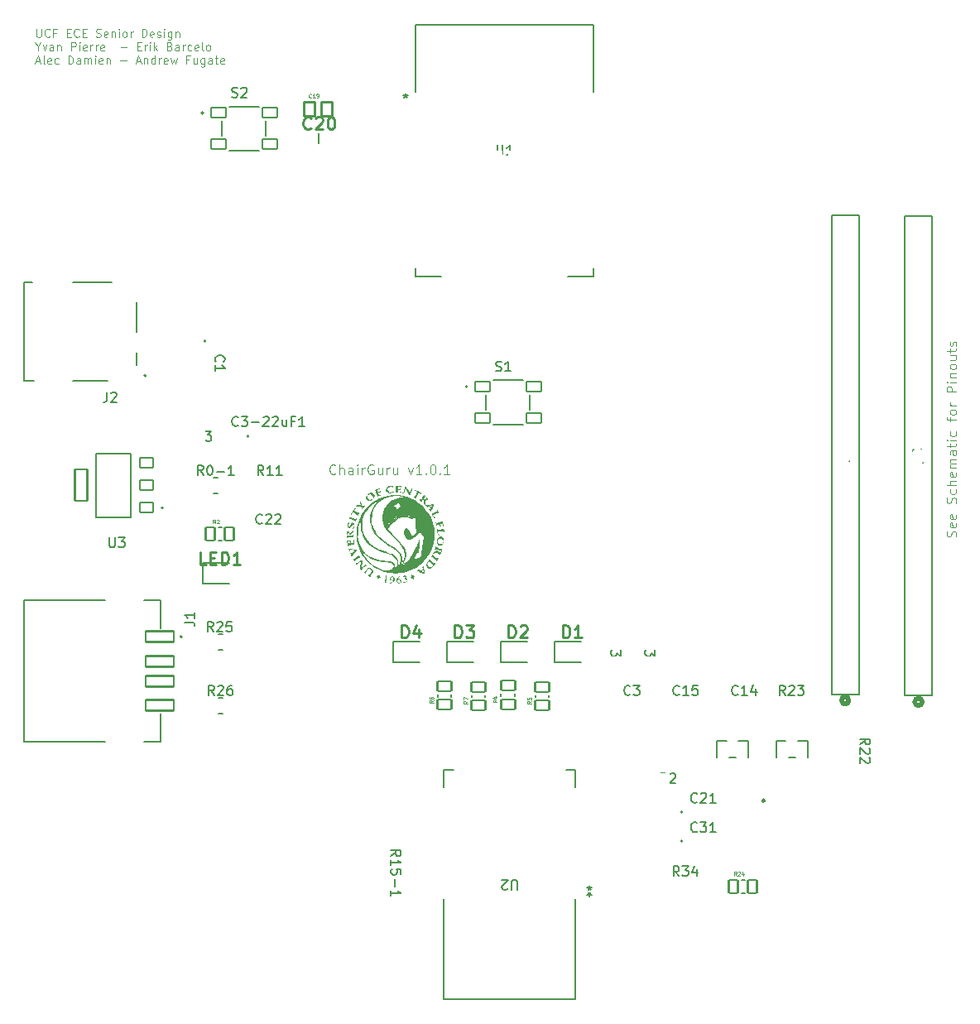
<source format=gto>
%TF.GenerationSoftware,KiCad,Pcbnew,8.0.3*%
%TF.CreationDate,2024-09-13T09:02:13-04:00*%
%TF.ProjectId,G7 Senior Design V2,47372053-656e-4696-9f72-204465736967,rev?*%
%TF.SameCoordinates,Original*%
%TF.FileFunction,Legend,Top*%
%TF.FilePolarity,Positive*%
%FSLAX46Y46*%
G04 Gerber Fmt 4.6, Leading zero omitted, Abs format (unit mm)*
G04 Created by KiCad (PCBNEW 8.0.3) date 2024-09-13 09:02:13*
%MOMM*%
%LPD*%
G01*
G04 APERTURE LIST*
G04 Aperture macros list*
%AMRoundRect*
0 Rectangle with rounded corners*
0 $1 Rounding radius*
0 $2 $3 $4 $5 $6 $7 $8 $9 X,Y pos of 4 corners*
0 Add a 4 corners polygon primitive as box body*
4,1,4,$2,$3,$4,$5,$6,$7,$8,$9,$2,$3,0*
0 Add four circle primitives for the rounded corners*
1,1,$1+$1,$2,$3*
1,1,$1+$1,$4,$5*
1,1,$1+$1,$6,$7*
1,1,$1+$1,$8,$9*
0 Add four rect primitives between the rounded corners*
20,1,$1+$1,$2,$3,$4,$5,0*
20,1,$1+$1,$4,$5,$6,$7,0*
20,1,$1+$1,$6,$7,$8,$9,0*
20,1,$1+$1,$8,$9,$2,$3,0*%
G04 Aperture macros list end*
%ADD10C,0.100000*%
%ADD11C,0.098425*%
%ADD12C,0.150000*%
%ADD13C,0.254000*%
%ADD14C,0.152400*%
%ADD15C,0.508000*%
%ADD16C,0.200000*%
%ADD17C,0.127000*%
%ADD18C,0.000000*%
%ADD19C,0.250000*%
%ADD20RoundRect,0.102000X-0.565000X-0.735000X0.565000X-0.735000X0.565000X0.735000X-0.565000X0.735000X0*%
%ADD21R,1.193800X1.016000*%
%ADD22R,1.016000X1.193800*%
%ADD23C,1.574800*%
%ADD24R,1.346200X1.117600*%
%ADD25R,0.812800X1.346200*%
%ADD26R,0.950000X1.400000*%
%ADD27RoundRect,0.102000X-0.775000X-0.500000X0.775000X-0.500000X0.775000X0.500000X-0.775000X0.500000X0*%
%ADD28R,1.005599X1.199998*%
%ADD29R,1.066800X1.219200*%
%ADD30RoundRect,0.102000X0.710000X-0.500000X0.710000X0.500000X-0.710000X0.500000X-0.710000X-0.500000X0*%
%ADD31C,1.300000*%
%ADD32O,3.204000X1.704000*%
%ADD33O,3.404000X1.804000*%
%ADD34R,2.438400X0.990600*%
%ADD35R,0.990600X2.438400*%
%ADD36R,1.117600X1.346200*%
%ADD37RoundRect,0.102000X-1.440000X0.560000X-1.440000X-0.560000X1.440000X-0.560000X1.440000X0.560000X0*%
%ADD38C,3.580000*%
%ADD39RoundRect,0.102000X-0.460000X-0.690000X0.460000X-0.690000X0.460000X0.690000X-0.460000X0.690000X0*%
%ADD40R,1.199998X1.005599*%
%ADD41R,0.558800X1.219200*%
%ADD42R,0.910000X1.390000*%
%ADD43R,1.498600X0.889000*%
%ADD44R,0.889000X1.498600*%
%ADD45R,1.041400X1.041400*%
%ADD46RoundRect,0.085050X0.671950X0.481950X-0.671950X0.481950X-0.671950X-0.481950X0.671950X-0.481950X0*%
%ADD47RoundRect,0.113550X0.643450X1.608450X-0.643450X1.608450X-0.643450X-1.608450X0.643450X-1.608450X0*%
%ADD48R,1.000000X0.300000*%
%ADD49R,0.300000X1.000000*%
%ADD50R,3.350000X3.350000*%
G04 APERTURE END LIST*
D10*
X132375312Y-96277180D02*
X132327693Y-96324800D01*
X132327693Y-96324800D02*
X132184836Y-96372419D01*
X132184836Y-96372419D02*
X132089598Y-96372419D01*
X132089598Y-96372419D02*
X131946741Y-96324800D01*
X131946741Y-96324800D02*
X131851503Y-96229561D01*
X131851503Y-96229561D02*
X131803884Y-96134323D01*
X131803884Y-96134323D02*
X131756265Y-95943847D01*
X131756265Y-95943847D02*
X131756265Y-95800990D01*
X131756265Y-95800990D02*
X131803884Y-95610514D01*
X131803884Y-95610514D02*
X131851503Y-95515276D01*
X131851503Y-95515276D02*
X131946741Y-95420038D01*
X131946741Y-95420038D02*
X132089598Y-95372419D01*
X132089598Y-95372419D02*
X132184836Y-95372419D01*
X132184836Y-95372419D02*
X132327693Y-95420038D01*
X132327693Y-95420038D02*
X132375312Y-95467657D01*
X132803884Y-96372419D02*
X132803884Y-95372419D01*
X133232455Y-96372419D02*
X133232455Y-95848609D01*
X133232455Y-95848609D02*
X133184836Y-95753371D01*
X133184836Y-95753371D02*
X133089598Y-95705752D01*
X133089598Y-95705752D02*
X132946741Y-95705752D01*
X132946741Y-95705752D02*
X132851503Y-95753371D01*
X132851503Y-95753371D02*
X132803884Y-95800990D01*
X134137217Y-96372419D02*
X134137217Y-95848609D01*
X134137217Y-95848609D02*
X134089598Y-95753371D01*
X134089598Y-95753371D02*
X133994360Y-95705752D01*
X133994360Y-95705752D02*
X133803884Y-95705752D01*
X133803884Y-95705752D02*
X133708646Y-95753371D01*
X134137217Y-96324800D02*
X134041979Y-96372419D01*
X134041979Y-96372419D02*
X133803884Y-96372419D01*
X133803884Y-96372419D02*
X133708646Y-96324800D01*
X133708646Y-96324800D02*
X133661027Y-96229561D01*
X133661027Y-96229561D02*
X133661027Y-96134323D01*
X133661027Y-96134323D02*
X133708646Y-96039085D01*
X133708646Y-96039085D02*
X133803884Y-95991466D01*
X133803884Y-95991466D02*
X134041979Y-95991466D01*
X134041979Y-95991466D02*
X134137217Y-95943847D01*
X134613408Y-96372419D02*
X134613408Y-95705752D01*
X134613408Y-95372419D02*
X134565789Y-95420038D01*
X134565789Y-95420038D02*
X134613408Y-95467657D01*
X134613408Y-95467657D02*
X134661027Y-95420038D01*
X134661027Y-95420038D02*
X134613408Y-95372419D01*
X134613408Y-95372419D02*
X134613408Y-95467657D01*
X135089598Y-96372419D02*
X135089598Y-95705752D01*
X135089598Y-95896228D02*
X135137217Y-95800990D01*
X135137217Y-95800990D02*
X135184836Y-95753371D01*
X135184836Y-95753371D02*
X135280074Y-95705752D01*
X135280074Y-95705752D02*
X135375312Y-95705752D01*
X136232455Y-95420038D02*
X136137217Y-95372419D01*
X136137217Y-95372419D02*
X135994360Y-95372419D01*
X135994360Y-95372419D02*
X135851503Y-95420038D01*
X135851503Y-95420038D02*
X135756265Y-95515276D01*
X135756265Y-95515276D02*
X135708646Y-95610514D01*
X135708646Y-95610514D02*
X135661027Y-95800990D01*
X135661027Y-95800990D02*
X135661027Y-95943847D01*
X135661027Y-95943847D02*
X135708646Y-96134323D01*
X135708646Y-96134323D02*
X135756265Y-96229561D01*
X135756265Y-96229561D02*
X135851503Y-96324800D01*
X135851503Y-96324800D02*
X135994360Y-96372419D01*
X135994360Y-96372419D02*
X136089598Y-96372419D01*
X136089598Y-96372419D02*
X136232455Y-96324800D01*
X136232455Y-96324800D02*
X136280074Y-96277180D01*
X136280074Y-96277180D02*
X136280074Y-95943847D01*
X136280074Y-95943847D02*
X136089598Y-95943847D01*
X137137217Y-95705752D02*
X137137217Y-96372419D01*
X136708646Y-95705752D02*
X136708646Y-96229561D01*
X136708646Y-96229561D02*
X136756265Y-96324800D01*
X136756265Y-96324800D02*
X136851503Y-96372419D01*
X136851503Y-96372419D02*
X136994360Y-96372419D01*
X136994360Y-96372419D02*
X137089598Y-96324800D01*
X137089598Y-96324800D02*
X137137217Y-96277180D01*
X137613408Y-96372419D02*
X137613408Y-95705752D01*
X137613408Y-95896228D02*
X137661027Y-95800990D01*
X137661027Y-95800990D02*
X137708646Y-95753371D01*
X137708646Y-95753371D02*
X137803884Y-95705752D01*
X137803884Y-95705752D02*
X137899122Y-95705752D01*
X138661027Y-95705752D02*
X138661027Y-96372419D01*
X138232456Y-95705752D02*
X138232456Y-96229561D01*
X138232456Y-96229561D02*
X138280075Y-96324800D01*
X138280075Y-96324800D02*
X138375313Y-96372419D01*
X138375313Y-96372419D02*
X138518170Y-96372419D01*
X138518170Y-96372419D02*
X138613408Y-96324800D01*
X138613408Y-96324800D02*
X138661027Y-96277180D01*
X139803885Y-95705752D02*
X140041980Y-96372419D01*
X140041980Y-96372419D02*
X140280075Y-95705752D01*
X141184837Y-96372419D02*
X140613409Y-96372419D01*
X140899123Y-96372419D02*
X140899123Y-95372419D01*
X140899123Y-95372419D02*
X140803885Y-95515276D01*
X140803885Y-95515276D02*
X140708647Y-95610514D01*
X140708647Y-95610514D02*
X140613409Y-95658133D01*
X141613409Y-96277180D02*
X141661028Y-96324800D01*
X141661028Y-96324800D02*
X141613409Y-96372419D01*
X141613409Y-96372419D02*
X141565790Y-96324800D01*
X141565790Y-96324800D02*
X141613409Y-96277180D01*
X141613409Y-96277180D02*
X141613409Y-96372419D01*
X142280075Y-95372419D02*
X142375313Y-95372419D01*
X142375313Y-95372419D02*
X142470551Y-95420038D01*
X142470551Y-95420038D02*
X142518170Y-95467657D01*
X142518170Y-95467657D02*
X142565789Y-95562895D01*
X142565789Y-95562895D02*
X142613408Y-95753371D01*
X142613408Y-95753371D02*
X142613408Y-95991466D01*
X142613408Y-95991466D02*
X142565789Y-96181942D01*
X142565789Y-96181942D02*
X142518170Y-96277180D01*
X142518170Y-96277180D02*
X142470551Y-96324800D01*
X142470551Y-96324800D02*
X142375313Y-96372419D01*
X142375313Y-96372419D02*
X142280075Y-96372419D01*
X142280075Y-96372419D02*
X142184837Y-96324800D01*
X142184837Y-96324800D02*
X142137218Y-96277180D01*
X142137218Y-96277180D02*
X142089599Y-96181942D01*
X142089599Y-96181942D02*
X142041980Y-95991466D01*
X142041980Y-95991466D02*
X142041980Y-95753371D01*
X142041980Y-95753371D02*
X142089599Y-95562895D01*
X142089599Y-95562895D02*
X142137218Y-95467657D01*
X142137218Y-95467657D02*
X142184837Y-95420038D01*
X142184837Y-95420038D02*
X142280075Y-95372419D01*
X143041980Y-96277180D02*
X143089599Y-96324800D01*
X143089599Y-96324800D02*
X143041980Y-96372419D01*
X143041980Y-96372419D02*
X142994361Y-96324800D01*
X142994361Y-96324800D02*
X143041980Y-96277180D01*
X143041980Y-96277180D02*
X143041980Y-96372419D01*
X144041979Y-96372419D02*
X143470551Y-96372419D01*
X143756265Y-96372419D02*
X143756265Y-95372419D01*
X143756265Y-95372419D02*
X143661027Y-95515276D01*
X143661027Y-95515276D02*
X143565789Y-95610514D01*
X143565789Y-95610514D02*
X143470551Y-95658133D01*
X195824800Y-102743734D02*
X195872419Y-102600877D01*
X195872419Y-102600877D02*
X195872419Y-102362782D01*
X195872419Y-102362782D02*
X195824800Y-102267544D01*
X195824800Y-102267544D02*
X195777180Y-102219925D01*
X195777180Y-102219925D02*
X195681942Y-102172306D01*
X195681942Y-102172306D02*
X195586704Y-102172306D01*
X195586704Y-102172306D02*
X195491466Y-102219925D01*
X195491466Y-102219925D02*
X195443847Y-102267544D01*
X195443847Y-102267544D02*
X195396228Y-102362782D01*
X195396228Y-102362782D02*
X195348609Y-102553258D01*
X195348609Y-102553258D02*
X195300990Y-102648496D01*
X195300990Y-102648496D02*
X195253371Y-102696115D01*
X195253371Y-102696115D02*
X195158133Y-102743734D01*
X195158133Y-102743734D02*
X195062895Y-102743734D01*
X195062895Y-102743734D02*
X194967657Y-102696115D01*
X194967657Y-102696115D02*
X194920038Y-102648496D01*
X194920038Y-102648496D02*
X194872419Y-102553258D01*
X194872419Y-102553258D02*
X194872419Y-102315163D01*
X194872419Y-102315163D02*
X194920038Y-102172306D01*
X195824800Y-101362782D02*
X195872419Y-101458020D01*
X195872419Y-101458020D02*
X195872419Y-101648496D01*
X195872419Y-101648496D02*
X195824800Y-101743734D01*
X195824800Y-101743734D02*
X195729561Y-101791353D01*
X195729561Y-101791353D02*
X195348609Y-101791353D01*
X195348609Y-101791353D02*
X195253371Y-101743734D01*
X195253371Y-101743734D02*
X195205752Y-101648496D01*
X195205752Y-101648496D02*
X195205752Y-101458020D01*
X195205752Y-101458020D02*
X195253371Y-101362782D01*
X195253371Y-101362782D02*
X195348609Y-101315163D01*
X195348609Y-101315163D02*
X195443847Y-101315163D01*
X195443847Y-101315163D02*
X195539085Y-101791353D01*
X195824800Y-100505639D02*
X195872419Y-100600877D01*
X195872419Y-100600877D02*
X195872419Y-100791353D01*
X195872419Y-100791353D02*
X195824800Y-100886591D01*
X195824800Y-100886591D02*
X195729561Y-100934210D01*
X195729561Y-100934210D02*
X195348609Y-100934210D01*
X195348609Y-100934210D02*
X195253371Y-100886591D01*
X195253371Y-100886591D02*
X195205752Y-100791353D01*
X195205752Y-100791353D02*
X195205752Y-100600877D01*
X195205752Y-100600877D02*
X195253371Y-100505639D01*
X195253371Y-100505639D02*
X195348609Y-100458020D01*
X195348609Y-100458020D02*
X195443847Y-100458020D01*
X195443847Y-100458020D02*
X195539085Y-100934210D01*
X195824800Y-99315162D02*
X195872419Y-99172305D01*
X195872419Y-99172305D02*
X195872419Y-98934210D01*
X195872419Y-98934210D02*
X195824800Y-98838972D01*
X195824800Y-98838972D02*
X195777180Y-98791353D01*
X195777180Y-98791353D02*
X195681942Y-98743734D01*
X195681942Y-98743734D02*
X195586704Y-98743734D01*
X195586704Y-98743734D02*
X195491466Y-98791353D01*
X195491466Y-98791353D02*
X195443847Y-98838972D01*
X195443847Y-98838972D02*
X195396228Y-98934210D01*
X195396228Y-98934210D02*
X195348609Y-99124686D01*
X195348609Y-99124686D02*
X195300990Y-99219924D01*
X195300990Y-99219924D02*
X195253371Y-99267543D01*
X195253371Y-99267543D02*
X195158133Y-99315162D01*
X195158133Y-99315162D02*
X195062895Y-99315162D01*
X195062895Y-99315162D02*
X194967657Y-99267543D01*
X194967657Y-99267543D02*
X194920038Y-99219924D01*
X194920038Y-99219924D02*
X194872419Y-99124686D01*
X194872419Y-99124686D02*
X194872419Y-98886591D01*
X194872419Y-98886591D02*
X194920038Y-98743734D01*
X195824800Y-97886591D02*
X195872419Y-97981829D01*
X195872419Y-97981829D02*
X195872419Y-98172305D01*
X195872419Y-98172305D02*
X195824800Y-98267543D01*
X195824800Y-98267543D02*
X195777180Y-98315162D01*
X195777180Y-98315162D02*
X195681942Y-98362781D01*
X195681942Y-98362781D02*
X195396228Y-98362781D01*
X195396228Y-98362781D02*
X195300990Y-98315162D01*
X195300990Y-98315162D02*
X195253371Y-98267543D01*
X195253371Y-98267543D02*
X195205752Y-98172305D01*
X195205752Y-98172305D02*
X195205752Y-97981829D01*
X195205752Y-97981829D02*
X195253371Y-97886591D01*
X195872419Y-97458019D02*
X194872419Y-97458019D01*
X195872419Y-97029448D02*
X195348609Y-97029448D01*
X195348609Y-97029448D02*
X195253371Y-97077067D01*
X195253371Y-97077067D02*
X195205752Y-97172305D01*
X195205752Y-97172305D02*
X195205752Y-97315162D01*
X195205752Y-97315162D02*
X195253371Y-97410400D01*
X195253371Y-97410400D02*
X195300990Y-97458019D01*
X195824800Y-96172305D02*
X195872419Y-96267543D01*
X195872419Y-96267543D02*
X195872419Y-96458019D01*
X195872419Y-96458019D02*
X195824800Y-96553257D01*
X195824800Y-96553257D02*
X195729561Y-96600876D01*
X195729561Y-96600876D02*
X195348609Y-96600876D01*
X195348609Y-96600876D02*
X195253371Y-96553257D01*
X195253371Y-96553257D02*
X195205752Y-96458019D01*
X195205752Y-96458019D02*
X195205752Y-96267543D01*
X195205752Y-96267543D02*
X195253371Y-96172305D01*
X195253371Y-96172305D02*
X195348609Y-96124686D01*
X195348609Y-96124686D02*
X195443847Y-96124686D01*
X195443847Y-96124686D02*
X195539085Y-96600876D01*
X195872419Y-95696114D02*
X195205752Y-95696114D01*
X195300990Y-95696114D02*
X195253371Y-95648495D01*
X195253371Y-95648495D02*
X195205752Y-95553257D01*
X195205752Y-95553257D02*
X195205752Y-95410400D01*
X195205752Y-95410400D02*
X195253371Y-95315162D01*
X195253371Y-95315162D02*
X195348609Y-95267543D01*
X195348609Y-95267543D02*
X195872419Y-95267543D01*
X195348609Y-95267543D02*
X195253371Y-95219924D01*
X195253371Y-95219924D02*
X195205752Y-95124686D01*
X195205752Y-95124686D02*
X195205752Y-94981829D01*
X195205752Y-94981829D02*
X195253371Y-94886590D01*
X195253371Y-94886590D02*
X195348609Y-94838971D01*
X195348609Y-94838971D02*
X195872419Y-94838971D01*
X195872419Y-93934210D02*
X195348609Y-93934210D01*
X195348609Y-93934210D02*
X195253371Y-93981829D01*
X195253371Y-93981829D02*
X195205752Y-94077067D01*
X195205752Y-94077067D02*
X195205752Y-94267543D01*
X195205752Y-94267543D02*
X195253371Y-94362781D01*
X195824800Y-93934210D02*
X195872419Y-94029448D01*
X195872419Y-94029448D02*
X195872419Y-94267543D01*
X195872419Y-94267543D02*
X195824800Y-94362781D01*
X195824800Y-94362781D02*
X195729561Y-94410400D01*
X195729561Y-94410400D02*
X195634323Y-94410400D01*
X195634323Y-94410400D02*
X195539085Y-94362781D01*
X195539085Y-94362781D02*
X195491466Y-94267543D01*
X195491466Y-94267543D02*
X195491466Y-94029448D01*
X195491466Y-94029448D02*
X195443847Y-93934210D01*
X195205752Y-93600876D02*
X195205752Y-93219924D01*
X194872419Y-93458019D02*
X195729561Y-93458019D01*
X195729561Y-93458019D02*
X195824800Y-93410400D01*
X195824800Y-93410400D02*
X195872419Y-93315162D01*
X195872419Y-93315162D02*
X195872419Y-93219924D01*
X195872419Y-92886590D02*
X195205752Y-92886590D01*
X194872419Y-92886590D02*
X194920038Y-92934209D01*
X194920038Y-92934209D02*
X194967657Y-92886590D01*
X194967657Y-92886590D02*
X194920038Y-92838971D01*
X194920038Y-92838971D02*
X194872419Y-92886590D01*
X194872419Y-92886590D02*
X194967657Y-92886590D01*
X195824800Y-91981829D02*
X195872419Y-92077067D01*
X195872419Y-92077067D02*
X195872419Y-92267543D01*
X195872419Y-92267543D02*
X195824800Y-92362781D01*
X195824800Y-92362781D02*
X195777180Y-92410400D01*
X195777180Y-92410400D02*
X195681942Y-92458019D01*
X195681942Y-92458019D02*
X195396228Y-92458019D01*
X195396228Y-92458019D02*
X195300990Y-92410400D01*
X195300990Y-92410400D02*
X195253371Y-92362781D01*
X195253371Y-92362781D02*
X195205752Y-92267543D01*
X195205752Y-92267543D02*
X195205752Y-92077067D01*
X195205752Y-92077067D02*
X195253371Y-91981829D01*
X195205752Y-90934209D02*
X195205752Y-90553257D01*
X195872419Y-90791352D02*
X195015276Y-90791352D01*
X195015276Y-90791352D02*
X194920038Y-90743733D01*
X194920038Y-90743733D02*
X194872419Y-90648495D01*
X194872419Y-90648495D02*
X194872419Y-90553257D01*
X195872419Y-90077066D02*
X195824800Y-90172304D01*
X195824800Y-90172304D02*
X195777180Y-90219923D01*
X195777180Y-90219923D02*
X195681942Y-90267542D01*
X195681942Y-90267542D02*
X195396228Y-90267542D01*
X195396228Y-90267542D02*
X195300990Y-90219923D01*
X195300990Y-90219923D02*
X195253371Y-90172304D01*
X195253371Y-90172304D02*
X195205752Y-90077066D01*
X195205752Y-90077066D02*
X195205752Y-89934209D01*
X195205752Y-89934209D02*
X195253371Y-89838971D01*
X195253371Y-89838971D02*
X195300990Y-89791352D01*
X195300990Y-89791352D02*
X195396228Y-89743733D01*
X195396228Y-89743733D02*
X195681942Y-89743733D01*
X195681942Y-89743733D02*
X195777180Y-89791352D01*
X195777180Y-89791352D02*
X195824800Y-89838971D01*
X195824800Y-89838971D02*
X195872419Y-89934209D01*
X195872419Y-89934209D02*
X195872419Y-90077066D01*
X195872419Y-89315161D02*
X195205752Y-89315161D01*
X195396228Y-89315161D02*
X195300990Y-89267542D01*
X195300990Y-89267542D02*
X195253371Y-89219923D01*
X195253371Y-89219923D02*
X195205752Y-89124685D01*
X195205752Y-89124685D02*
X195205752Y-89029447D01*
X195872419Y-87934208D02*
X194872419Y-87934208D01*
X194872419Y-87934208D02*
X194872419Y-87553256D01*
X194872419Y-87553256D02*
X194920038Y-87458018D01*
X194920038Y-87458018D02*
X194967657Y-87410399D01*
X194967657Y-87410399D02*
X195062895Y-87362780D01*
X195062895Y-87362780D02*
X195205752Y-87362780D01*
X195205752Y-87362780D02*
X195300990Y-87410399D01*
X195300990Y-87410399D02*
X195348609Y-87458018D01*
X195348609Y-87458018D02*
X195396228Y-87553256D01*
X195396228Y-87553256D02*
X195396228Y-87934208D01*
X195872419Y-86934208D02*
X195205752Y-86934208D01*
X194872419Y-86934208D02*
X194920038Y-86981827D01*
X194920038Y-86981827D02*
X194967657Y-86934208D01*
X194967657Y-86934208D02*
X194920038Y-86886589D01*
X194920038Y-86886589D02*
X194872419Y-86934208D01*
X194872419Y-86934208D02*
X194967657Y-86934208D01*
X195205752Y-86458018D02*
X195872419Y-86458018D01*
X195300990Y-86458018D02*
X195253371Y-86410399D01*
X195253371Y-86410399D02*
X195205752Y-86315161D01*
X195205752Y-86315161D02*
X195205752Y-86172304D01*
X195205752Y-86172304D02*
X195253371Y-86077066D01*
X195253371Y-86077066D02*
X195348609Y-86029447D01*
X195348609Y-86029447D02*
X195872419Y-86029447D01*
X195872419Y-85410399D02*
X195824800Y-85505637D01*
X195824800Y-85505637D02*
X195777180Y-85553256D01*
X195777180Y-85553256D02*
X195681942Y-85600875D01*
X195681942Y-85600875D02*
X195396228Y-85600875D01*
X195396228Y-85600875D02*
X195300990Y-85553256D01*
X195300990Y-85553256D02*
X195253371Y-85505637D01*
X195253371Y-85505637D02*
X195205752Y-85410399D01*
X195205752Y-85410399D02*
X195205752Y-85267542D01*
X195205752Y-85267542D02*
X195253371Y-85172304D01*
X195253371Y-85172304D02*
X195300990Y-85124685D01*
X195300990Y-85124685D02*
X195396228Y-85077066D01*
X195396228Y-85077066D02*
X195681942Y-85077066D01*
X195681942Y-85077066D02*
X195777180Y-85124685D01*
X195777180Y-85124685D02*
X195824800Y-85172304D01*
X195824800Y-85172304D02*
X195872419Y-85267542D01*
X195872419Y-85267542D02*
X195872419Y-85410399D01*
X195205752Y-84219923D02*
X195872419Y-84219923D01*
X195205752Y-84648494D02*
X195729561Y-84648494D01*
X195729561Y-84648494D02*
X195824800Y-84600875D01*
X195824800Y-84600875D02*
X195872419Y-84505637D01*
X195872419Y-84505637D02*
X195872419Y-84362780D01*
X195872419Y-84362780D02*
X195824800Y-84267542D01*
X195824800Y-84267542D02*
X195777180Y-84219923D01*
X195205752Y-83886589D02*
X195205752Y-83505637D01*
X194872419Y-83743732D02*
X195729561Y-83743732D01*
X195729561Y-83743732D02*
X195824800Y-83696113D01*
X195824800Y-83696113D02*
X195872419Y-83600875D01*
X195872419Y-83600875D02*
X195872419Y-83505637D01*
X195824800Y-83219922D02*
X195872419Y-83124684D01*
X195872419Y-83124684D02*
X195872419Y-82934208D01*
X195872419Y-82934208D02*
X195824800Y-82838970D01*
X195824800Y-82838970D02*
X195729561Y-82791351D01*
X195729561Y-82791351D02*
X195681942Y-82791351D01*
X195681942Y-82791351D02*
X195586704Y-82838970D01*
X195586704Y-82838970D02*
X195539085Y-82934208D01*
X195539085Y-82934208D02*
X195539085Y-83077065D01*
X195539085Y-83077065D02*
X195491466Y-83172303D01*
X195491466Y-83172303D02*
X195396228Y-83219922D01*
X195396228Y-83219922D02*
X195348609Y-83219922D01*
X195348609Y-83219922D02*
X195253371Y-83172303D01*
X195253371Y-83172303D02*
X195205752Y-83077065D01*
X195205752Y-83077065D02*
X195205752Y-82934208D01*
X195205752Y-82934208D02*
X195253371Y-82838970D01*
X101768169Y-50803873D02*
X101768169Y-51491968D01*
X101768169Y-51491968D02*
X101808646Y-51572920D01*
X101808646Y-51572920D02*
X101849122Y-51613397D01*
X101849122Y-51613397D02*
X101930074Y-51653873D01*
X101930074Y-51653873D02*
X102091979Y-51653873D01*
X102091979Y-51653873D02*
X102172931Y-51613397D01*
X102172931Y-51613397D02*
X102213408Y-51572920D01*
X102213408Y-51572920D02*
X102253884Y-51491968D01*
X102253884Y-51491968D02*
X102253884Y-50803873D01*
X103144360Y-51572920D02*
X103103884Y-51613397D01*
X103103884Y-51613397D02*
X102982455Y-51653873D01*
X102982455Y-51653873D02*
X102901503Y-51653873D01*
X102901503Y-51653873D02*
X102780074Y-51613397D01*
X102780074Y-51613397D02*
X102699122Y-51532444D01*
X102699122Y-51532444D02*
X102658645Y-51451492D01*
X102658645Y-51451492D02*
X102618169Y-51289587D01*
X102618169Y-51289587D02*
X102618169Y-51168158D01*
X102618169Y-51168158D02*
X102658645Y-51006254D01*
X102658645Y-51006254D02*
X102699122Y-50925301D01*
X102699122Y-50925301D02*
X102780074Y-50844349D01*
X102780074Y-50844349D02*
X102901503Y-50803873D01*
X102901503Y-50803873D02*
X102982455Y-50803873D01*
X102982455Y-50803873D02*
X103103884Y-50844349D01*
X103103884Y-50844349D02*
X103144360Y-50884825D01*
X103791979Y-51208635D02*
X103508645Y-51208635D01*
X103508645Y-51653873D02*
X103508645Y-50803873D01*
X103508645Y-50803873D02*
X103913407Y-50803873D01*
X104884835Y-51208635D02*
X105168169Y-51208635D01*
X105289597Y-51653873D02*
X104884835Y-51653873D01*
X104884835Y-51653873D02*
X104884835Y-50803873D01*
X104884835Y-50803873D02*
X105289597Y-50803873D01*
X106139598Y-51572920D02*
X106099122Y-51613397D01*
X106099122Y-51613397D02*
X105977693Y-51653873D01*
X105977693Y-51653873D02*
X105896741Y-51653873D01*
X105896741Y-51653873D02*
X105775312Y-51613397D01*
X105775312Y-51613397D02*
X105694360Y-51532444D01*
X105694360Y-51532444D02*
X105653883Y-51451492D01*
X105653883Y-51451492D02*
X105613407Y-51289587D01*
X105613407Y-51289587D02*
X105613407Y-51168158D01*
X105613407Y-51168158D02*
X105653883Y-51006254D01*
X105653883Y-51006254D02*
X105694360Y-50925301D01*
X105694360Y-50925301D02*
X105775312Y-50844349D01*
X105775312Y-50844349D02*
X105896741Y-50803873D01*
X105896741Y-50803873D02*
X105977693Y-50803873D01*
X105977693Y-50803873D02*
X106099122Y-50844349D01*
X106099122Y-50844349D02*
X106139598Y-50884825D01*
X106503883Y-51208635D02*
X106787217Y-51208635D01*
X106908645Y-51653873D02*
X106503883Y-51653873D01*
X106503883Y-51653873D02*
X106503883Y-50803873D01*
X106503883Y-50803873D02*
X106908645Y-50803873D01*
X107880074Y-51613397D02*
X108001503Y-51653873D01*
X108001503Y-51653873D02*
X108203884Y-51653873D01*
X108203884Y-51653873D02*
X108284836Y-51613397D01*
X108284836Y-51613397D02*
X108325312Y-51572920D01*
X108325312Y-51572920D02*
X108365789Y-51491968D01*
X108365789Y-51491968D02*
X108365789Y-51411016D01*
X108365789Y-51411016D02*
X108325312Y-51330063D01*
X108325312Y-51330063D02*
X108284836Y-51289587D01*
X108284836Y-51289587D02*
X108203884Y-51249111D01*
X108203884Y-51249111D02*
X108041979Y-51208635D01*
X108041979Y-51208635D02*
X107961027Y-51168158D01*
X107961027Y-51168158D02*
X107920550Y-51127682D01*
X107920550Y-51127682D02*
X107880074Y-51046730D01*
X107880074Y-51046730D02*
X107880074Y-50965777D01*
X107880074Y-50965777D02*
X107920550Y-50884825D01*
X107920550Y-50884825D02*
X107961027Y-50844349D01*
X107961027Y-50844349D02*
X108041979Y-50803873D01*
X108041979Y-50803873D02*
X108244360Y-50803873D01*
X108244360Y-50803873D02*
X108365789Y-50844349D01*
X109053884Y-51613397D02*
X108972932Y-51653873D01*
X108972932Y-51653873D02*
X108811027Y-51653873D01*
X108811027Y-51653873D02*
X108730074Y-51613397D01*
X108730074Y-51613397D02*
X108689598Y-51532444D01*
X108689598Y-51532444D02*
X108689598Y-51208635D01*
X108689598Y-51208635D02*
X108730074Y-51127682D01*
X108730074Y-51127682D02*
X108811027Y-51087206D01*
X108811027Y-51087206D02*
X108972932Y-51087206D01*
X108972932Y-51087206D02*
X109053884Y-51127682D01*
X109053884Y-51127682D02*
X109094360Y-51208635D01*
X109094360Y-51208635D02*
X109094360Y-51289587D01*
X109094360Y-51289587D02*
X108689598Y-51370539D01*
X109458645Y-51087206D02*
X109458645Y-51653873D01*
X109458645Y-51168158D02*
X109499122Y-51127682D01*
X109499122Y-51127682D02*
X109580074Y-51087206D01*
X109580074Y-51087206D02*
X109701503Y-51087206D01*
X109701503Y-51087206D02*
X109782455Y-51127682D01*
X109782455Y-51127682D02*
X109822931Y-51208635D01*
X109822931Y-51208635D02*
X109822931Y-51653873D01*
X110227693Y-51653873D02*
X110227693Y-51087206D01*
X110227693Y-50803873D02*
X110187217Y-50844349D01*
X110187217Y-50844349D02*
X110227693Y-50884825D01*
X110227693Y-50884825D02*
X110268170Y-50844349D01*
X110268170Y-50844349D02*
X110227693Y-50803873D01*
X110227693Y-50803873D02*
X110227693Y-50884825D01*
X110753884Y-51653873D02*
X110672932Y-51613397D01*
X110672932Y-51613397D02*
X110632455Y-51572920D01*
X110632455Y-51572920D02*
X110591979Y-51491968D01*
X110591979Y-51491968D02*
X110591979Y-51249111D01*
X110591979Y-51249111D02*
X110632455Y-51168158D01*
X110632455Y-51168158D02*
X110672932Y-51127682D01*
X110672932Y-51127682D02*
X110753884Y-51087206D01*
X110753884Y-51087206D02*
X110875313Y-51087206D01*
X110875313Y-51087206D02*
X110956265Y-51127682D01*
X110956265Y-51127682D02*
X110996741Y-51168158D01*
X110996741Y-51168158D02*
X111037217Y-51249111D01*
X111037217Y-51249111D02*
X111037217Y-51491968D01*
X111037217Y-51491968D02*
X110996741Y-51572920D01*
X110996741Y-51572920D02*
X110956265Y-51613397D01*
X110956265Y-51613397D02*
X110875313Y-51653873D01*
X110875313Y-51653873D02*
X110753884Y-51653873D01*
X111401503Y-51653873D02*
X111401503Y-51087206D01*
X111401503Y-51249111D02*
X111441980Y-51168158D01*
X111441980Y-51168158D02*
X111482456Y-51127682D01*
X111482456Y-51127682D02*
X111563408Y-51087206D01*
X111563408Y-51087206D02*
X111644361Y-51087206D01*
X112575312Y-51653873D02*
X112575312Y-50803873D01*
X112575312Y-50803873D02*
X112777693Y-50803873D01*
X112777693Y-50803873D02*
X112899122Y-50844349D01*
X112899122Y-50844349D02*
X112980074Y-50925301D01*
X112980074Y-50925301D02*
X113020551Y-51006254D01*
X113020551Y-51006254D02*
X113061027Y-51168158D01*
X113061027Y-51168158D02*
X113061027Y-51289587D01*
X113061027Y-51289587D02*
X113020551Y-51451492D01*
X113020551Y-51451492D02*
X112980074Y-51532444D01*
X112980074Y-51532444D02*
X112899122Y-51613397D01*
X112899122Y-51613397D02*
X112777693Y-51653873D01*
X112777693Y-51653873D02*
X112575312Y-51653873D01*
X113749122Y-51613397D02*
X113668170Y-51653873D01*
X113668170Y-51653873D02*
X113506265Y-51653873D01*
X113506265Y-51653873D02*
X113425312Y-51613397D01*
X113425312Y-51613397D02*
X113384836Y-51532444D01*
X113384836Y-51532444D02*
X113384836Y-51208635D01*
X113384836Y-51208635D02*
X113425312Y-51127682D01*
X113425312Y-51127682D02*
X113506265Y-51087206D01*
X113506265Y-51087206D02*
X113668170Y-51087206D01*
X113668170Y-51087206D02*
X113749122Y-51127682D01*
X113749122Y-51127682D02*
X113789598Y-51208635D01*
X113789598Y-51208635D02*
X113789598Y-51289587D01*
X113789598Y-51289587D02*
X113384836Y-51370539D01*
X114113407Y-51613397D02*
X114194360Y-51653873D01*
X114194360Y-51653873D02*
X114356264Y-51653873D01*
X114356264Y-51653873D02*
X114437217Y-51613397D01*
X114437217Y-51613397D02*
X114477693Y-51532444D01*
X114477693Y-51532444D02*
X114477693Y-51491968D01*
X114477693Y-51491968D02*
X114437217Y-51411016D01*
X114437217Y-51411016D02*
X114356264Y-51370539D01*
X114356264Y-51370539D02*
X114234836Y-51370539D01*
X114234836Y-51370539D02*
X114153883Y-51330063D01*
X114153883Y-51330063D02*
X114113407Y-51249111D01*
X114113407Y-51249111D02*
X114113407Y-51208635D01*
X114113407Y-51208635D02*
X114153883Y-51127682D01*
X114153883Y-51127682D02*
X114234836Y-51087206D01*
X114234836Y-51087206D02*
X114356264Y-51087206D01*
X114356264Y-51087206D02*
X114437217Y-51127682D01*
X114841978Y-51653873D02*
X114841978Y-51087206D01*
X114841978Y-50803873D02*
X114801502Y-50844349D01*
X114801502Y-50844349D02*
X114841978Y-50884825D01*
X114841978Y-50884825D02*
X114882455Y-50844349D01*
X114882455Y-50844349D02*
X114841978Y-50803873D01*
X114841978Y-50803873D02*
X114841978Y-50884825D01*
X115611026Y-51087206D02*
X115611026Y-51775301D01*
X115611026Y-51775301D02*
X115570550Y-51856254D01*
X115570550Y-51856254D02*
X115530074Y-51896730D01*
X115530074Y-51896730D02*
X115449121Y-51937206D01*
X115449121Y-51937206D02*
X115327693Y-51937206D01*
X115327693Y-51937206D02*
X115246740Y-51896730D01*
X115611026Y-51613397D02*
X115530074Y-51653873D01*
X115530074Y-51653873D02*
X115368169Y-51653873D01*
X115368169Y-51653873D02*
X115287217Y-51613397D01*
X115287217Y-51613397D02*
X115246740Y-51572920D01*
X115246740Y-51572920D02*
X115206264Y-51491968D01*
X115206264Y-51491968D02*
X115206264Y-51249111D01*
X115206264Y-51249111D02*
X115246740Y-51168158D01*
X115246740Y-51168158D02*
X115287217Y-51127682D01*
X115287217Y-51127682D02*
X115368169Y-51087206D01*
X115368169Y-51087206D02*
X115530074Y-51087206D01*
X115530074Y-51087206D02*
X115611026Y-51127682D01*
X116015788Y-51087206D02*
X116015788Y-51653873D01*
X116015788Y-51168158D02*
X116056265Y-51127682D01*
X116056265Y-51127682D02*
X116137217Y-51087206D01*
X116137217Y-51087206D02*
X116258646Y-51087206D01*
X116258646Y-51087206D02*
X116339598Y-51127682D01*
X116339598Y-51127682D02*
X116380074Y-51208635D01*
X116380074Y-51208635D02*
X116380074Y-51653873D01*
X101930074Y-52617563D02*
X101930074Y-53022325D01*
X101646741Y-52172325D02*
X101930074Y-52617563D01*
X101930074Y-52617563D02*
X102213408Y-52172325D01*
X102415788Y-52455658D02*
X102618169Y-53022325D01*
X102618169Y-53022325D02*
X102820550Y-52455658D01*
X103508645Y-53022325D02*
X103508645Y-52577087D01*
X103508645Y-52577087D02*
X103468169Y-52496134D01*
X103468169Y-52496134D02*
X103387217Y-52455658D01*
X103387217Y-52455658D02*
X103225312Y-52455658D01*
X103225312Y-52455658D02*
X103144359Y-52496134D01*
X103508645Y-52981849D02*
X103427693Y-53022325D01*
X103427693Y-53022325D02*
X103225312Y-53022325D01*
X103225312Y-53022325D02*
X103144359Y-52981849D01*
X103144359Y-52981849D02*
X103103883Y-52900896D01*
X103103883Y-52900896D02*
X103103883Y-52819944D01*
X103103883Y-52819944D02*
X103144359Y-52738991D01*
X103144359Y-52738991D02*
X103225312Y-52698515D01*
X103225312Y-52698515D02*
X103427693Y-52698515D01*
X103427693Y-52698515D02*
X103508645Y-52658039D01*
X103913407Y-52455658D02*
X103913407Y-53022325D01*
X103913407Y-52536610D02*
X103953884Y-52496134D01*
X103953884Y-52496134D02*
X104034836Y-52455658D01*
X104034836Y-52455658D02*
X104156265Y-52455658D01*
X104156265Y-52455658D02*
X104237217Y-52496134D01*
X104237217Y-52496134D02*
X104277693Y-52577087D01*
X104277693Y-52577087D02*
X104277693Y-53022325D01*
X105330074Y-53022325D02*
X105330074Y-52172325D01*
X105330074Y-52172325D02*
X105653884Y-52172325D01*
X105653884Y-52172325D02*
X105734836Y-52212801D01*
X105734836Y-52212801D02*
X105775313Y-52253277D01*
X105775313Y-52253277D02*
X105815789Y-52334229D01*
X105815789Y-52334229D02*
X105815789Y-52455658D01*
X105815789Y-52455658D02*
X105775313Y-52536610D01*
X105775313Y-52536610D02*
X105734836Y-52577087D01*
X105734836Y-52577087D02*
X105653884Y-52617563D01*
X105653884Y-52617563D02*
X105330074Y-52617563D01*
X106180074Y-53022325D02*
X106180074Y-52455658D01*
X106180074Y-52172325D02*
X106139598Y-52212801D01*
X106139598Y-52212801D02*
X106180074Y-52253277D01*
X106180074Y-52253277D02*
X106220551Y-52212801D01*
X106220551Y-52212801D02*
X106180074Y-52172325D01*
X106180074Y-52172325D02*
X106180074Y-52253277D01*
X106908646Y-52981849D02*
X106827694Y-53022325D01*
X106827694Y-53022325D02*
X106665789Y-53022325D01*
X106665789Y-53022325D02*
X106584836Y-52981849D01*
X106584836Y-52981849D02*
X106544360Y-52900896D01*
X106544360Y-52900896D02*
X106544360Y-52577087D01*
X106544360Y-52577087D02*
X106584836Y-52496134D01*
X106584836Y-52496134D02*
X106665789Y-52455658D01*
X106665789Y-52455658D02*
X106827694Y-52455658D01*
X106827694Y-52455658D02*
X106908646Y-52496134D01*
X106908646Y-52496134D02*
X106949122Y-52577087D01*
X106949122Y-52577087D02*
X106949122Y-52658039D01*
X106949122Y-52658039D02*
X106544360Y-52738991D01*
X107313407Y-53022325D02*
X107313407Y-52455658D01*
X107313407Y-52617563D02*
X107353884Y-52536610D01*
X107353884Y-52536610D02*
X107394360Y-52496134D01*
X107394360Y-52496134D02*
X107475312Y-52455658D01*
X107475312Y-52455658D02*
X107556265Y-52455658D01*
X107839597Y-53022325D02*
X107839597Y-52455658D01*
X107839597Y-52617563D02*
X107880074Y-52536610D01*
X107880074Y-52536610D02*
X107920550Y-52496134D01*
X107920550Y-52496134D02*
X108001502Y-52455658D01*
X108001502Y-52455658D02*
X108082455Y-52455658D01*
X108689597Y-52981849D02*
X108608645Y-53022325D01*
X108608645Y-53022325D02*
X108446740Y-53022325D01*
X108446740Y-53022325D02*
X108365787Y-52981849D01*
X108365787Y-52981849D02*
X108325311Y-52900896D01*
X108325311Y-52900896D02*
X108325311Y-52577087D01*
X108325311Y-52577087D02*
X108365787Y-52496134D01*
X108365787Y-52496134D02*
X108446740Y-52455658D01*
X108446740Y-52455658D02*
X108608645Y-52455658D01*
X108608645Y-52455658D02*
X108689597Y-52496134D01*
X108689597Y-52496134D02*
X108730073Y-52577087D01*
X108730073Y-52577087D02*
X108730073Y-52658039D01*
X108730073Y-52658039D02*
X108325311Y-52738991D01*
X110389596Y-52698515D02*
X111037216Y-52698515D01*
X112089596Y-52577087D02*
X112372930Y-52577087D01*
X112494358Y-53022325D02*
X112089596Y-53022325D01*
X112089596Y-53022325D02*
X112089596Y-52172325D01*
X112089596Y-52172325D02*
X112494358Y-52172325D01*
X112858644Y-53022325D02*
X112858644Y-52455658D01*
X112858644Y-52617563D02*
X112899121Y-52536610D01*
X112899121Y-52536610D02*
X112939597Y-52496134D01*
X112939597Y-52496134D02*
X113020549Y-52455658D01*
X113020549Y-52455658D02*
X113101502Y-52455658D01*
X113384834Y-53022325D02*
X113384834Y-52455658D01*
X113384834Y-52172325D02*
X113344358Y-52212801D01*
X113344358Y-52212801D02*
X113384834Y-52253277D01*
X113384834Y-52253277D02*
X113425311Y-52212801D01*
X113425311Y-52212801D02*
X113384834Y-52172325D01*
X113384834Y-52172325D02*
X113384834Y-52253277D01*
X113789596Y-53022325D02*
X113789596Y-52172325D01*
X113870549Y-52698515D02*
X114113406Y-53022325D01*
X114113406Y-52455658D02*
X113789596Y-52779468D01*
X115408644Y-52577087D02*
X115530072Y-52617563D01*
X115530072Y-52617563D02*
X115570549Y-52658039D01*
X115570549Y-52658039D02*
X115611025Y-52738991D01*
X115611025Y-52738991D02*
X115611025Y-52860420D01*
X115611025Y-52860420D02*
X115570549Y-52941372D01*
X115570549Y-52941372D02*
X115530072Y-52981849D01*
X115530072Y-52981849D02*
X115449120Y-53022325D01*
X115449120Y-53022325D02*
X115125310Y-53022325D01*
X115125310Y-53022325D02*
X115125310Y-52172325D01*
X115125310Y-52172325D02*
X115408644Y-52172325D01*
X115408644Y-52172325D02*
X115489596Y-52212801D01*
X115489596Y-52212801D02*
X115530072Y-52253277D01*
X115530072Y-52253277D02*
X115570549Y-52334229D01*
X115570549Y-52334229D02*
X115570549Y-52415182D01*
X115570549Y-52415182D02*
X115530072Y-52496134D01*
X115530072Y-52496134D02*
X115489596Y-52536610D01*
X115489596Y-52536610D02*
X115408644Y-52577087D01*
X115408644Y-52577087D02*
X115125310Y-52577087D01*
X116339596Y-53022325D02*
X116339596Y-52577087D01*
X116339596Y-52577087D02*
X116299120Y-52496134D01*
X116299120Y-52496134D02*
X116218168Y-52455658D01*
X116218168Y-52455658D02*
X116056263Y-52455658D01*
X116056263Y-52455658D02*
X115975310Y-52496134D01*
X116339596Y-52981849D02*
X116258644Y-53022325D01*
X116258644Y-53022325D02*
X116056263Y-53022325D01*
X116056263Y-53022325D02*
X115975310Y-52981849D01*
X115975310Y-52981849D02*
X115934834Y-52900896D01*
X115934834Y-52900896D02*
X115934834Y-52819944D01*
X115934834Y-52819944D02*
X115975310Y-52738991D01*
X115975310Y-52738991D02*
X116056263Y-52698515D01*
X116056263Y-52698515D02*
X116258644Y-52698515D01*
X116258644Y-52698515D02*
X116339596Y-52658039D01*
X116744358Y-53022325D02*
X116744358Y-52455658D01*
X116744358Y-52617563D02*
X116784835Y-52536610D01*
X116784835Y-52536610D02*
X116825311Y-52496134D01*
X116825311Y-52496134D02*
X116906263Y-52455658D01*
X116906263Y-52455658D02*
X116987216Y-52455658D01*
X117634834Y-52981849D02*
X117553882Y-53022325D01*
X117553882Y-53022325D02*
X117391977Y-53022325D01*
X117391977Y-53022325D02*
X117311025Y-52981849D01*
X117311025Y-52981849D02*
X117270548Y-52941372D01*
X117270548Y-52941372D02*
X117230072Y-52860420D01*
X117230072Y-52860420D02*
X117230072Y-52617563D01*
X117230072Y-52617563D02*
X117270548Y-52536610D01*
X117270548Y-52536610D02*
X117311025Y-52496134D01*
X117311025Y-52496134D02*
X117391977Y-52455658D01*
X117391977Y-52455658D02*
X117553882Y-52455658D01*
X117553882Y-52455658D02*
X117634834Y-52496134D01*
X118322929Y-52981849D02*
X118241977Y-53022325D01*
X118241977Y-53022325D02*
X118080072Y-53022325D01*
X118080072Y-53022325D02*
X117999119Y-52981849D01*
X117999119Y-52981849D02*
X117958643Y-52900896D01*
X117958643Y-52900896D02*
X117958643Y-52577087D01*
X117958643Y-52577087D02*
X117999119Y-52496134D01*
X117999119Y-52496134D02*
X118080072Y-52455658D01*
X118080072Y-52455658D02*
X118241977Y-52455658D01*
X118241977Y-52455658D02*
X118322929Y-52496134D01*
X118322929Y-52496134D02*
X118363405Y-52577087D01*
X118363405Y-52577087D02*
X118363405Y-52658039D01*
X118363405Y-52658039D02*
X117958643Y-52738991D01*
X118849119Y-53022325D02*
X118768167Y-52981849D01*
X118768167Y-52981849D02*
X118727690Y-52900896D01*
X118727690Y-52900896D02*
X118727690Y-52172325D01*
X119294357Y-53022325D02*
X119213405Y-52981849D01*
X119213405Y-52981849D02*
X119172928Y-52941372D01*
X119172928Y-52941372D02*
X119132452Y-52860420D01*
X119132452Y-52860420D02*
X119132452Y-52617563D01*
X119132452Y-52617563D02*
X119172928Y-52536610D01*
X119172928Y-52536610D02*
X119213405Y-52496134D01*
X119213405Y-52496134D02*
X119294357Y-52455658D01*
X119294357Y-52455658D02*
X119415786Y-52455658D01*
X119415786Y-52455658D02*
X119496738Y-52496134D01*
X119496738Y-52496134D02*
X119537214Y-52536610D01*
X119537214Y-52536610D02*
X119577690Y-52617563D01*
X119577690Y-52617563D02*
X119577690Y-52860420D01*
X119577690Y-52860420D02*
X119537214Y-52941372D01*
X119537214Y-52941372D02*
X119496738Y-52981849D01*
X119496738Y-52981849D02*
X119415786Y-53022325D01*
X119415786Y-53022325D02*
X119294357Y-53022325D01*
X101727693Y-54147920D02*
X102132455Y-54147920D01*
X101646741Y-54390777D02*
X101930074Y-53540777D01*
X101930074Y-53540777D02*
X102213408Y-54390777D01*
X102618169Y-54390777D02*
X102537217Y-54350301D01*
X102537217Y-54350301D02*
X102496740Y-54269348D01*
X102496740Y-54269348D02*
X102496740Y-53540777D01*
X103265788Y-54350301D02*
X103184836Y-54390777D01*
X103184836Y-54390777D02*
X103022931Y-54390777D01*
X103022931Y-54390777D02*
X102941978Y-54350301D01*
X102941978Y-54350301D02*
X102901502Y-54269348D01*
X102901502Y-54269348D02*
X102901502Y-53945539D01*
X102901502Y-53945539D02*
X102941978Y-53864586D01*
X102941978Y-53864586D02*
X103022931Y-53824110D01*
X103022931Y-53824110D02*
X103184836Y-53824110D01*
X103184836Y-53824110D02*
X103265788Y-53864586D01*
X103265788Y-53864586D02*
X103306264Y-53945539D01*
X103306264Y-53945539D02*
X103306264Y-54026491D01*
X103306264Y-54026491D02*
X102901502Y-54107443D01*
X104034835Y-54350301D02*
X103953883Y-54390777D01*
X103953883Y-54390777D02*
X103791978Y-54390777D01*
X103791978Y-54390777D02*
X103711026Y-54350301D01*
X103711026Y-54350301D02*
X103670549Y-54309824D01*
X103670549Y-54309824D02*
X103630073Y-54228872D01*
X103630073Y-54228872D02*
X103630073Y-53986015D01*
X103630073Y-53986015D02*
X103670549Y-53905062D01*
X103670549Y-53905062D02*
X103711026Y-53864586D01*
X103711026Y-53864586D02*
X103791978Y-53824110D01*
X103791978Y-53824110D02*
X103953883Y-53824110D01*
X103953883Y-53824110D02*
X104034835Y-53864586D01*
X105046739Y-54390777D02*
X105046739Y-53540777D01*
X105046739Y-53540777D02*
X105249120Y-53540777D01*
X105249120Y-53540777D02*
X105370549Y-53581253D01*
X105370549Y-53581253D02*
X105451501Y-53662205D01*
X105451501Y-53662205D02*
X105491978Y-53743158D01*
X105491978Y-53743158D02*
X105532454Y-53905062D01*
X105532454Y-53905062D02*
X105532454Y-54026491D01*
X105532454Y-54026491D02*
X105491978Y-54188396D01*
X105491978Y-54188396D02*
X105451501Y-54269348D01*
X105451501Y-54269348D02*
X105370549Y-54350301D01*
X105370549Y-54350301D02*
X105249120Y-54390777D01*
X105249120Y-54390777D02*
X105046739Y-54390777D01*
X106261025Y-54390777D02*
X106261025Y-53945539D01*
X106261025Y-53945539D02*
X106220549Y-53864586D01*
X106220549Y-53864586D02*
X106139597Y-53824110D01*
X106139597Y-53824110D02*
X105977692Y-53824110D01*
X105977692Y-53824110D02*
X105896739Y-53864586D01*
X106261025Y-54350301D02*
X106180073Y-54390777D01*
X106180073Y-54390777D02*
X105977692Y-54390777D01*
X105977692Y-54390777D02*
X105896739Y-54350301D01*
X105896739Y-54350301D02*
X105856263Y-54269348D01*
X105856263Y-54269348D02*
X105856263Y-54188396D01*
X105856263Y-54188396D02*
X105896739Y-54107443D01*
X105896739Y-54107443D02*
X105977692Y-54066967D01*
X105977692Y-54066967D02*
X106180073Y-54066967D01*
X106180073Y-54066967D02*
X106261025Y-54026491D01*
X106665787Y-54390777D02*
X106665787Y-53824110D01*
X106665787Y-53905062D02*
X106706264Y-53864586D01*
X106706264Y-53864586D02*
X106787216Y-53824110D01*
X106787216Y-53824110D02*
X106908645Y-53824110D01*
X106908645Y-53824110D02*
X106989597Y-53864586D01*
X106989597Y-53864586D02*
X107030073Y-53945539D01*
X107030073Y-53945539D02*
X107030073Y-54390777D01*
X107030073Y-53945539D02*
X107070549Y-53864586D01*
X107070549Y-53864586D02*
X107151502Y-53824110D01*
X107151502Y-53824110D02*
X107272930Y-53824110D01*
X107272930Y-53824110D02*
X107353883Y-53864586D01*
X107353883Y-53864586D02*
X107394359Y-53945539D01*
X107394359Y-53945539D02*
X107394359Y-54390777D01*
X107799120Y-54390777D02*
X107799120Y-53824110D01*
X107799120Y-53540777D02*
X107758644Y-53581253D01*
X107758644Y-53581253D02*
X107799120Y-53621729D01*
X107799120Y-53621729D02*
X107839597Y-53581253D01*
X107839597Y-53581253D02*
X107799120Y-53540777D01*
X107799120Y-53540777D02*
X107799120Y-53621729D01*
X108527692Y-54350301D02*
X108446740Y-54390777D01*
X108446740Y-54390777D02*
X108284835Y-54390777D01*
X108284835Y-54390777D02*
X108203882Y-54350301D01*
X108203882Y-54350301D02*
X108163406Y-54269348D01*
X108163406Y-54269348D02*
X108163406Y-53945539D01*
X108163406Y-53945539D02*
X108203882Y-53864586D01*
X108203882Y-53864586D02*
X108284835Y-53824110D01*
X108284835Y-53824110D02*
X108446740Y-53824110D01*
X108446740Y-53824110D02*
X108527692Y-53864586D01*
X108527692Y-53864586D02*
X108568168Y-53945539D01*
X108568168Y-53945539D02*
X108568168Y-54026491D01*
X108568168Y-54026491D02*
X108163406Y-54107443D01*
X108932453Y-53824110D02*
X108932453Y-54390777D01*
X108932453Y-53905062D02*
X108972930Y-53864586D01*
X108972930Y-53864586D02*
X109053882Y-53824110D01*
X109053882Y-53824110D02*
X109175311Y-53824110D01*
X109175311Y-53824110D02*
X109256263Y-53864586D01*
X109256263Y-53864586D02*
X109296739Y-53945539D01*
X109296739Y-53945539D02*
X109296739Y-54390777D01*
X110349120Y-54066967D02*
X110996740Y-54066967D01*
X112008644Y-54147920D02*
X112413406Y-54147920D01*
X111927692Y-54390777D02*
X112211025Y-53540777D01*
X112211025Y-53540777D02*
X112494359Y-54390777D01*
X112777691Y-53824110D02*
X112777691Y-54390777D01*
X112777691Y-53905062D02*
X112818168Y-53864586D01*
X112818168Y-53864586D02*
X112899120Y-53824110D01*
X112899120Y-53824110D02*
X113020549Y-53824110D01*
X113020549Y-53824110D02*
X113101501Y-53864586D01*
X113101501Y-53864586D02*
X113141977Y-53945539D01*
X113141977Y-53945539D02*
X113141977Y-54390777D01*
X113911025Y-54390777D02*
X113911025Y-53540777D01*
X113911025Y-54350301D02*
X113830073Y-54390777D01*
X113830073Y-54390777D02*
X113668168Y-54390777D01*
X113668168Y-54390777D02*
X113587216Y-54350301D01*
X113587216Y-54350301D02*
X113546739Y-54309824D01*
X113546739Y-54309824D02*
X113506263Y-54228872D01*
X113506263Y-54228872D02*
X113506263Y-53986015D01*
X113506263Y-53986015D02*
X113546739Y-53905062D01*
X113546739Y-53905062D02*
X113587216Y-53864586D01*
X113587216Y-53864586D02*
X113668168Y-53824110D01*
X113668168Y-53824110D02*
X113830073Y-53824110D01*
X113830073Y-53824110D02*
X113911025Y-53864586D01*
X114315787Y-54390777D02*
X114315787Y-53824110D01*
X114315787Y-53986015D02*
X114356264Y-53905062D01*
X114356264Y-53905062D02*
X114396740Y-53864586D01*
X114396740Y-53864586D02*
X114477692Y-53824110D01*
X114477692Y-53824110D02*
X114558645Y-53824110D01*
X115165787Y-54350301D02*
X115084835Y-54390777D01*
X115084835Y-54390777D02*
X114922930Y-54390777D01*
X114922930Y-54390777D02*
X114841977Y-54350301D01*
X114841977Y-54350301D02*
X114801501Y-54269348D01*
X114801501Y-54269348D02*
X114801501Y-53945539D01*
X114801501Y-53945539D02*
X114841977Y-53864586D01*
X114841977Y-53864586D02*
X114922930Y-53824110D01*
X114922930Y-53824110D02*
X115084835Y-53824110D01*
X115084835Y-53824110D02*
X115165787Y-53864586D01*
X115165787Y-53864586D02*
X115206263Y-53945539D01*
X115206263Y-53945539D02*
X115206263Y-54026491D01*
X115206263Y-54026491D02*
X114801501Y-54107443D01*
X115489596Y-53824110D02*
X115651501Y-54390777D01*
X115651501Y-54390777D02*
X115813406Y-53986015D01*
X115813406Y-53986015D02*
X115975310Y-54390777D01*
X115975310Y-54390777D02*
X116137215Y-53824110D01*
X117391977Y-53945539D02*
X117108643Y-53945539D01*
X117108643Y-54390777D02*
X117108643Y-53540777D01*
X117108643Y-53540777D02*
X117513405Y-53540777D01*
X118201500Y-53824110D02*
X118201500Y-54390777D01*
X117837214Y-53824110D02*
X117837214Y-54269348D01*
X117837214Y-54269348D02*
X117877691Y-54350301D01*
X117877691Y-54350301D02*
X117958643Y-54390777D01*
X117958643Y-54390777D02*
X118080072Y-54390777D01*
X118080072Y-54390777D02*
X118161024Y-54350301D01*
X118161024Y-54350301D02*
X118201500Y-54309824D01*
X118970548Y-53824110D02*
X118970548Y-54512205D01*
X118970548Y-54512205D02*
X118930072Y-54593158D01*
X118930072Y-54593158D02*
X118889596Y-54633634D01*
X118889596Y-54633634D02*
X118808643Y-54674110D01*
X118808643Y-54674110D02*
X118687215Y-54674110D01*
X118687215Y-54674110D02*
X118606262Y-54633634D01*
X118970548Y-54350301D02*
X118889596Y-54390777D01*
X118889596Y-54390777D02*
X118727691Y-54390777D01*
X118727691Y-54390777D02*
X118646739Y-54350301D01*
X118646739Y-54350301D02*
X118606262Y-54309824D01*
X118606262Y-54309824D02*
X118565786Y-54228872D01*
X118565786Y-54228872D02*
X118565786Y-53986015D01*
X118565786Y-53986015D02*
X118606262Y-53905062D01*
X118606262Y-53905062D02*
X118646739Y-53864586D01*
X118646739Y-53864586D02*
X118727691Y-53824110D01*
X118727691Y-53824110D02*
X118889596Y-53824110D01*
X118889596Y-53824110D02*
X118970548Y-53864586D01*
X119739596Y-54390777D02*
X119739596Y-53945539D01*
X119739596Y-53945539D02*
X119699120Y-53864586D01*
X119699120Y-53864586D02*
X119618168Y-53824110D01*
X119618168Y-53824110D02*
X119456263Y-53824110D01*
X119456263Y-53824110D02*
X119375310Y-53864586D01*
X119739596Y-54350301D02*
X119658644Y-54390777D01*
X119658644Y-54390777D02*
X119456263Y-54390777D01*
X119456263Y-54390777D02*
X119375310Y-54350301D01*
X119375310Y-54350301D02*
X119334834Y-54269348D01*
X119334834Y-54269348D02*
X119334834Y-54188396D01*
X119334834Y-54188396D02*
X119375310Y-54107443D01*
X119375310Y-54107443D02*
X119456263Y-54066967D01*
X119456263Y-54066967D02*
X119658644Y-54066967D01*
X119658644Y-54066967D02*
X119739596Y-54026491D01*
X120022930Y-53824110D02*
X120346739Y-53824110D01*
X120144358Y-53540777D02*
X120144358Y-54269348D01*
X120144358Y-54269348D02*
X120184835Y-54350301D01*
X120184835Y-54350301D02*
X120265787Y-54390777D01*
X120265787Y-54390777D02*
X120346739Y-54390777D01*
X120953882Y-54350301D02*
X120872930Y-54390777D01*
X120872930Y-54390777D02*
X120711025Y-54390777D01*
X120711025Y-54390777D02*
X120630072Y-54350301D01*
X120630072Y-54350301D02*
X120589596Y-54269348D01*
X120589596Y-54269348D02*
X120589596Y-53945539D01*
X120589596Y-53945539D02*
X120630072Y-53864586D01*
X120630072Y-53864586D02*
X120711025Y-53824110D01*
X120711025Y-53824110D02*
X120872930Y-53824110D01*
X120872930Y-53824110D02*
X120953882Y-53864586D01*
X120953882Y-53864586D02*
X120994358Y-53945539D01*
X120994358Y-53945539D02*
X120994358Y-54026491D01*
X120994358Y-54026491D02*
X120589596Y-54107443D01*
D11*
X129895907Y-57819519D02*
X129877159Y-57838267D01*
X129877159Y-57838267D02*
X129820916Y-57857014D01*
X129820916Y-57857014D02*
X129783421Y-57857014D01*
X129783421Y-57857014D02*
X129727178Y-57838267D01*
X129727178Y-57838267D02*
X129689683Y-57800771D01*
X129689683Y-57800771D02*
X129670935Y-57763276D01*
X129670935Y-57763276D02*
X129652187Y-57688285D01*
X129652187Y-57688285D02*
X129652187Y-57632042D01*
X129652187Y-57632042D02*
X129670935Y-57557052D01*
X129670935Y-57557052D02*
X129689683Y-57519556D01*
X129689683Y-57519556D02*
X129727178Y-57482061D01*
X129727178Y-57482061D02*
X129783421Y-57463313D01*
X129783421Y-57463313D02*
X129820916Y-57463313D01*
X129820916Y-57463313D02*
X129877159Y-57482061D01*
X129877159Y-57482061D02*
X129895907Y-57500809D01*
X130270860Y-57857014D02*
X130045888Y-57857014D01*
X130158374Y-57857014D02*
X130158374Y-57463313D01*
X130158374Y-57463313D02*
X130120879Y-57519556D01*
X130120879Y-57519556D02*
X130083384Y-57557052D01*
X130083384Y-57557052D02*
X130045888Y-57575799D01*
X130458337Y-57857014D02*
X130533327Y-57857014D01*
X130533327Y-57857014D02*
X130570823Y-57838267D01*
X130570823Y-57838267D02*
X130589570Y-57819519D01*
X130589570Y-57819519D02*
X130627066Y-57763276D01*
X130627066Y-57763276D02*
X130645813Y-57688285D01*
X130645813Y-57688285D02*
X130645813Y-57538304D01*
X130645813Y-57538304D02*
X130627066Y-57500809D01*
X130627066Y-57500809D02*
X130608318Y-57482061D01*
X130608318Y-57482061D02*
X130570823Y-57463313D01*
X130570823Y-57463313D02*
X130495832Y-57463313D01*
X130495832Y-57463313D02*
X130458337Y-57482061D01*
X130458337Y-57482061D02*
X130439589Y-57500809D01*
X130439589Y-57500809D02*
X130420841Y-57538304D01*
X130420841Y-57538304D02*
X130420841Y-57632042D01*
X130420841Y-57632042D02*
X130439589Y-57669538D01*
X130439589Y-57669538D02*
X130458337Y-57688285D01*
X130458337Y-57688285D02*
X130495832Y-57707033D01*
X130495832Y-57707033D02*
X130570823Y-57707033D01*
X130570823Y-57707033D02*
X130608318Y-57688285D01*
X130608318Y-57688285D02*
X130627066Y-57669538D01*
X130627066Y-57669538D02*
X130645813Y-57632042D01*
D12*
X160545180Y-114006242D02*
X161021371Y-113672909D01*
X160545180Y-113434814D02*
X161545180Y-113434814D01*
X161545180Y-113434814D02*
X161545180Y-113815766D01*
X161545180Y-113815766D02*
X161497561Y-113911004D01*
X161497561Y-113911004D02*
X161449942Y-113958623D01*
X161449942Y-113958623D02*
X161354704Y-114006242D01*
X161354704Y-114006242D02*
X161211847Y-114006242D01*
X161211847Y-114006242D02*
X161116609Y-113958623D01*
X161116609Y-113958623D02*
X161068990Y-113911004D01*
X161068990Y-113911004D02*
X161021371Y-113815766D01*
X161021371Y-113815766D02*
X161021371Y-113434814D01*
X161545180Y-114339576D02*
X161545180Y-114958623D01*
X161545180Y-114958623D02*
X161164228Y-114625290D01*
X161164228Y-114625290D02*
X161164228Y-114768147D01*
X161164228Y-114768147D02*
X161116609Y-114863385D01*
X161116609Y-114863385D02*
X161068990Y-114911004D01*
X161068990Y-114911004D02*
X160973752Y-114958623D01*
X160973752Y-114958623D02*
X160735657Y-114958623D01*
X160735657Y-114958623D02*
X160640419Y-114911004D01*
X160640419Y-114911004D02*
X160592800Y-114863385D01*
X160592800Y-114863385D02*
X160545180Y-114768147D01*
X160545180Y-114768147D02*
X160545180Y-114482433D01*
X160545180Y-114482433D02*
X160592800Y-114387195D01*
X160592800Y-114387195D02*
X160640419Y-114339576D01*
X161545180Y-115291957D02*
X161545180Y-115911004D01*
X161545180Y-115911004D02*
X161164228Y-115577671D01*
X161164228Y-115577671D02*
X161164228Y-115720528D01*
X161164228Y-115720528D02*
X161116609Y-115815766D01*
X161116609Y-115815766D02*
X161068990Y-115863385D01*
X161068990Y-115863385D02*
X160973752Y-115911004D01*
X160973752Y-115911004D02*
X160735657Y-115911004D01*
X160735657Y-115911004D02*
X160640419Y-115863385D01*
X160640419Y-115863385D02*
X160592800Y-115815766D01*
X160592800Y-115815766D02*
X160545180Y-115720528D01*
X160545180Y-115720528D02*
X160545180Y-115434814D01*
X160545180Y-115434814D02*
X160592800Y-115339576D01*
X160592800Y-115339576D02*
X160640419Y-115291957D01*
X118708042Y-92954819D02*
X118374709Y-92478628D01*
X118136614Y-92954819D02*
X118136614Y-91954819D01*
X118136614Y-91954819D02*
X118517566Y-91954819D01*
X118517566Y-91954819D02*
X118612804Y-92002438D01*
X118612804Y-92002438D02*
X118660423Y-92050057D01*
X118660423Y-92050057D02*
X118708042Y-92145295D01*
X118708042Y-92145295D02*
X118708042Y-92288152D01*
X118708042Y-92288152D02*
X118660423Y-92383390D01*
X118660423Y-92383390D02*
X118612804Y-92431009D01*
X118612804Y-92431009D02*
X118517566Y-92478628D01*
X118517566Y-92478628D02*
X118136614Y-92478628D01*
X119041376Y-91954819D02*
X119660423Y-91954819D01*
X119660423Y-91954819D02*
X119327090Y-92335771D01*
X119327090Y-92335771D02*
X119469947Y-92335771D01*
X119469947Y-92335771D02*
X119565185Y-92383390D01*
X119565185Y-92383390D02*
X119612804Y-92431009D01*
X119612804Y-92431009D02*
X119660423Y-92526247D01*
X119660423Y-92526247D02*
X119660423Y-92764342D01*
X119660423Y-92764342D02*
X119612804Y-92859580D01*
X119612804Y-92859580D02*
X119565185Y-92907200D01*
X119565185Y-92907200D02*
X119469947Y-92954819D01*
X119469947Y-92954819D02*
X119184233Y-92954819D01*
X119184233Y-92954819D02*
X119088995Y-92907200D01*
X119088995Y-92907200D02*
X119041376Y-92859580D01*
X120041376Y-92050057D02*
X120088995Y-92002438D01*
X120088995Y-92002438D02*
X120184233Y-91954819D01*
X120184233Y-91954819D02*
X120422328Y-91954819D01*
X120422328Y-91954819D02*
X120517566Y-92002438D01*
X120517566Y-92002438D02*
X120565185Y-92050057D01*
X120565185Y-92050057D02*
X120612804Y-92145295D01*
X120612804Y-92145295D02*
X120612804Y-92240533D01*
X120612804Y-92240533D02*
X120565185Y-92383390D01*
X120565185Y-92383390D02*
X119993757Y-92954819D01*
X119993757Y-92954819D02*
X120612804Y-92954819D01*
X164045180Y-114006242D02*
X164521371Y-113672909D01*
X164045180Y-113434814D02*
X165045180Y-113434814D01*
X165045180Y-113434814D02*
X165045180Y-113815766D01*
X165045180Y-113815766D02*
X164997561Y-113911004D01*
X164997561Y-113911004D02*
X164949942Y-113958623D01*
X164949942Y-113958623D02*
X164854704Y-114006242D01*
X164854704Y-114006242D02*
X164711847Y-114006242D01*
X164711847Y-114006242D02*
X164616609Y-113958623D01*
X164616609Y-113958623D02*
X164568990Y-113911004D01*
X164568990Y-113911004D02*
X164521371Y-113815766D01*
X164521371Y-113815766D02*
X164521371Y-113434814D01*
X165045180Y-114339576D02*
X165045180Y-114958623D01*
X165045180Y-114958623D02*
X164664228Y-114625290D01*
X164664228Y-114625290D02*
X164664228Y-114768147D01*
X164664228Y-114768147D02*
X164616609Y-114863385D01*
X164616609Y-114863385D02*
X164568990Y-114911004D01*
X164568990Y-114911004D02*
X164473752Y-114958623D01*
X164473752Y-114958623D02*
X164235657Y-114958623D01*
X164235657Y-114958623D02*
X164140419Y-114911004D01*
X164140419Y-114911004D02*
X164092800Y-114863385D01*
X164092800Y-114863385D02*
X164045180Y-114768147D01*
X164045180Y-114768147D02*
X164045180Y-114482433D01*
X164045180Y-114482433D02*
X164092800Y-114387195D01*
X164092800Y-114387195D02*
X164140419Y-114339576D01*
X164045180Y-115911004D02*
X164045180Y-115339576D01*
X164045180Y-115625290D02*
X165045180Y-115625290D01*
X165045180Y-115625290D02*
X164902323Y-115530052D01*
X164902323Y-115530052D02*
X164807085Y-115434814D01*
X164807085Y-115434814D02*
X164759466Y-115339576D01*
X183954819Y-94673333D02*
X184669104Y-94673333D01*
X184669104Y-94673333D02*
X184811961Y-94720952D01*
X184811961Y-94720952D02*
X184907200Y-94816190D01*
X184907200Y-94816190D02*
X184954819Y-94959047D01*
X184954819Y-94959047D02*
X184954819Y-95054285D01*
X184288152Y-93768571D02*
X184954819Y-93768571D01*
X183907200Y-94006666D02*
X184621485Y-94244761D01*
X184621485Y-94244761D02*
X184621485Y-93625714D01*
X191454819Y-94833333D02*
X192169104Y-94833333D01*
X192169104Y-94833333D02*
X192311961Y-94880952D01*
X192311961Y-94880952D02*
X192407200Y-94976190D01*
X192407200Y-94976190D02*
X192454819Y-95119047D01*
X192454819Y-95119047D02*
X192454819Y-95214285D01*
X191454819Y-94452380D02*
X191454819Y-93833333D01*
X191454819Y-93833333D02*
X191835771Y-94166666D01*
X191835771Y-94166666D02*
X191835771Y-94023809D01*
X191835771Y-94023809D02*
X191883390Y-93928571D01*
X191883390Y-93928571D02*
X191931009Y-93880952D01*
X191931009Y-93880952D02*
X192026247Y-93833333D01*
X192026247Y-93833333D02*
X192264342Y-93833333D01*
X192264342Y-93833333D02*
X192359580Y-93880952D01*
X192359580Y-93880952D02*
X192407200Y-93928571D01*
X192407200Y-93928571D02*
X192454819Y-94023809D01*
X192454819Y-94023809D02*
X192454819Y-94309523D01*
X192454819Y-94309523D02*
X192407200Y-94404761D01*
X192407200Y-94404761D02*
X192359580Y-94452380D01*
X120140419Y-84833333D02*
X120092800Y-84785714D01*
X120092800Y-84785714D02*
X120045180Y-84642857D01*
X120045180Y-84642857D02*
X120045180Y-84547619D01*
X120045180Y-84547619D02*
X120092800Y-84404762D01*
X120092800Y-84404762D02*
X120188038Y-84309524D01*
X120188038Y-84309524D02*
X120283276Y-84261905D01*
X120283276Y-84261905D02*
X120473752Y-84214286D01*
X120473752Y-84214286D02*
X120616609Y-84214286D01*
X120616609Y-84214286D02*
X120807085Y-84261905D01*
X120807085Y-84261905D02*
X120902323Y-84309524D01*
X120902323Y-84309524D02*
X120997561Y-84404762D01*
X120997561Y-84404762D02*
X121045180Y-84547619D01*
X121045180Y-84547619D02*
X121045180Y-84642857D01*
X121045180Y-84642857D02*
X120997561Y-84785714D01*
X120997561Y-84785714D02*
X120949942Y-84833333D01*
X120045180Y-85785714D02*
X120045180Y-85214286D01*
X120045180Y-85500000D02*
X121045180Y-85500000D01*
X121045180Y-85500000D02*
X120902323Y-85404762D01*
X120902323Y-85404762D02*
X120807085Y-85309524D01*
X120807085Y-85309524D02*
X120759466Y-85214286D01*
X119955442Y-118954819D02*
X119622109Y-118478628D01*
X119384014Y-118954819D02*
X119384014Y-117954819D01*
X119384014Y-117954819D02*
X119764966Y-117954819D01*
X119764966Y-117954819D02*
X119860204Y-118002438D01*
X119860204Y-118002438D02*
X119907823Y-118050057D01*
X119907823Y-118050057D02*
X119955442Y-118145295D01*
X119955442Y-118145295D02*
X119955442Y-118288152D01*
X119955442Y-118288152D02*
X119907823Y-118383390D01*
X119907823Y-118383390D02*
X119860204Y-118431009D01*
X119860204Y-118431009D02*
X119764966Y-118478628D01*
X119764966Y-118478628D02*
X119384014Y-118478628D01*
X120336395Y-118050057D02*
X120384014Y-118002438D01*
X120384014Y-118002438D02*
X120479252Y-117954819D01*
X120479252Y-117954819D02*
X120717347Y-117954819D01*
X120717347Y-117954819D02*
X120812585Y-118002438D01*
X120812585Y-118002438D02*
X120860204Y-118050057D01*
X120860204Y-118050057D02*
X120907823Y-118145295D01*
X120907823Y-118145295D02*
X120907823Y-118240533D01*
X120907823Y-118240533D02*
X120860204Y-118383390D01*
X120860204Y-118383390D02*
X120288776Y-118954819D01*
X120288776Y-118954819D02*
X120907823Y-118954819D01*
X121764966Y-117954819D02*
X121574490Y-117954819D01*
X121574490Y-117954819D02*
X121479252Y-118002438D01*
X121479252Y-118002438D02*
X121431633Y-118050057D01*
X121431633Y-118050057D02*
X121336395Y-118192914D01*
X121336395Y-118192914D02*
X121288776Y-118383390D01*
X121288776Y-118383390D02*
X121288776Y-118764342D01*
X121288776Y-118764342D02*
X121336395Y-118859580D01*
X121336395Y-118859580D02*
X121384014Y-118907200D01*
X121384014Y-118907200D02*
X121479252Y-118954819D01*
X121479252Y-118954819D02*
X121669728Y-118954819D01*
X121669728Y-118954819D02*
X121764966Y-118907200D01*
X121764966Y-118907200D02*
X121812585Y-118859580D01*
X121812585Y-118859580D02*
X121860204Y-118764342D01*
X121860204Y-118764342D02*
X121860204Y-118526247D01*
X121860204Y-118526247D02*
X121812585Y-118431009D01*
X121812585Y-118431009D02*
X121764966Y-118383390D01*
X121764966Y-118383390D02*
X121669728Y-118335771D01*
X121669728Y-118335771D02*
X121479252Y-118335771D01*
X121479252Y-118335771D02*
X121384014Y-118383390D01*
X121384014Y-118383390D02*
X121336395Y-118431009D01*
X121336395Y-118431009D02*
X121288776Y-118526247D01*
D13*
X150062618Y-113074318D02*
X150062618Y-111804318D01*
X150062618Y-111804318D02*
X150364999Y-111804318D01*
X150364999Y-111804318D02*
X150546428Y-111864794D01*
X150546428Y-111864794D02*
X150667380Y-111985746D01*
X150667380Y-111985746D02*
X150727857Y-112106699D01*
X150727857Y-112106699D02*
X150788333Y-112348603D01*
X150788333Y-112348603D02*
X150788333Y-112530032D01*
X150788333Y-112530032D02*
X150727857Y-112771937D01*
X150727857Y-112771937D02*
X150667380Y-112892889D01*
X150667380Y-112892889D02*
X150546428Y-113013842D01*
X150546428Y-113013842D02*
X150364999Y-113074318D01*
X150364999Y-113074318D02*
X150062618Y-113074318D01*
X151272142Y-111925270D02*
X151332618Y-111864794D01*
X151332618Y-111864794D02*
X151453571Y-111804318D01*
X151453571Y-111804318D02*
X151755952Y-111804318D01*
X151755952Y-111804318D02*
X151876904Y-111864794D01*
X151876904Y-111864794D02*
X151937380Y-111925270D01*
X151937380Y-111925270D02*
X151997857Y-112046222D01*
X151997857Y-112046222D02*
X151997857Y-112167175D01*
X151997857Y-112167175D02*
X151937380Y-112348603D01*
X151937380Y-112348603D02*
X151211666Y-113074318D01*
X151211666Y-113074318D02*
X151997857Y-113074318D01*
D12*
X121763095Y-57772200D02*
X121905952Y-57819819D01*
X121905952Y-57819819D02*
X122144047Y-57819819D01*
X122144047Y-57819819D02*
X122239285Y-57772200D01*
X122239285Y-57772200D02*
X122286904Y-57724580D01*
X122286904Y-57724580D02*
X122334523Y-57629342D01*
X122334523Y-57629342D02*
X122334523Y-57534104D01*
X122334523Y-57534104D02*
X122286904Y-57438866D01*
X122286904Y-57438866D02*
X122239285Y-57391247D01*
X122239285Y-57391247D02*
X122144047Y-57343628D01*
X122144047Y-57343628D02*
X121953571Y-57296009D01*
X121953571Y-57296009D02*
X121858333Y-57248390D01*
X121858333Y-57248390D02*
X121810714Y-57200771D01*
X121810714Y-57200771D02*
X121763095Y-57105533D01*
X121763095Y-57105533D02*
X121763095Y-57010295D01*
X121763095Y-57010295D02*
X121810714Y-56915057D01*
X121810714Y-56915057D02*
X121858333Y-56867438D01*
X121858333Y-56867438D02*
X121953571Y-56819819D01*
X121953571Y-56819819D02*
X122191666Y-56819819D01*
X122191666Y-56819819D02*
X122334523Y-56867438D01*
X122715476Y-56915057D02*
X122763095Y-56867438D01*
X122763095Y-56867438D02*
X122858333Y-56819819D01*
X122858333Y-56819819D02*
X123096428Y-56819819D01*
X123096428Y-56819819D02*
X123191666Y-56867438D01*
X123191666Y-56867438D02*
X123239285Y-56915057D01*
X123239285Y-56915057D02*
X123286904Y-57010295D01*
X123286904Y-57010295D02*
X123286904Y-57105533D01*
X123286904Y-57105533D02*
X123239285Y-57248390D01*
X123239285Y-57248390D02*
X122667857Y-57819819D01*
X122667857Y-57819819D02*
X123286904Y-57819819D01*
X125004343Y-96454819D02*
X124671010Y-95978628D01*
X124432915Y-96454819D02*
X124432915Y-95454819D01*
X124432915Y-95454819D02*
X124813867Y-95454819D01*
X124813867Y-95454819D02*
X124909105Y-95502438D01*
X124909105Y-95502438D02*
X124956724Y-95550057D01*
X124956724Y-95550057D02*
X125004343Y-95645295D01*
X125004343Y-95645295D02*
X125004343Y-95788152D01*
X125004343Y-95788152D02*
X124956724Y-95883390D01*
X124956724Y-95883390D02*
X124909105Y-95931009D01*
X124909105Y-95931009D02*
X124813867Y-95978628D01*
X124813867Y-95978628D02*
X124432915Y-95978628D01*
X125956724Y-96454819D02*
X125385296Y-96454819D01*
X125671010Y-96454819D02*
X125671010Y-95454819D01*
X125671010Y-95454819D02*
X125575772Y-95597676D01*
X125575772Y-95597676D02*
X125480534Y-95692914D01*
X125480534Y-95692914D02*
X125385296Y-95740533D01*
X126909105Y-96454819D02*
X126337677Y-96454819D01*
X126623391Y-96454819D02*
X126623391Y-95454819D01*
X126623391Y-95454819D02*
X126528153Y-95597676D01*
X126528153Y-95597676D02*
X126432915Y-95692914D01*
X126432915Y-95692914D02*
X126337677Y-95740533D01*
X119857142Y-112454819D02*
X119523809Y-111978628D01*
X119285714Y-112454819D02*
X119285714Y-111454819D01*
X119285714Y-111454819D02*
X119666666Y-111454819D01*
X119666666Y-111454819D02*
X119761904Y-111502438D01*
X119761904Y-111502438D02*
X119809523Y-111550057D01*
X119809523Y-111550057D02*
X119857142Y-111645295D01*
X119857142Y-111645295D02*
X119857142Y-111788152D01*
X119857142Y-111788152D02*
X119809523Y-111883390D01*
X119809523Y-111883390D02*
X119761904Y-111931009D01*
X119761904Y-111931009D02*
X119666666Y-111978628D01*
X119666666Y-111978628D02*
X119285714Y-111978628D01*
X120238095Y-111550057D02*
X120285714Y-111502438D01*
X120285714Y-111502438D02*
X120380952Y-111454819D01*
X120380952Y-111454819D02*
X120619047Y-111454819D01*
X120619047Y-111454819D02*
X120714285Y-111502438D01*
X120714285Y-111502438D02*
X120761904Y-111550057D01*
X120761904Y-111550057D02*
X120809523Y-111645295D01*
X120809523Y-111645295D02*
X120809523Y-111740533D01*
X120809523Y-111740533D02*
X120761904Y-111883390D01*
X120761904Y-111883390D02*
X120190476Y-112454819D01*
X120190476Y-112454819D02*
X120809523Y-112454819D01*
X121714285Y-111454819D02*
X121238095Y-111454819D01*
X121238095Y-111454819D02*
X121190476Y-111931009D01*
X121190476Y-111931009D02*
X121238095Y-111883390D01*
X121238095Y-111883390D02*
X121333333Y-111835771D01*
X121333333Y-111835771D02*
X121571428Y-111835771D01*
X121571428Y-111835771D02*
X121666666Y-111883390D01*
X121666666Y-111883390D02*
X121714285Y-111931009D01*
X121714285Y-111931009D02*
X121761904Y-112026247D01*
X121761904Y-112026247D02*
X121761904Y-112264342D01*
X121761904Y-112264342D02*
X121714285Y-112359580D01*
X121714285Y-112359580D02*
X121666666Y-112407200D01*
X121666666Y-112407200D02*
X121571428Y-112454819D01*
X121571428Y-112454819D02*
X121333333Y-112454819D01*
X121333333Y-112454819D02*
X121238095Y-112407200D01*
X121238095Y-112407200D02*
X121190476Y-112359580D01*
D13*
X155612618Y-113074318D02*
X155612618Y-111804318D01*
X155612618Y-111804318D02*
X155914999Y-111804318D01*
X155914999Y-111804318D02*
X156096428Y-111864794D01*
X156096428Y-111864794D02*
X156217380Y-111985746D01*
X156217380Y-111985746D02*
X156277857Y-112106699D01*
X156277857Y-112106699D02*
X156338333Y-112348603D01*
X156338333Y-112348603D02*
X156338333Y-112530032D01*
X156338333Y-112530032D02*
X156277857Y-112771937D01*
X156277857Y-112771937D02*
X156217380Y-112892889D01*
X156217380Y-112892889D02*
X156096428Y-113013842D01*
X156096428Y-113013842D02*
X155914999Y-113074318D01*
X155914999Y-113074318D02*
X155612618Y-113074318D01*
X157547857Y-113074318D02*
X156822142Y-113074318D01*
X157184999Y-113074318D02*
X157184999Y-111804318D01*
X157184999Y-111804318D02*
X157064047Y-111985746D01*
X157064047Y-111985746D02*
X156943095Y-112106699D01*
X156943095Y-112106699D02*
X156822142Y-112167175D01*
D12*
X173531642Y-118859580D02*
X173484023Y-118907200D01*
X173484023Y-118907200D02*
X173341166Y-118954819D01*
X173341166Y-118954819D02*
X173245928Y-118954819D01*
X173245928Y-118954819D02*
X173103071Y-118907200D01*
X173103071Y-118907200D02*
X173007833Y-118811961D01*
X173007833Y-118811961D02*
X172960214Y-118716723D01*
X172960214Y-118716723D02*
X172912595Y-118526247D01*
X172912595Y-118526247D02*
X172912595Y-118383390D01*
X172912595Y-118383390D02*
X172960214Y-118192914D01*
X172960214Y-118192914D02*
X173007833Y-118097676D01*
X173007833Y-118097676D02*
X173103071Y-118002438D01*
X173103071Y-118002438D02*
X173245928Y-117954819D01*
X173245928Y-117954819D02*
X173341166Y-117954819D01*
X173341166Y-117954819D02*
X173484023Y-118002438D01*
X173484023Y-118002438D02*
X173531642Y-118050057D01*
X174484023Y-118954819D02*
X173912595Y-118954819D01*
X174198309Y-118954819D02*
X174198309Y-117954819D01*
X174198309Y-117954819D02*
X174103071Y-118097676D01*
X174103071Y-118097676D02*
X174007833Y-118192914D01*
X174007833Y-118192914D02*
X173912595Y-118240533D01*
X175341166Y-118288152D02*
X175341166Y-118954819D01*
X175103071Y-117907200D02*
X174864976Y-118621485D01*
X174864976Y-118621485D02*
X175484023Y-118621485D01*
X124857142Y-101359580D02*
X124809523Y-101407200D01*
X124809523Y-101407200D02*
X124666666Y-101454819D01*
X124666666Y-101454819D02*
X124571428Y-101454819D01*
X124571428Y-101454819D02*
X124428571Y-101407200D01*
X124428571Y-101407200D02*
X124333333Y-101311961D01*
X124333333Y-101311961D02*
X124285714Y-101216723D01*
X124285714Y-101216723D02*
X124238095Y-101026247D01*
X124238095Y-101026247D02*
X124238095Y-100883390D01*
X124238095Y-100883390D02*
X124285714Y-100692914D01*
X124285714Y-100692914D02*
X124333333Y-100597676D01*
X124333333Y-100597676D02*
X124428571Y-100502438D01*
X124428571Y-100502438D02*
X124571428Y-100454819D01*
X124571428Y-100454819D02*
X124666666Y-100454819D01*
X124666666Y-100454819D02*
X124809523Y-100502438D01*
X124809523Y-100502438D02*
X124857142Y-100550057D01*
X125238095Y-100550057D02*
X125285714Y-100502438D01*
X125285714Y-100502438D02*
X125380952Y-100454819D01*
X125380952Y-100454819D02*
X125619047Y-100454819D01*
X125619047Y-100454819D02*
X125714285Y-100502438D01*
X125714285Y-100502438D02*
X125761904Y-100550057D01*
X125761904Y-100550057D02*
X125809523Y-100645295D01*
X125809523Y-100645295D02*
X125809523Y-100740533D01*
X125809523Y-100740533D02*
X125761904Y-100883390D01*
X125761904Y-100883390D02*
X125190476Y-101454819D01*
X125190476Y-101454819D02*
X125809523Y-101454819D01*
X126190476Y-100550057D02*
X126238095Y-100502438D01*
X126238095Y-100502438D02*
X126333333Y-100454819D01*
X126333333Y-100454819D02*
X126571428Y-100454819D01*
X126571428Y-100454819D02*
X126666666Y-100502438D01*
X126666666Y-100502438D02*
X126714285Y-100550057D01*
X126714285Y-100550057D02*
X126761904Y-100645295D01*
X126761904Y-100645295D02*
X126761904Y-100740533D01*
X126761904Y-100740533D02*
X126714285Y-100883390D01*
X126714285Y-100883390D02*
X126142857Y-101454819D01*
X126142857Y-101454819D02*
X126761904Y-101454819D01*
D11*
X142377014Y-119505616D02*
X142189538Y-119636850D01*
X142377014Y-119730588D02*
X141983313Y-119730588D01*
X141983313Y-119730588D02*
X141983313Y-119580607D01*
X141983313Y-119580607D02*
X142002061Y-119543112D01*
X142002061Y-119543112D02*
X142020809Y-119524364D01*
X142020809Y-119524364D02*
X142058304Y-119505616D01*
X142058304Y-119505616D02*
X142114547Y-119505616D01*
X142114547Y-119505616D02*
X142152042Y-119524364D01*
X142152042Y-119524364D02*
X142170790Y-119543112D01*
X142170790Y-119543112D02*
X142189538Y-119580607D01*
X142189538Y-119580607D02*
X142189538Y-119730588D01*
X141983313Y-119168158D02*
X141983313Y-119243149D01*
X141983313Y-119243149D02*
X142002061Y-119280644D01*
X142002061Y-119280644D02*
X142020809Y-119299392D01*
X142020809Y-119299392D02*
X142077052Y-119336887D01*
X142077052Y-119336887D02*
X142152042Y-119355635D01*
X142152042Y-119355635D02*
X142302024Y-119355635D01*
X142302024Y-119355635D02*
X142339519Y-119336887D01*
X142339519Y-119336887D02*
X142358267Y-119318140D01*
X142358267Y-119318140D02*
X142377014Y-119280644D01*
X142377014Y-119280644D02*
X142377014Y-119205654D01*
X142377014Y-119205654D02*
X142358267Y-119168158D01*
X142358267Y-119168158D02*
X142339519Y-119149411D01*
X142339519Y-119149411D02*
X142302024Y-119130663D01*
X142302024Y-119130663D02*
X142208285Y-119130663D01*
X142208285Y-119130663D02*
X142170790Y-119149411D01*
X142170790Y-119149411D02*
X142152042Y-119168158D01*
X142152042Y-119168158D02*
X142133295Y-119205654D01*
X142133295Y-119205654D02*
X142133295Y-119280644D01*
X142133295Y-119280644D02*
X142152042Y-119318140D01*
X142152042Y-119318140D02*
X142170790Y-119336887D01*
X142170790Y-119336887D02*
X142208285Y-119355635D01*
D12*
X108986744Y-87977627D02*
X108986744Y-88692261D01*
X108986744Y-88692261D02*
X108939101Y-88835188D01*
X108939101Y-88835188D02*
X108843817Y-88930473D01*
X108843817Y-88930473D02*
X108700890Y-88978115D01*
X108700890Y-88978115D02*
X108605605Y-88978115D01*
X109415525Y-88072911D02*
X109463167Y-88025269D01*
X109463167Y-88025269D02*
X109558452Y-87977627D01*
X109558452Y-87977627D02*
X109796663Y-87977627D01*
X109796663Y-87977627D02*
X109891948Y-88025269D01*
X109891948Y-88025269D02*
X109939590Y-88072911D01*
X109939590Y-88072911D02*
X109987232Y-88168196D01*
X109987232Y-88168196D02*
X109987232Y-88263481D01*
X109987232Y-88263481D02*
X109939590Y-88406407D01*
X109939590Y-88406407D02*
X109367882Y-88978115D01*
X109367882Y-88978115D02*
X109987232Y-88978115D01*
X150958005Y-138840180D02*
X150958005Y-138030657D01*
X150958005Y-138030657D02*
X150910386Y-137935419D01*
X150910386Y-137935419D02*
X150862767Y-137887800D01*
X150862767Y-137887800D02*
X150767529Y-137840180D01*
X150767529Y-137840180D02*
X150577053Y-137840180D01*
X150577053Y-137840180D02*
X150481815Y-137887800D01*
X150481815Y-137887800D02*
X150434196Y-137935419D01*
X150434196Y-137935419D02*
X150386577Y-138030657D01*
X150386577Y-138030657D02*
X150386577Y-138840180D01*
X149958005Y-138744942D02*
X149910386Y-138792561D01*
X149910386Y-138792561D02*
X149815148Y-138840180D01*
X149815148Y-138840180D02*
X149577053Y-138840180D01*
X149577053Y-138840180D02*
X149481815Y-138792561D01*
X149481815Y-138792561D02*
X149434196Y-138744942D01*
X149434196Y-138744942D02*
X149386577Y-138649704D01*
X149386577Y-138649704D02*
X149386577Y-138554466D01*
X149386577Y-138554466D02*
X149434196Y-138411609D01*
X149434196Y-138411609D02*
X150005624Y-137840180D01*
X150005624Y-137840180D02*
X149386577Y-137840180D01*
X158354199Y-139545180D02*
X158354199Y-139307085D01*
X158592294Y-139402323D02*
X158354199Y-139307085D01*
X158354199Y-139307085D02*
X158116104Y-139402323D01*
X158497056Y-139116609D02*
X158354199Y-139307085D01*
X158354199Y-139307085D02*
X158211342Y-139116609D01*
X158354200Y-138454819D02*
X158354200Y-138692914D01*
X158116105Y-138597676D02*
X158354200Y-138692914D01*
X158354200Y-138692914D02*
X158592295Y-138597676D01*
X158211343Y-138883390D02*
X158354200Y-138692914D01*
X158354200Y-138692914D02*
X158497057Y-138883390D01*
X169357142Y-132859580D02*
X169309523Y-132907200D01*
X169309523Y-132907200D02*
X169166666Y-132954819D01*
X169166666Y-132954819D02*
X169071428Y-132954819D01*
X169071428Y-132954819D02*
X168928571Y-132907200D01*
X168928571Y-132907200D02*
X168833333Y-132811961D01*
X168833333Y-132811961D02*
X168785714Y-132716723D01*
X168785714Y-132716723D02*
X168738095Y-132526247D01*
X168738095Y-132526247D02*
X168738095Y-132383390D01*
X168738095Y-132383390D02*
X168785714Y-132192914D01*
X168785714Y-132192914D02*
X168833333Y-132097676D01*
X168833333Y-132097676D02*
X168928571Y-132002438D01*
X168928571Y-132002438D02*
X169071428Y-131954819D01*
X169071428Y-131954819D02*
X169166666Y-131954819D01*
X169166666Y-131954819D02*
X169309523Y-132002438D01*
X169309523Y-132002438D02*
X169357142Y-132050057D01*
X169690476Y-131954819D02*
X170309523Y-131954819D01*
X170309523Y-131954819D02*
X169976190Y-132335771D01*
X169976190Y-132335771D02*
X170119047Y-132335771D01*
X170119047Y-132335771D02*
X170214285Y-132383390D01*
X170214285Y-132383390D02*
X170261904Y-132431009D01*
X170261904Y-132431009D02*
X170309523Y-132526247D01*
X170309523Y-132526247D02*
X170309523Y-132764342D01*
X170309523Y-132764342D02*
X170261904Y-132859580D01*
X170261904Y-132859580D02*
X170214285Y-132907200D01*
X170214285Y-132907200D02*
X170119047Y-132954819D01*
X170119047Y-132954819D02*
X169833333Y-132954819D01*
X169833333Y-132954819D02*
X169738095Y-132907200D01*
X169738095Y-132907200D02*
X169690476Y-132859580D01*
X171261904Y-132954819D02*
X170690476Y-132954819D01*
X170976190Y-132954819D02*
X170976190Y-131954819D01*
X170976190Y-131954819D02*
X170880952Y-132097676D01*
X170880952Y-132097676D02*
X170785714Y-132192914D01*
X170785714Y-132192914D02*
X170690476Y-132240533D01*
X116954819Y-111500333D02*
X117669104Y-111500333D01*
X117669104Y-111500333D02*
X117811961Y-111547952D01*
X117811961Y-111547952D02*
X117907200Y-111643190D01*
X117907200Y-111643190D02*
X117954819Y-111786047D01*
X117954819Y-111786047D02*
X117954819Y-111881285D01*
X117954819Y-110500333D02*
X117954819Y-111071761D01*
X117954819Y-110786047D02*
X116954819Y-110786047D01*
X116954819Y-110786047D02*
X117097676Y-110881285D01*
X117097676Y-110881285D02*
X117192914Y-110976523D01*
X117192914Y-110976523D02*
X117240533Y-111071761D01*
D11*
X120069383Y-101407014D02*
X119938149Y-101219538D01*
X119844411Y-101407014D02*
X119844411Y-101013313D01*
X119844411Y-101013313D02*
X119994392Y-101013313D01*
X119994392Y-101013313D02*
X120031888Y-101032061D01*
X120031888Y-101032061D02*
X120050635Y-101050809D01*
X120050635Y-101050809D02*
X120069383Y-101088304D01*
X120069383Y-101088304D02*
X120069383Y-101144547D01*
X120069383Y-101144547D02*
X120050635Y-101182042D01*
X120050635Y-101182042D02*
X120031888Y-101200790D01*
X120031888Y-101200790D02*
X119994392Y-101219538D01*
X119994392Y-101219538D02*
X119844411Y-101219538D01*
X120219364Y-101050809D02*
X120238112Y-101032061D01*
X120238112Y-101032061D02*
X120275607Y-101013313D01*
X120275607Y-101013313D02*
X120369346Y-101013313D01*
X120369346Y-101013313D02*
X120406841Y-101032061D01*
X120406841Y-101032061D02*
X120425589Y-101050809D01*
X120425589Y-101050809D02*
X120444336Y-101088304D01*
X120444336Y-101088304D02*
X120444336Y-101125799D01*
X120444336Y-101125799D02*
X120425589Y-101182042D01*
X120425589Y-101182042D02*
X120200617Y-101407014D01*
X120200617Y-101407014D02*
X120444336Y-101407014D01*
D12*
X186045180Y-124004343D02*
X186521371Y-123671010D01*
X186045180Y-123432915D02*
X187045180Y-123432915D01*
X187045180Y-123432915D02*
X187045180Y-123813867D01*
X187045180Y-123813867D02*
X186997561Y-123909105D01*
X186997561Y-123909105D02*
X186949942Y-123956724D01*
X186949942Y-123956724D02*
X186854704Y-124004343D01*
X186854704Y-124004343D02*
X186711847Y-124004343D01*
X186711847Y-124004343D02*
X186616609Y-123956724D01*
X186616609Y-123956724D02*
X186568990Y-123909105D01*
X186568990Y-123909105D02*
X186521371Y-123813867D01*
X186521371Y-123813867D02*
X186521371Y-123432915D01*
X186949942Y-124385296D02*
X186997561Y-124432915D01*
X186997561Y-124432915D02*
X187045180Y-124528153D01*
X187045180Y-124528153D02*
X187045180Y-124766248D01*
X187045180Y-124766248D02*
X186997561Y-124861486D01*
X186997561Y-124861486D02*
X186949942Y-124909105D01*
X186949942Y-124909105D02*
X186854704Y-124956724D01*
X186854704Y-124956724D02*
X186759466Y-124956724D01*
X186759466Y-124956724D02*
X186616609Y-124909105D01*
X186616609Y-124909105D02*
X186045180Y-124337677D01*
X186045180Y-124337677D02*
X186045180Y-124956724D01*
X186949942Y-125337677D02*
X186997561Y-125385296D01*
X186997561Y-125385296D02*
X187045180Y-125480534D01*
X187045180Y-125480534D02*
X187045180Y-125718629D01*
X187045180Y-125718629D02*
X186997561Y-125813867D01*
X186997561Y-125813867D02*
X186949942Y-125861486D01*
X186949942Y-125861486D02*
X186854704Y-125909105D01*
X186854704Y-125909105D02*
X186759466Y-125909105D01*
X186759466Y-125909105D02*
X186616609Y-125861486D01*
X186616609Y-125861486D02*
X186045180Y-125290058D01*
X186045180Y-125290058D02*
X186045180Y-125909105D01*
D13*
X144562618Y-113074318D02*
X144562618Y-111804318D01*
X144562618Y-111804318D02*
X144864999Y-111804318D01*
X144864999Y-111804318D02*
X145046428Y-111864794D01*
X145046428Y-111864794D02*
X145167380Y-111985746D01*
X145167380Y-111985746D02*
X145227857Y-112106699D01*
X145227857Y-112106699D02*
X145288333Y-112348603D01*
X145288333Y-112348603D02*
X145288333Y-112530032D01*
X145288333Y-112530032D02*
X145227857Y-112771937D01*
X145227857Y-112771937D02*
X145167380Y-112892889D01*
X145167380Y-112892889D02*
X145046428Y-113013842D01*
X145046428Y-113013842D02*
X144864999Y-113074318D01*
X144864999Y-113074318D02*
X144562618Y-113074318D01*
X145711666Y-111804318D02*
X146497857Y-111804318D01*
X146497857Y-111804318D02*
X146074523Y-112288127D01*
X146074523Y-112288127D02*
X146255952Y-112288127D01*
X146255952Y-112288127D02*
X146376904Y-112348603D01*
X146376904Y-112348603D02*
X146437380Y-112409080D01*
X146437380Y-112409080D02*
X146497857Y-112530032D01*
X146497857Y-112530032D02*
X146497857Y-112832413D01*
X146497857Y-112832413D02*
X146437380Y-112953365D01*
X146437380Y-112953365D02*
X146376904Y-113013842D01*
X146376904Y-113013842D02*
X146255952Y-113074318D01*
X146255952Y-113074318D02*
X145893095Y-113074318D01*
X145893095Y-113074318D02*
X145772142Y-113013842D01*
X145772142Y-113013842D02*
X145711666Y-112953365D01*
D11*
X152377014Y-119570616D02*
X152189538Y-119701850D01*
X152377014Y-119795588D02*
X151983313Y-119795588D01*
X151983313Y-119795588D02*
X151983313Y-119645607D01*
X151983313Y-119645607D02*
X152002061Y-119608112D01*
X152002061Y-119608112D02*
X152020809Y-119589364D01*
X152020809Y-119589364D02*
X152058304Y-119570616D01*
X152058304Y-119570616D02*
X152114547Y-119570616D01*
X152114547Y-119570616D02*
X152152042Y-119589364D01*
X152152042Y-119589364D02*
X152170790Y-119608112D01*
X152170790Y-119608112D02*
X152189538Y-119645607D01*
X152189538Y-119645607D02*
X152189538Y-119795588D01*
X151983313Y-119214411D02*
X151983313Y-119401887D01*
X151983313Y-119401887D02*
X152170790Y-119420635D01*
X152170790Y-119420635D02*
X152152042Y-119401887D01*
X152152042Y-119401887D02*
X152133295Y-119364392D01*
X152133295Y-119364392D02*
X152133295Y-119270654D01*
X152133295Y-119270654D02*
X152152042Y-119233158D01*
X152152042Y-119233158D02*
X152170790Y-119214411D01*
X152170790Y-119214411D02*
X152208285Y-119195663D01*
X152208285Y-119195663D02*
X152302024Y-119195663D01*
X152302024Y-119195663D02*
X152339519Y-119214411D01*
X152339519Y-119214411D02*
X152358267Y-119233158D01*
X152358267Y-119233158D02*
X152377014Y-119270654D01*
X152377014Y-119270654D02*
X152377014Y-119364392D01*
X152377014Y-119364392D02*
X152358267Y-119401887D01*
X152358267Y-119401887D02*
X152339519Y-119420635D01*
D12*
X138045180Y-135409105D02*
X138521371Y-135075772D01*
X138045180Y-134837677D02*
X139045180Y-134837677D01*
X139045180Y-134837677D02*
X139045180Y-135218629D01*
X139045180Y-135218629D02*
X138997561Y-135313867D01*
X138997561Y-135313867D02*
X138949942Y-135361486D01*
X138949942Y-135361486D02*
X138854704Y-135409105D01*
X138854704Y-135409105D02*
X138711847Y-135409105D01*
X138711847Y-135409105D02*
X138616609Y-135361486D01*
X138616609Y-135361486D02*
X138568990Y-135313867D01*
X138568990Y-135313867D02*
X138521371Y-135218629D01*
X138521371Y-135218629D02*
X138521371Y-134837677D01*
X138045180Y-136361486D02*
X138045180Y-135790058D01*
X138045180Y-136075772D02*
X139045180Y-136075772D01*
X139045180Y-136075772D02*
X138902323Y-135980534D01*
X138902323Y-135980534D02*
X138807085Y-135885296D01*
X138807085Y-135885296D02*
X138759466Y-135790058D01*
X139045180Y-137266248D02*
X139045180Y-136790058D01*
X139045180Y-136790058D02*
X138568990Y-136742439D01*
X138568990Y-136742439D02*
X138616609Y-136790058D01*
X138616609Y-136790058D02*
X138664228Y-136885296D01*
X138664228Y-136885296D02*
X138664228Y-137123391D01*
X138664228Y-137123391D02*
X138616609Y-137218629D01*
X138616609Y-137218629D02*
X138568990Y-137266248D01*
X138568990Y-137266248D02*
X138473752Y-137313867D01*
X138473752Y-137313867D02*
X138235657Y-137313867D01*
X138235657Y-137313867D02*
X138140419Y-137266248D01*
X138140419Y-137266248D02*
X138092800Y-137218629D01*
X138092800Y-137218629D02*
X138045180Y-137123391D01*
X138045180Y-137123391D02*
X138045180Y-136885296D01*
X138045180Y-136885296D02*
X138092800Y-136790058D01*
X138092800Y-136790058D02*
X138140419Y-136742439D01*
X138426133Y-137742439D02*
X138426133Y-138504344D01*
X138045180Y-139504343D02*
X138045180Y-138932915D01*
X138045180Y-139218629D02*
X139045180Y-139218629D01*
X139045180Y-139218629D02*
X138902323Y-139123391D01*
X138902323Y-139123391D02*
X138807085Y-139028153D01*
X138807085Y-139028153D02*
X138759466Y-138932915D01*
D11*
X173381907Y-137407014D02*
X173250673Y-137219538D01*
X173156935Y-137407014D02*
X173156935Y-137013313D01*
X173156935Y-137013313D02*
X173306916Y-137013313D01*
X173306916Y-137013313D02*
X173344412Y-137032061D01*
X173344412Y-137032061D02*
X173363159Y-137050809D01*
X173363159Y-137050809D02*
X173381907Y-137088304D01*
X173381907Y-137088304D02*
X173381907Y-137144547D01*
X173381907Y-137144547D02*
X173363159Y-137182042D01*
X173363159Y-137182042D02*
X173344412Y-137200790D01*
X173344412Y-137200790D02*
X173306916Y-137219538D01*
X173306916Y-137219538D02*
X173156935Y-137219538D01*
X173531888Y-137050809D02*
X173550636Y-137032061D01*
X173550636Y-137032061D02*
X173588131Y-137013313D01*
X173588131Y-137013313D02*
X173681870Y-137013313D01*
X173681870Y-137013313D02*
X173719365Y-137032061D01*
X173719365Y-137032061D02*
X173738113Y-137050809D01*
X173738113Y-137050809D02*
X173756860Y-137088304D01*
X173756860Y-137088304D02*
X173756860Y-137125799D01*
X173756860Y-137125799D02*
X173738113Y-137182042D01*
X173738113Y-137182042D02*
X173513141Y-137407014D01*
X173513141Y-137407014D02*
X173756860Y-137407014D01*
X174094318Y-137144547D02*
X174094318Y-137407014D01*
X174000580Y-136994566D02*
X173906841Y-137275781D01*
X173906841Y-137275781D02*
X174150561Y-137275781D01*
D12*
X162507833Y-118859580D02*
X162460214Y-118907200D01*
X162460214Y-118907200D02*
X162317357Y-118954819D01*
X162317357Y-118954819D02*
X162222119Y-118954819D01*
X162222119Y-118954819D02*
X162079262Y-118907200D01*
X162079262Y-118907200D02*
X161984024Y-118811961D01*
X161984024Y-118811961D02*
X161936405Y-118716723D01*
X161936405Y-118716723D02*
X161888786Y-118526247D01*
X161888786Y-118526247D02*
X161888786Y-118383390D01*
X161888786Y-118383390D02*
X161936405Y-118192914D01*
X161936405Y-118192914D02*
X161984024Y-118097676D01*
X161984024Y-118097676D02*
X162079262Y-118002438D01*
X162079262Y-118002438D02*
X162222119Y-117954819D01*
X162222119Y-117954819D02*
X162317357Y-117954819D01*
X162317357Y-117954819D02*
X162460214Y-118002438D01*
X162460214Y-118002438D02*
X162507833Y-118050057D01*
X162841167Y-117954819D02*
X163460214Y-117954819D01*
X163460214Y-117954819D02*
X163126881Y-118335771D01*
X163126881Y-118335771D02*
X163269738Y-118335771D01*
X163269738Y-118335771D02*
X163364976Y-118383390D01*
X163364976Y-118383390D02*
X163412595Y-118431009D01*
X163412595Y-118431009D02*
X163460214Y-118526247D01*
X163460214Y-118526247D02*
X163460214Y-118764342D01*
X163460214Y-118764342D02*
X163412595Y-118859580D01*
X163412595Y-118859580D02*
X163364976Y-118907200D01*
X163364976Y-118907200D02*
X163269738Y-118954819D01*
X163269738Y-118954819D02*
X162984024Y-118954819D01*
X162984024Y-118954819D02*
X162888786Y-118907200D01*
X162888786Y-118907200D02*
X162841167Y-118859580D01*
D11*
X148877014Y-119440616D02*
X148689538Y-119571850D01*
X148877014Y-119665588D02*
X148483313Y-119665588D01*
X148483313Y-119665588D02*
X148483313Y-119515607D01*
X148483313Y-119515607D02*
X148502061Y-119478112D01*
X148502061Y-119478112D02*
X148520809Y-119459364D01*
X148520809Y-119459364D02*
X148558304Y-119440616D01*
X148558304Y-119440616D02*
X148614547Y-119440616D01*
X148614547Y-119440616D02*
X148652042Y-119459364D01*
X148652042Y-119459364D02*
X148670790Y-119478112D01*
X148670790Y-119478112D02*
X148689538Y-119515607D01*
X148689538Y-119515607D02*
X148689538Y-119665588D01*
X148614547Y-119103158D02*
X148877014Y-119103158D01*
X148464566Y-119196897D02*
X148745781Y-119290635D01*
X148745781Y-119290635D02*
X148745781Y-119046915D01*
D12*
X178357142Y-118954819D02*
X178023809Y-118478628D01*
X177785714Y-118954819D02*
X177785714Y-117954819D01*
X177785714Y-117954819D02*
X178166666Y-117954819D01*
X178166666Y-117954819D02*
X178261904Y-118002438D01*
X178261904Y-118002438D02*
X178309523Y-118050057D01*
X178309523Y-118050057D02*
X178357142Y-118145295D01*
X178357142Y-118145295D02*
X178357142Y-118288152D01*
X178357142Y-118288152D02*
X178309523Y-118383390D01*
X178309523Y-118383390D02*
X178261904Y-118431009D01*
X178261904Y-118431009D02*
X178166666Y-118478628D01*
X178166666Y-118478628D02*
X177785714Y-118478628D01*
X178738095Y-118050057D02*
X178785714Y-118002438D01*
X178785714Y-118002438D02*
X178880952Y-117954819D01*
X178880952Y-117954819D02*
X179119047Y-117954819D01*
X179119047Y-117954819D02*
X179214285Y-118002438D01*
X179214285Y-118002438D02*
X179261904Y-118050057D01*
X179261904Y-118050057D02*
X179309523Y-118145295D01*
X179309523Y-118145295D02*
X179309523Y-118240533D01*
X179309523Y-118240533D02*
X179261904Y-118383390D01*
X179261904Y-118383390D02*
X178690476Y-118954819D01*
X178690476Y-118954819D02*
X179309523Y-118954819D01*
X179642857Y-117954819D02*
X180261904Y-117954819D01*
X180261904Y-117954819D02*
X179928571Y-118335771D01*
X179928571Y-118335771D02*
X180071428Y-118335771D01*
X180071428Y-118335771D02*
X180166666Y-118383390D01*
X180166666Y-118383390D02*
X180214285Y-118431009D01*
X180214285Y-118431009D02*
X180261904Y-118526247D01*
X180261904Y-118526247D02*
X180261904Y-118764342D01*
X180261904Y-118764342D02*
X180214285Y-118859580D01*
X180214285Y-118859580D02*
X180166666Y-118907200D01*
X180166666Y-118907200D02*
X180071428Y-118954819D01*
X180071428Y-118954819D02*
X179785714Y-118954819D01*
X179785714Y-118954819D02*
X179690476Y-118907200D01*
X179690476Y-118907200D02*
X179642857Y-118859580D01*
X167531642Y-118859580D02*
X167484023Y-118907200D01*
X167484023Y-118907200D02*
X167341166Y-118954819D01*
X167341166Y-118954819D02*
X167245928Y-118954819D01*
X167245928Y-118954819D02*
X167103071Y-118907200D01*
X167103071Y-118907200D02*
X167007833Y-118811961D01*
X167007833Y-118811961D02*
X166960214Y-118716723D01*
X166960214Y-118716723D02*
X166912595Y-118526247D01*
X166912595Y-118526247D02*
X166912595Y-118383390D01*
X166912595Y-118383390D02*
X166960214Y-118192914D01*
X166960214Y-118192914D02*
X167007833Y-118097676D01*
X167007833Y-118097676D02*
X167103071Y-118002438D01*
X167103071Y-118002438D02*
X167245928Y-117954819D01*
X167245928Y-117954819D02*
X167341166Y-117954819D01*
X167341166Y-117954819D02*
X167484023Y-118002438D01*
X167484023Y-118002438D02*
X167531642Y-118050057D01*
X168484023Y-118954819D02*
X167912595Y-118954819D01*
X168198309Y-118954819D02*
X168198309Y-117954819D01*
X168198309Y-117954819D02*
X168103071Y-118097676D01*
X168103071Y-118097676D02*
X168007833Y-118192914D01*
X168007833Y-118192914D02*
X167912595Y-118240533D01*
X169388785Y-117954819D02*
X168912595Y-117954819D01*
X168912595Y-117954819D02*
X168864976Y-118431009D01*
X168864976Y-118431009D02*
X168912595Y-118383390D01*
X168912595Y-118383390D02*
X169007833Y-118335771D01*
X169007833Y-118335771D02*
X169245928Y-118335771D01*
X169245928Y-118335771D02*
X169341166Y-118383390D01*
X169341166Y-118383390D02*
X169388785Y-118431009D01*
X169388785Y-118431009D02*
X169436404Y-118526247D01*
X169436404Y-118526247D02*
X169436404Y-118764342D01*
X169436404Y-118764342D02*
X169388785Y-118859580D01*
X169388785Y-118859580D02*
X169341166Y-118907200D01*
X169341166Y-118907200D02*
X169245928Y-118954819D01*
X169245928Y-118954819D02*
X169007833Y-118954819D01*
X169007833Y-118954819D02*
X168912595Y-118907200D01*
X168912595Y-118907200D02*
X168864976Y-118859580D01*
D13*
X129863571Y-60953365D02*
X129803095Y-61013842D01*
X129803095Y-61013842D02*
X129621666Y-61074318D01*
X129621666Y-61074318D02*
X129500714Y-61074318D01*
X129500714Y-61074318D02*
X129319285Y-61013842D01*
X129319285Y-61013842D02*
X129198333Y-60892889D01*
X129198333Y-60892889D02*
X129137856Y-60771937D01*
X129137856Y-60771937D02*
X129077380Y-60530032D01*
X129077380Y-60530032D02*
X129077380Y-60348603D01*
X129077380Y-60348603D02*
X129137856Y-60106699D01*
X129137856Y-60106699D02*
X129198333Y-59985746D01*
X129198333Y-59985746D02*
X129319285Y-59864794D01*
X129319285Y-59864794D02*
X129500714Y-59804318D01*
X129500714Y-59804318D02*
X129621666Y-59804318D01*
X129621666Y-59804318D02*
X129803095Y-59864794D01*
X129803095Y-59864794D02*
X129863571Y-59925270D01*
X130347380Y-59925270D02*
X130407856Y-59864794D01*
X130407856Y-59864794D02*
X130528809Y-59804318D01*
X130528809Y-59804318D02*
X130831190Y-59804318D01*
X130831190Y-59804318D02*
X130952142Y-59864794D01*
X130952142Y-59864794D02*
X131012618Y-59925270D01*
X131012618Y-59925270D02*
X131073095Y-60046222D01*
X131073095Y-60046222D02*
X131073095Y-60167175D01*
X131073095Y-60167175D02*
X131012618Y-60348603D01*
X131012618Y-60348603D02*
X130286904Y-61074318D01*
X130286904Y-61074318D02*
X131073095Y-61074318D01*
X131859285Y-59804318D02*
X131980238Y-59804318D01*
X131980238Y-59804318D02*
X132101190Y-59864794D01*
X132101190Y-59864794D02*
X132161666Y-59925270D01*
X132161666Y-59925270D02*
X132222142Y-60046222D01*
X132222142Y-60046222D02*
X132282619Y-60288127D01*
X132282619Y-60288127D02*
X132282619Y-60590508D01*
X132282619Y-60590508D02*
X132222142Y-60832413D01*
X132222142Y-60832413D02*
X132161666Y-60953365D01*
X132161666Y-60953365D02*
X132101190Y-61013842D01*
X132101190Y-61013842D02*
X131980238Y-61074318D01*
X131980238Y-61074318D02*
X131859285Y-61074318D01*
X131859285Y-61074318D02*
X131738333Y-61013842D01*
X131738333Y-61013842D02*
X131677857Y-60953365D01*
X131677857Y-60953365D02*
X131617380Y-60832413D01*
X131617380Y-60832413D02*
X131556904Y-60590508D01*
X131556904Y-60590508D02*
X131556904Y-60288127D01*
X131556904Y-60288127D02*
X131617380Y-60046222D01*
X131617380Y-60046222D02*
X131677857Y-59925270D01*
X131677857Y-59925270D02*
X131738333Y-59864794D01*
X131738333Y-59864794D02*
X131859285Y-59804318D01*
D11*
X145877014Y-119570616D02*
X145689538Y-119701850D01*
X145877014Y-119795588D02*
X145483313Y-119795588D01*
X145483313Y-119795588D02*
X145483313Y-119645607D01*
X145483313Y-119645607D02*
X145502061Y-119608112D01*
X145502061Y-119608112D02*
X145520809Y-119589364D01*
X145520809Y-119589364D02*
X145558304Y-119570616D01*
X145558304Y-119570616D02*
X145614547Y-119570616D01*
X145614547Y-119570616D02*
X145652042Y-119589364D01*
X145652042Y-119589364D02*
X145670790Y-119608112D01*
X145670790Y-119608112D02*
X145689538Y-119645607D01*
X145689538Y-119645607D02*
X145689538Y-119795588D01*
X145483313Y-119439383D02*
X145483313Y-119176915D01*
X145483313Y-119176915D02*
X145877014Y-119345644D01*
D12*
X148763095Y-85772200D02*
X148905952Y-85819819D01*
X148905952Y-85819819D02*
X149144047Y-85819819D01*
X149144047Y-85819819D02*
X149239285Y-85772200D01*
X149239285Y-85772200D02*
X149286904Y-85724580D01*
X149286904Y-85724580D02*
X149334523Y-85629342D01*
X149334523Y-85629342D02*
X149334523Y-85534104D01*
X149334523Y-85534104D02*
X149286904Y-85438866D01*
X149286904Y-85438866D02*
X149239285Y-85391247D01*
X149239285Y-85391247D02*
X149144047Y-85343628D01*
X149144047Y-85343628D02*
X148953571Y-85296009D01*
X148953571Y-85296009D02*
X148858333Y-85248390D01*
X148858333Y-85248390D02*
X148810714Y-85200771D01*
X148810714Y-85200771D02*
X148763095Y-85105533D01*
X148763095Y-85105533D02*
X148763095Y-85010295D01*
X148763095Y-85010295D02*
X148810714Y-84915057D01*
X148810714Y-84915057D02*
X148858333Y-84867438D01*
X148858333Y-84867438D02*
X148953571Y-84819819D01*
X148953571Y-84819819D02*
X149191666Y-84819819D01*
X149191666Y-84819819D02*
X149334523Y-84867438D01*
X150286904Y-85819819D02*
X149715476Y-85819819D01*
X150001190Y-85819819D02*
X150001190Y-84819819D01*
X150001190Y-84819819D02*
X149905952Y-84962676D01*
X149905952Y-84962676D02*
X149810714Y-85057914D01*
X149810714Y-85057914D02*
X149715476Y-85105533D01*
X148893095Y-62714819D02*
X148893095Y-63524342D01*
X148893095Y-63524342D02*
X148940714Y-63619580D01*
X148940714Y-63619580D02*
X148988333Y-63667200D01*
X148988333Y-63667200D02*
X149083571Y-63714819D01*
X149083571Y-63714819D02*
X149274047Y-63714819D01*
X149274047Y-63714819D02*
X149369285Y-63667200D01*
X149369285Y-63667200D02*
X149416904Y-63619580D01*
X149416904Y-63619580D02*
X149464523Y-63524342D01*
X149464523Y-63524342D02*
X149464523Y-62714819D01*
X150464523Y-63714819D02*
X149893095Y-63714819D01*
X150178809Y-63714819D02*
X150178809Y-62714819D01*
X150178809Y-62714819D02*
X150083571Y-62857676D01*
X150083571Y-62857676D02*
X149988333Y-62952914D01*
X149988333Y-62952914D02*
X149893095Y-63000533D01*
X139520700Y-57454819D02*
X139520700Y-57692914D01*
X139282605Y-57597676D02*
X139520700Y-57692914D01*
X139520700Y-57692914D02*
X139758795Y-57597676D01*
X139377843Y-57883390D02*
X139520700Y-57692914D01*
X139520700Y-57692914D02*
X139663557Y-57883390D01*
X139520700Y-57454819D02*
X139520700Y-57692914D01*
X139282605Y-57597676D02*
X139520700Y-57692914D01*
X139520700Y-57692914D02*
X139758795Y-57597676D01*
X139377843Y-57883390D02*
X139520700Y-57692914D01*
X139520700Y-57692914D02*
X139663557Y-57883390D01*
X166209941Y-127954819D02*
X165876608Y-127478628D01*
X165638513Y-127954819D02*
X165638513Y-126954819D01*
X165638513Y-126954819D02*
X166019465Y-126954819D01*
X166019465Y-126954819D02*
X166114703Y-127002438D01*
X166114703Y-127002438D02*
X166162322Y-127050057D01*
X166162322Y-127050057D02*
X166209941Y-127145295D01*
X166209941Y-127145295D02*
X166209941Y-127288152D01*
X166209941Y-127288152D02*
X166162322Y-127383390D01*
X166162322Y-127383390D02*
X166114703Y-127431009D01*
X166114703Y-127431009D02*
X166019465Y-127478628D01*
X166019465Y-127478628D02*
X165638513Y-127478628D01*
X166590894Y-127050057D02*
X166638513Y-127002438D01*
X166638513Y-127002438D02*
X166733751Y-126954819D01*
X166733751Y-126954819D02*
X166971846Y-126954819D01*
X166971846Y-126954819D02*
X167067084Y-127002438D01*
X167067084Y-127002438D02*
X167114703Y-127050057D01*
X167114703Y-127050057D02*
X167162322Y-127145295D01*
X167162322Y-127145295D02*
X167162322Y-127240533D01*
X167162322Y-127240533D02*
X167114703Y-127383390D01*
X167114703Y-127383390D02*
X166543275Y-127954819D01*
X166543275Y-127954819D02*
X167162322Y-127954819D01*
X168114703Y-127954819D02*
X167543275Y-127954819D01*
X167828989Y-127954819D02*
X167828989Y-126954819D01*
X167828989Y-126954819D02*
X167733751Y-127097676D01*
X167733751Y-127097676D02*
X167638513Y-127192914D01*
X167638513Y-127192914D02*
X167543275Y-127240533D01*
D13*
X139112618Y-113074318D02*
X139112618Y-111804318D01*
X139112618Y-111804318D02*
X139414999Y-111804318D01*
X139414999Y-111804318D02*
X139596428Y-111864794D01*
X139596428Y-111864794D02*
X139717380Y-111985746D01*
X139717380Y-111985746D02*
X139777857Y-112106699D01*
X139777857Y-112106699D02*
X139838333Y-112348603D01*
X139838333Y-112348603D02*
X139838333Y-112530032D01*
X139838333Y-112530032D02*
X139777857Y-112771937D01*
X139777857Y-112771937D02*
X139717380Y-112892889D01*
X139717380Y-112892889D02*
X139596428Y-113013842D01*
X139596428Y-113013842D02*
X139414999Y-113074318D01*
X139414999Y-113074318D02*
X139112618Y-113074318D01*
X140926904Y-112227651D02*
X140926904Y-113074318D01*
X140624523Y-111743842D02*
X140322142Y-112650984D01*
X140322142Y-112650984D02*
X141108333Y-112650984D01*
D12*
X109220595Y-102839819D02*
X109220595Y-103649342D01*
X109220595Y-103649342D02*
X109268214Y-103744580D01*
X109268214Y-103744580D02*
X109315833Y-103792200D01*
X109315833Y-103792200D02*
X109411071Y-103839819D01*
X109411071Y-103839819D02*
X109601547Y-103839819D01*
X109601547Y-103839819D02*
X109696785Y-103792200D01*
X109696785Y-103792200D02*
X109744404Y-103744580D01*
X109744404Y-103744580D02*
X109792023Y-103649342D01*
X109792023Y-103649342D02*
X109792023Y-102839819D01*
X110172976Y-102839819D02*
X110792023Y-102839819D01*
X110792023Y-102839819D02*
X110458690Y-103220771D01*
X110458690Y-103220771D02*
X110601547Y-103220771D01*
X110601547Y-103220771D02*
X110696785Y-103268390D01*
X110696785Y-103268390D02*
X110744404Y-103316009D01*
X110744404Y-103316009D02*
X110792023Y-103411247D01*
X110792023Y-103411247D02*
X110792023Y-103649342D01*
X110792023Y-103649342D02*
X110744404Y-103744580D01*
X110744404Y-103744580D02*
X110696785Y-103792200D01*
X110696785Y-103792200D02*
X110601547Y-103839819D01*
X110601547Y-103839819D02*
X110315833Y-103839819D01*
X110315833Y-103839819D02*
X110220595Y-103792200D01*
X110220595Y-103792200D02*
X110172976Y-103744580D01*
D13*
X119128809Y-105574318D02*
X118524047Y-105574318D01*
X118524047Y-105574318D02*
X118524047Y-104304318D01*
X119552142Y-104909080D02*
X119975476Y-104909080D01*
X120156904Y-105574318D02*
X119552142Y-105574318D01*
X119552142Y-105574318D02*
X119552142Y-104304318D01*
X119552142Y-104304318D02*
X120156904Y-104304318D01*
X120701190Y-105574318D02*
X120701190Y-104304318D01*
X120701190Y-104304318D02*
X121003571Y-104304318D01*
X121003571Y-104304318D02*
X121185000Y-104364794D01*
X121185000Y-104364794D02*
X121305952Y-104485746D01*
X121305952Y-104485746D02*
X121366429Y-104606699D01*
X121366429Y-104606699D02*
X121426905Y-104848603D01*
X121426905Y-104848603D02*
X121426905Y-105030032D01*
X121426905Y-105030032D02*
X121366429Y-105271937D01*
X121366429Y-105271937D02*
X121305952Y-105392889D01*
X121305952Y-105392889D02*
X121185000Y-105513842D01*
X121185000Y-105513842D02*
X121003571Y-105574318D01*
X121003571Y-105574318D02*
X120701190Y-105574318D01*
X122636429Y-105574318D02*
X121910714Y-105574318D01*
X122273571Y-105574318D02*
X122273571Y-104304318D01*
X122273571Y-104304318D02*
X122152619Y-104485746D01*
X122152619Y-104485746D02*
X122031667Y-104606699D01*
X122031667Y-104606699D02*
X121910714Y-104667175D01*
D12*
X167504343Y-137454819D02*
X167171010Y-136978628D01*
X166932915Y-137454819D02*
X166932915Y-136454819D01*
X166932915Y-136454819D02*
X167313867Y-136454819D01*
X167313867Y-136454819D02*
X167409105Y-136502438D01*
X167409105Y-136502438D02*
X167456724Y-136550057D01*
X167456724Y-136550057D02*
X167504343Y-136645295D01*
X167504343Y-136645295D02*
X167504343Y-136788152D01*
X167504343Y-136788152D02*
X167456724Y-136883390D01*
X167456724Y-136883390D02*
X167409105Y-136931009D01*
X167409105Y-136931009D02*
X167313867Y-136978628D01*
X167313867Y-136978628D02*
X166932915Y-136978628D01*
X167837677Y-136454819D02*
X168456724Y-136454819D01*
X168456724Y-136454819D02*
X168123391Y-136835771D01*
X168123391Y-136835771D02*
X168266248Y-136835771D01*
X168266248Y-136835771D02*
X168361486Y-136883390D01*
X168361486Y-136883390D02*
X168409105Y-136931009D01*
X168409105Y-136931009D02*
X168456724Y-137026247D01*
X168456724Y-137026247D02*
X168456724Y-137264342D01*
X168456724Y-137264342D02*
X168409105Y-137359580D01*
X168409105Y-137359580D02*
X168361486Y-137407200D01*
X168361486Y-137407200D02*
X168266248Y-137454819D01*
X168266248Y-137454819D02*
X167980534Y-137454819D01*
X167980534Y-137454819D02*
X167885296Y-137407200D01*
X167885296Y-137407200D02*
X167837677Y-137359580D01*
X169313867Y-136788152D02*
X169313867Y-137454819D01*
X169075772Y-136407200D02*
X168837677Y-137121485D01*
X168837677Y-137121485D02*
X169456724Y-137121485D01*
D13*
X177760237Y-132574318D02*
X177760237Y-131304318D01*
X179090714Y-132453365D02*
X179030238Y-132513842D01*
X179030238Y-132513842D02*
X178848809Y-132574318D01*
X178848809Y-132574318D02*
X178727857Y-132574318D01*
X178727857Y-132574318D02*
X178546428Y-132513842D01*
X178546428Y-132513842D02*
X178425476Y-132392889D01*
X178425476Y-132392889D02*
X178364999Y-132271937D01*
X178364999Y-132271937D02*
X178304523Y-132030032D01*
X178304523Y-132030032D02*
X178304523Y-131848603D01*
X178304523Y-131848603D02*
X178364999Y-131606699D01*
X178364999Y-131606699D02*
X178425476Y-131485746D01*
X178425476Y-131485746D02*
X178546428Y-131364794D01*
X178546428Y-131364794D02*
X178727857Y-131304318D01*
X178727857Y-131304318D02*
X178848809Y-131304318D01*
X178848809Y-131304318D02*
X179030238Y-131364794D01*
X179030238Y-131364794D02*
X179090714Y-131425270D01*
X179514047Y-131304318D02*
X180300238Y-131304318D01*
X180300238Y-131304318D02*
X179876904Y-131788127D01*
X179876904Y-131788127D02*
X180058333Y-131788127D01*
X180058333Y-131788127D02*
X180179285Y-131848603D01*
X180179285Y-131848603D02*
X180239761Y-131909080D01*
X180239761Y-131909080D02*
X180300238Y-132030032D01*
X180300238Y-132030032D02*
X180300238Y-132332413D01*
X180300238Y-132332413D02*
X180239761Y-132453365D01*
X180239761Y-132453365D02*
X180179285Y-132513842D01*
X180179285Y-132513842D02*
X180058333Y-132574318D01*
X180058333Y-132574318D02*
X179695476Y-132574318D01*
X179695476Y-132574318D02*
X179574523Y-132513842D01*
X179574523Y-132513842D02*
X179514047Y-132453365D01*
D12*
X118836395Y-96454819D02*
X118503062Y-95978628D01*
X118264967Y-96454819D02*
X118264967Y-95454819D01*
X118264967Y-95454819D02*
X118645919Y-95454819D01*
X118645919Y-95454819D02*
X118741157Y-95502438D01*
X118741157Y-95502438D02*
X118788776Y-95550057D01*
X118788776Y-95550057D02*
X118836395Y-95645295D01*
X118836395Y-95645295D02*
X118836395Y-95788152D01*
X118836395Y-95788152D02*
X118788776Y-95883390D01*
X118788776Y-95883390D02*
X118741157Y-95931009D01*
X118741157Y-95931009D02*
X118645919Y-95978628D01*
X118645919Y-95978628D02*
X118264967Y-95978628D01*
X119455443Y-95454819D02*
X119550681Y-95454819D01*
X119550681Y-95454819D02*
X119645919Y-95502438D01*
X119645919Y-95502438D02*
X119693538Y-95550057D01*
X119693538Y-95550057D02*
X119741157Y-95645295D01*
X119741157Y-95645295D02*
X119788776Y-95835771D01*
X119788776Y-95835771D02*
X119788776Y-96073866D01*
X119788776Y-96073866D02*
X119741157Y-96264342D01*
X119741157Y-96264342D02*
X119693538Y-96359580D01*
X119693538Y-96359580D02*
X119645919Y-96407200D01*
X119645919Y-96407200D02*
X119550681Y-96454819D01*
X119550681Y-96454819D02*
X119455443Y-96454819D01*
X119455443Y-96454819D02*
X119360205Y-96407200D01*
X119360205Y-96407200D02*
X119312586Y-96359580D01*
X119312586Y-96359580D02*
X119264967Y-96264342D01*
X119264967Y-96264342D02*
X119217348Y-96073866D01*
X119217348Y-96073866D02*
X119217348Y-95835771D01*
X119217348Y-95835771D02*
X119264967Y-95645295D01*
X119264967Y-95645295D02*
X119312586Y-95550057D01*
X119312586Y-95550057D02*
X119360205Y-95502438D01*
X119360205Y-95502438D02*
X119455443Y-95454819D01*
X120217348Y-96073866D02*
X120979253Y-96073866D01*
X121979252Y-96454819D02*
X121407824Y-96454819D01*
X121693538Y-96454819D02*
X121693538Y-95454819D01*
X121693538Y-95454819D02*
X121598300Y-95597676D01*
X121598300Y-95597676D02*
X121503062Y-95692914D01*
X121503062Y-95692914D02*
X121407824Y-95740533D01*
X169357142Y-129859580D02*
X169309523Y-129907200D01*
X169309523Y-129907200D02*
X169166666Y-129954819D01*
X169166666Y-129954819D02*
X169071428Y-129954819D01*
X169071428Y-129954819D02*
X168928571Y-129907200D01*
X168928571Y-129907200D02*
X168833333Y-129811961D01*
X168833333Y-129811961D02*
X168785714Y-129716723D01*
X168785714Y-129716723D02*
X168738095Y-129526247D01*
X168738095Y-129526247D02*
X168738095Y-129383390D01*
X168738095Y-129383390D02*
X168785714Y-129192914D01*
X168785714Y-129192914D02*
X168833333Y-129097676D01*
X168833333Y-129097676D02*
X168928571Y-129002438D01*
X168928571Y-129002438D02*
X169071428Y-128954819D01*
X169071428Y-128954819D02*
X169166666Y-128954819D01*
X169166666Y-128954819D02*
X169309523Y-129002438D01*
X169309523Y-129002438D02*
X169357142Y-129050057D01*
X169738095Y-129050057D02*
X169785714Y-129002438D01*
X169785714Y-129002438D02*
X169880952Y-128954819D01*
X169880952Y-128954819D02*
X170119047Y-128954819D01*
X170119047Y-128954819D02*
X170214285Y-129002438D01*
X170214285Y-129002438D02*
X170261904Y-129050057D01*
X170261904Y-129050057D02*
X170309523Y-129145295D01*
X170309523Y-129145295D02*
X170309523Y-129240533D01*
X170309523Y-129240533D02*
X170261904Y-129383390D01*
X170261904Y-129383390D02*
X169690476Y-129954819D01*
X169690476Y-129954819D02*
X170309523Y-129954819D01*
X171261904Y-129954819D02*
X170690476Y-129954819D01*
X170976190Y-129954819D02*
X170976190Y-128954819D01*
X170976190Y-128954819D02*
X170880952Y-129097676D01*
X170880952Y-129097676D02*
X170785714Y-129192914D01*
X170785714Y-129192914D02*
X170690476Y-129240533D01*
X122404761Y-91359580D02*
X122357142Y-91407200D01*
X122357142Y-91407200D02*
X122214285Y-91454819D01*
X122214285Y-91454819D02*
X122119047Y-91454819D01*
X122119047Y-91454819D02*
X121976190Y-91407200D01*
X121976190Y-91407200D02*
X121880952Y-91311961D01*
X121880952Y-91311961D02*
X121833333Y-91216723D01*
X121833333Y-91216723D02*
X121785714Y-91026247D01*
X121785714Y-91026247D02*
X121785714Y-90883390D01*
X121785714Y-90883390D02*
X121833333Y-90692914D01*
X121833333Y-90692914D02*
X121880952Y-90597676D01*
X121880952Y-90597676D02*
X121976190Y-90502438D01*
X121976190Y-90502438D02*
X122119047Y-90454819D01*
X122119047Y-90454819D02*
X122214285Y-90454819D01*
X122214285Y-90454819D02*
X122357142Y-90502438D01*
X122357142Y-90502438D02*
X122404761Y-90550057D01*
X122738095Y-90454819D02*
X123357142Y-90454819D01*
X123357142Y-90454819D02*
X123023809Y-90835771D01*
X123023809Y-90835771D02*
X123166666Y-90835771D01*
X123166666Y-90835771D02*
X123261904Y-90883390D01*
X123261904Y-90883390D02*
X123309523Y-90931009D01*
X123309523Y-90931009D02*
X123357142Y-91026247D01*
X123357142Y-91026247D02*
X123357142Y-91264342D01*
X123357142Y-91264342D02*
X123309523Y-91359580D01*
X123309523Y-91359580D02*
X123261904Y-91407200D01*
X123261904Y-91407200D02*
X123166666Y-91454819D01*
X123166666Y-91454819D02*
X122880952Y-91454819D01*
X122880952Y-91454819D02*
X122785714Y-91407200D01*
X122785714Y-91407200D02*
X122738095Y-91359580D01*
X123785714Y-91073866D02*
X124547619Y-91073866D01*
X124976190Y-90550057D02*
X125023809Y-90502438D01*
X125023809Y-90502438D02*
X125119047Y-90454819D01*
X125119047Y-90454819D02*
X125357142Y-90454819D01*
X125357142Y-90454819D02*
X125452380Y-90502438D01*
X125452380Y-90502438D02*
X125499999Y-90550057D01*
X125499999Y-90550057D02*
X125547618Y-90645295D01*
X125547618Y-90645295D02*
X125547618Y-90740533D01*
X125547618Y-90740533D02*
X125499999Y-90883390D01*
X125499999Y-90883390D02*
X124928571Y-91454819D01*
X124928571Y-91454819D02*
X125547618Y-91454819D01*
X125928571Y-90550057D02*
X125976190Y-90502438D01*
X125976190Y-90502438D02*
X126071428Y-90454819D01*
X126071428Y-90454819D02*
X126309523Y-90454819D01*
X126309523Y-90454819D02*
X126404761Y-90502438D01*
X126404761Y-90502438D02*
X126452380Y-90550057D01*
X126452380Y-90550057D02*
X126499999Y-90645295D01*
X126499999Y-90645295D02*
X126499999Y-90740533D01*
X126499999Y-90740533D02*
X126452380Y-90883390D01*
X126452380Y-90883390D02*
X125880952Y-91454819D01*
X125880952Y-91454819D02*
X126499999Y-91454819D01*
X127357142Y-90788152D02*
X127357142Y-91454819D01*
X126928571Y-90788152D02*
X126928571Y-91311961D01*
X126928571Y-91311961D02*
X126976190Y-91407200D01*
X126976190Y-91407200D02*
X127071428Y-91454819D01*
X127071428Y-91454819D02*
X127214285Y-91454819D01*
X127214285Y-91454819D02*
X127309523Y-91407200D01*
X127309523Y-91407200D02*
X127357142Y-91359580D01*
X128166666Y-90931009D02*
X127833333Y-90931009D01*
X127833333Y-91454819D02*
X127833333Y-90454819D01*
X127833333Y-90454819D02*
X128309523Y-90454819D01*
X129214285Y-91454819D02*
X128642857Y-91454819D01*
X128928571Y-91454819D02*
X128928571Y-90454819D01*
X128928571Y-90454819D02*
X128833333Y-90597676D01*
X128833333Y-90597676D02*
X128738095Y-90692914D01*
X128738095Y-90692914D02*
X128642857Y-90740533D01*
D14*
%TO.C,J4*%
X183103000Y-118851000D02*
X185897000Y-118851000D01*
X185897000Y-118851000D02*
X185897000Y-69829000D01*
X183103000Y-69829000D02*
X183103000Y-118851000D01*
X185897000Y-69829000D02*
X183103000Y-69829000D01*
D15*
X184881000Y-119486000D02*
G75*
G02*
X184119000Y-119486000I-381000J0D01*
G01*
X184119000Y-119486000D02*
G75*
G02*
X184881000Y-119486000I381000J0D01*
G01*
D14*
%TO.C,J3*%
X190603000Y-119011000D02*
X193397000Y-119011000D01*
X193397000Y-119011000D02*
X193397000Y-69989000D01*
X190603000Y-69989000D02*
X190603000Y-119011000D01*
X193397000Y-69989000D02*
X190603000Y-69989000D01*
D15*
X192381000Y-119646000D02*
G75*
G02*
X191619000Y-119646000I-381000J0D01*
G01*
X191619000Y-119646000D02*
G75*
G02*
X192381000Y-119646000I381000J0D01*
G01*
D14*
%TO.C,C1*%
X119076200Y-82752100D02*
G75*
G02*
X118923800Y-82752100I-76200J0D01*
G01*
X118923800Y-82752100D02*
G75*
G02*
X119076200Y-82752100I76200J0D01*
G01*
%TO.C,R26*%
X120410550Y-120800100D02*
X120786050Y-120800100D01*
X120786050Y-119199900D02*
X120410550Y-119199900D01*
D16*
%TO.C,D2*%
X149275000Y-113450000D02*
X149275000Y-115550000D01*
X149275000Y-115550000D02*
X152000000Y-115550000D01*
X152000000Y-113450000D02*
X149275000Y-113450000D01*
D17*
%TO.C,S2*%
X120750000Y-60220000D02*
X120750000Y-61780000D01*
X121470000Y-58750000D02*
X124530000Y-58750000D01*
X121470000Y-63250000D02*
X124530000Y-63250000D01*
X125250000Y-60220000D02*
X125250000Y-61780000D01*
D16*
X118850000Y-59400000D02*
G75*
G02*
X118650000Y-59400000I-100000J0D01*
G01*
X118650000Y-59400000D02*
G75*
G02*
X118850000Y-59400000I100000J0D01*
G01*
D14*
%TO.C,R25*%
X120410550Y-114300100D02*
X120786050Y-114300100D01*
X120786050Y-112699900D02*
X120410550Y-112699900D01*
D16*
%TO.C,D1*%
X154775000Y-113450000D02*
X154775000Y-115550000D01*
X154775000Y-115550000D02*
X157500000Y-115550000D01*
X157500000Y-113450000D02*
X154775000Y-113450000D01*
D18*
%TO.C,G\u002A\u002A\u002A*%
G36*
X138635636Y-100682371D02*
G01*
X138665193Y-100714592D01*
X138631529Y-100730359D01*
X138614699Y-100731011D01*
X138580367Y-100714590D01*
X138583669Y-100697090D01*
X138623617Y-100677836D01*
X138635636Y-100682371D01*
G37*
G36*
X137630765Y-101650408D02*
G01*
X137633333Y-101661632D01*
X137609008Y-101708816D01*
X137600000Y-101715637D01*
X137569234Y-101714111D01*
X137566666Y-101702888D01*
X137590991Y-101655704D01*
X137600000Y-101648883D01*
X137630765Y-101650408D01*
G37*
G36*
X138507922Y-100835925D02*
G01*
X138516666Y-100862196D01*
X138493591Y-100911878D01*
X138445747Y-100923181D01*
X138422916Y-100909718D01*
X138398837Y-100856315D01*
X138417596Y-100812638D01*
X138458333Y-100804120D01*
X138507922Y-100835925D01*
G37*
G36*
X140232364Y-100656279D02*
G01*
X140233333Y-100664257D01*
X140207967Y-100696664D01*
X140200000Y-100697634D01*
X140167635Y-100672235D01*
X140166666Y-100664257D01*
X140192032Y-100631850D01*
X140200000Y-100630880D01*
X140232364Y-100656279D01*
G37*
G36*
X136931796Y-106635196D02*
G01*
X136933333Y-106676546D01*
X136950495Y-106751078D01*
X136992783Y-106843291D01*
X137002718Y-106860120D01*
X137072103Y-106972536D01*
X136960135Y-106972536D01*
X136857956Y-106988175D01*
X136774083Y-107024494D01*
X136719749Y-107055858D01*
X136700821Y-107043370D01*
X136700000Y-107031551D01*
X136685661Y-106974968D01*
X136649949Y-106889320D01*
X136636926Y-106862773D01*
X136599905Y-106784608D01*
X136594614Y-106748642D01*
X136619982Y-106738955D01*
X136628593Y-106738771D01*
X136691950Y-106722046D01*
X136777173Y-106681050D01*
X136792472Y-106672017D01*
X136875876Y-106623353D01*
X136917486Y-106610924D01*
X136931796Y-106635196D01*
G37*
G36*
X140218589Y-106642326D02*
G01*
X140257570Y-106672142D01*
X140336270Y-106719549D01*
X140404495Y-106738896D01*
X140459650Y-106756585D01*
X140457351Y-106800222D01*
X140441666Y-106819097D01*
X140418424Y-106864691D01*
X140390847Y-106948598D01*
X140382704Y-106979229D01*
X140358802Y-107061127D01*
X140337560Y-107087261D01*
X140309689Y-107067541D01*
X140305038Y-107062058D01*
X140244210Y-107015796D01*
X140155140Y-106974323D01*
X140147269Y-106971633D01*
X140073955Y-106943643D01*
X140054142Y-106916114D01*
X140077268Y-106871019D01*
X140083268Y-106862368D01*
X140121959Y-106773020D01*
X140133333Y-106698092D01*
X140138728Y-106628805D01*
X140163069Y-106611068D01*
X140218589Y-106642326D01*
G37*
G36*
X137629366Y-106723964D02*
G01*
X137628992Y-106760016D01*
X137617417Y-106846233D01*
X137596862Y-106967391D01*
X137583574Y-107038047D01*
X137556436Y-107189345D01*
X137544974Y-107289383D01*
X137548537Y-107351621D01*
X137566476Y-107389520D01*
X137566623Y-107389697D01*
X137589357Y-107422078D01*
X137578380Y-107433588D01*
X137522627Y-107425729D01*
X137439975Y-107406891D01*
X137353910Y-107381311D01*
X137308482Y-107357727D01*
X137312877Y-107342369D01*
X137340878Y-107339684D01*
X137372654Y-107335338D01*
X137396311Y-107314142D01*
X137416869Y-107263862D01*
X137439344Y-107172264D01*
X137468455Y-107028639D01*
X137490517Y-106903311D01*
X137495833Y-106827864D01*
X137484502Y-106787588D01*
X137470174Y-106774444D01*
X137459799Y-106750804D01*
X137514228Y-106731170D01*
X137521934Y-106729632D01*
X137593935Y-106720383D01*
X137629366Y-106723964D01*
G37*
G36*
X133895154Y-100671408D02*
G01*
X133903463Y-100689351D01*
X133948370Y-100738345D01*
X134037521Y-100791263D01*
X134152193Y-100841359D01*
X134273665Y-100881888D01*
X134383216Y-100906105D01*
X134462122Y-100907263D01*
X134483012Y-100898164D01*
X134519289Y-100876067D01*
X134530352Y-100895541D01*
X134516089Y-100963454D01*
X134480199Y-101075526D01*
X134442965Y-101163900D01*
X134406467Y-101219664D01*
X134379356Y-101234873D01*
X134370283Y-101201579D01*
X134373538Y-101173514D01*
X134364654Y-101139719D01*
X134319605Y-101105017D01*
X134228592Y-101063773D01*
X134101988Y-101017345D01*
X133951077Y-100968625D01*
X133855770Y-100947449D01*
X133811374Y-100952882D01*
X133807543Y-100958679D01*
X133777459Y-100995735D01*
X133767730Y-100998029D01*
X133764056Y-100969851D01*
X133781342Y-100896562D01*
X133809992Y-100810539D01*
X133849674Y-100710193D01*
X133876131Y-100666320D01*
X133895154Y-100671408D01*
G37*
G36*
X142329795Y-104547997D02*
G01*
X142318793Y-104596050D01*
X142335628Y-104643165D01*
X142398857Y-104704531D01*
X142492461Y-104770944D01*
X142600421Y-104833195D01*
X142706715Y-104882079D01*
X142795325Y-104908388D01*
X142850230Y-104902916D01*
X142851292Y-104902080D01*
X142891395Y-104880450D01*
X142894666Y-104911281D01*
X142861685Y-104991783D01*
X142813816Y-105082524D01*
X142755343Y-105182798D01*
X142720674Y-105227604D01*
X142704122Y-105221341D01*
X142700000Y-105170589D01*
X142674902Y-105119142D01*
X142609299Y-105055403D01*
X142517724Y-104987927D01*
X142414710Y-104925269D01*
X142314791Y-104875983D01*
X142232500Y-104848623D01*
X142182370Y-104851743D01*
X142175106Y-104861640D01*
X142145206Y-104889122D01*
X142131586Y-104885384D01*
X142131731Y-104849888D01*
X142162144Y-104776446D01*
X142203959Y-104701602D01*
X142273210Y-104594959D01*
X142315672Y-104543282D01*
X142329795Y-104547997D01*
G37*
G36*
X134759173Y-104628908D02*
G01*
X134804790Y-104693732D01*
X134854133Y-104776794D01*
X134895535Y-104857659D01*
X134917331Y-104915890D01*
X134916434Y-104931200D01*
X134885064Y-104925887D01*
X134868390Y-104905946D01*
X134828794Y-104899158D01*
X134752315Y-104924558D01*
X134654326Y-104972885D01*
X134550203Y-105034881D01*
X134455324Y-105101286D01*
X134385062Y-105162841D01*
X134354795Y-105210287D01*
X134354629Y-105215334D01*
X134347838Y-105264990D01*
X134316285Y-105256399D01*
X134263300Y-105191854D01*
X134219834Y-105122506D01*
X134159113Y-105012684D01*
X134136560Y-104955063D01*
X134151661Y-104947472D01*
X134183925Y-104970399D01*
X134218341Y-104985823D01*
X134268146Y-104977475D01*
X134346160Y-104940697D01*
X134465200Y-104870836D01*
X134475591Y-104864469D01*
X134611841Y-104773416D01*
X134691270Y-104702845D01*
X134712037Y-104659628D01*
X134718438Y-104611084D01*
X134728946Y-104602759D01*
X134759173Y-104628908D01*
G37*
G36*
X143177615Y-102747052D02*
G01*
X143314449Y-102803020D01*
X143409694Y-102908751D01*
X143459724Y-103059130D01*
X143466666Y-103154487D01*
X143445555Y-103352392D01*
X143385622Y-103506628D01*
X143291969Y-103612479D01*
X143169698Y-103665230D01*
X143023910Y-103660165D01*
X142946270Y-103635488D01*
X142832422Y-103555185D01*
X142760352Y-103426539D01*
X142733439Y-103255775D01*
X142733333Y-103243184D01*
X142737367Y-103207958D01*
X142795118Y-103207958D01*
X142823713Y-103318341D01*
X142899343Y-103407974D01*
X142966666Y-103444258D01*
X143099212Y-103465040D01*
X143233115Y-103441268D01*
X143312171Y-103398760D01*
X143379395Y-103309163D01*
X143403226Y-103196499D01*
X143382170Y-103086022D01*
X143334685Y-103018571D01*
X143227206Y-102960127D01*
X143094628Y-102940472D01*
X142965375Y-102960809D01*
X142891666Y-102999824D01*
X142816716Y-103095545D01*
X142795118Y-103207958D01*
X142737367Y-103207958D01*
X142755339Y-103050998D01*
X142817910Y-102899932D01*
X142915876Y-102795759D01*
X143044067Y-102744254D01*
X143177615Y-102747052D01*
G37*
G36*
X142814040Y-100007001D02*
G01*
X142861122Y-100065271D01*
X142916666Y-100163600D01*
X142957134Y-100253591D01*
X142974668Y-100314182D01*
X142969195Y-100330486D01*
X142923415Y-100306222D01*
X142916957Y-100297580D01*
X142879319Y-100296215D01*
X142795358Y-100323717D01*
X142676714Y-100375971D01*
X142629453Y-100399194D01*
X142362258Y-100533713D01*
X142424483Y-100640706D01*
X142484836Y-100714845D01*
X142551295Y-100756464D01*
X142560021Y-100758366D01*
X142622417Y-100781684D01*
X142624726Y-100816497D01*
X142580607Y-100844260D01*
X142529015Y-100859019D01*
X142488020Y-100850404D01*
X142447162Y-100808682D01*
X142395980Y-100724118D01*
X142342359Y-100622536D01*
X142282645Y-100506576D01*
X142234978Y-100413094D01*
X142207572Y-100358227D01*
X142204663Y-100352016D01*
X142219766Y-100336762D01*
X142254389Y-100342346D01*
X142317924Y-100337782D01*
X142413230Y-100304880D01*
X142523281Y-100252969D01*
X142631050Y-100191378D01*
X142719512Y-100129437D01*
X142771641Y-100076475D01*
X142778703Y-100055052D01*
X142785031Y-100002386D01*
X142814040Y-100007001D01*
G37*
G36*
X143456986Y-101914140D02*
G01*
X143471680Y-101982654D01*
X143494219Y-102138326D01*
X143493346Y-102232512D01*
X143469040Y-102266236D01*
X143466666Y-102266360D01*
X143437792Y-102239040D01*
X143433333Y-102211927D01*
X143421121Y-102177691D01*
X143373417Y-102169954D01*
X143308333Y-102178182D01*
X143193495Y-102191339D01*
X143060925Y-102198702D01*
X143025000Y-102199238D01*
X142866666Y-102199605D01*
X142866666Y-102347553D01*
X142873039Y-102445660D01*
X142897178Y-102496907D01*
X142933333Y-102516688D01*
X142987203Y-102546654D01*
X143000000Y-102569003D01*
X142976295Y-102593912D01*
X142901309Y-102587381D01*
X142862788Y-102577982D01*
X142825762Y-102535749D01*
X142796122Y-102437419D01*
X142775905Y-102293436D01*
X142767151Y-102114245D01*
X142766956Y-102087043D01*
X142770997Y-102006524D01*
X142786974Y-101981855D01*
X142811016Y-101994647D01*
X142875650Y-102013805D01*
X143003613Y-102017257D01*
X143132186Y-102010128D01*
X143270098Y-101997600D01*
X143355379Y-101983225D01*
X143402021Y-101962691D01*
X143424014Y-101931688D01*
X143428104Y-101918949D01*
X143442532Y-101888265D01*
X143456986Y-101914140D01*
G37*
G36*
X139544108Y-106727435D02*
G01*
X139605977Y-106771922D01*
X139629822Y-106836840D01*
X139607807Y-106905666D01*
X139587128Y-106956164D01*
X139597336Y-106972536D01*
X139658079Y-107001591D01*
X139709017Y-107072268D01*
X139733063Y-107159835D01*
X139733333Y-107169365D01*
X139706746Y-107265132D01*
X139654779Y-107335188D01*
X139578272Y-107385372D01*
X139482325Y-107421368D01*
X139391470Y-107436744D01*
X139330237Y-107425069D01*
X139325906Y-107421406D01*
X139310995Y-107381947D01*
X139350596Y-107359729D01*
X139433584Y-107360312D01*
X139444809Y-107361995D01*
X139549231Y-107355798D01*
X139629335Y-107309350D01*
X139666069Y-107234601D01*
X139666666Y-107222864D01*
X139637265Y-107150693D01*
X139564700Y-107094502D01*
X139475141Y-107072667D01*
X139388379Y-107072667D01*
X139460856Y-106995417D01*
X139519107Y-106905356D01*
X139521995Y-106833114D01*
X139480423Y-106789210D01*
X139405292Y-106784163D01*
X139307507Y-106828490D01*
X139296193Y-106836568D01*
X139227253Y-106878756D01*
X139202371Y-106876146D01*
X139223415Y-106835629D01*
X139279686Y-106775704D01*
X139366029Y-106723411D01*
X139459147Y-106709293D01*
X139544108Y-106727435D01*
G37*
G36*
X134915038Y-99058686D02*
G01*
X134939475Y-99136685D01*
X134962311Y-99233925D01*
X135013361Y-99399293D01*
X135086348Y-99523896D01*
X135174286Y-99599559D01*
X135270194Y-99618105D01*
X135287636Y-99614778D01*
X135333158Y-99605536D01*
X135345460Y-99615438D01*
X135321499Y-99654850D01*
X135258234Y-99734139D01*
X135249449Y-99744879D01*
X135177392Y-99826480D01*
X135118658Y-99881551D01*
X135091903Y-99896583D01*
X135080083Y-99877203D01*
X135097173Y-99849928D01*
X135109425Y-99796602D01*
X135068372Y-99744287D01*
X134987276Y-99697665D01*
X134879398Y-99661413D01*
X134757998Y-99640213D01*
X134636339Y-99638744D01*
X134546042Y-99655435D01*
X134468238Y-99676829D01*
X134439733Y-99669283D01*
X134453833Y-99621719D01*
X134486437Y-99556800D01*
X134519278Y-99499833D01*
X134555494Y-99470968D01*
X134615184Y-99463375D01*
X134718445Y-99470226D01*
X134736437Y-99471850D01*
X134852651Y-99479384D01*
X134914310Y-99467349D01*
X134930108Y-99423666D01*
X134908743Y-99336256D01*
X134884604Y-99266026D01*
X134856837Y-99154990D01*
X134857473Y-99071534D01*
X134885736Y-99030611D01*
X134896897Y-99028778D01*
X134915038Y-99058686D01*
G37*
G36*
X138175000Y-97545463D02*
G01*
X138245246Y-97577006D01*
X138266580Y-97639906D01*
X138266666Y-97646278D01*
X138254915Y-97707724D01*
X138233333Y-97727069D01*
X138203160Y-97700305D01*
X138200000Y-97680622D01*
X138173293Y-97631497D01*
X138104567Y-97610264D01*
X138010912Y-97613947D01*
X137909420Y-97639570D01*
X137817179Y-97684154D01*
X137751283Y-97744723D01*
X137741730Y-97760446D01*
X137713330Y-97881723D01*
X137738793Y-98011386D01*
X137806323Y-98117646D01*
X137872803Y-98168642D01*
X137961799Y-98191065D01*
X138041335Y-98194349D01*
X138151826Y-98187432D01*
X138242703Y-98169945D01*
X138268858Y-98159798D01*
X138321343Y-98142289D01*
X138333333Y-98161501D01*
X138303319Y-98201779D01*
X138225975Y-98241525D01*
X138120345Y-98273975D01*
X138005475Y-98292368D01*
X137959403Y-98294275D01*
X137842066Y-98281450D01*
X137734089Y-98250040D01*
X137716683Y-98241868D01*
X137602343Y-98149928D01*
X137538041Y-98029932D01*
X137524710Y-97897825D01*
X137563285Y-97769555D01*
X137654697Y-97661067D01*
X137681552Y-97641726D01*
X137793614Y-97590748D01*
X137937295Y-97554283D01*
X138080604Y-97538571D01*
X138175000Y-97545463D01*
G37*
G36*
X136200851Y-98296726D02*
G01*
X136296903Y-98393254D01*
X136314452Y-98423702D01*
X136362559Y-98578900D01*
X136345487Y-98727466D01*
X136264671Y-98865407D01*
X136121546Y-98988730D01*
X136108302Y-98997303D01*
X135953978Y-99075242D01*
X135822246Y-99094443D01*
X135703479Y-99054609D01*
X135613333Y-98982050D01*
X135539104Y-98895150D01*
X135506216Y-98812543D01*
X135500000Y-98727329D01*
X135506989Y-98638166D01*
X135522655Y-98599499D01*
X135633333Y-98599499D01*
X135657578Y-98704268D01*
X135718538Y-98816123D01*
X135798549Y-98903532D01*
X135807226Y-98909931D01*
X135927911Y-98957903D01*
X136051696Y-98944473D01*
X136151515Y-98880098D01*
X136213113Y-98802045D01*
X136228994Y-98723728D01*
X136201108Y-98623243D01*
X136178838Y-98573416D01*
X136105487Y-98472202D01*
X136003783Y-98395626D01*
X135898326Y-98361609D01*
X135887546Y-98361235D01*
X135819957Y-98385473D01*
X135740858Y-98444613D01*
X135671975Y-98518292D01*
X135635033Y-98586148D01*
X135633333Y-98599499D01*
X135522655Y-98599499D01*
X135536066Y-98566396D01*
X135599389Y-98487729D01*
X135641776Y-98444128D01*
X135788360Y-98327840D01*
X135936872Y-98264314D01*
X136077605Y-98253845D01*
X136200851Y-98296726D01*
G37*
G36*
X139008626Y-106783962D02*
G01*
X138966237Y-106811000D01*
X138945943Y-106820233D01*
X138861040Y-106873440D01*
X138785507Y-106946667D01*
X138739274Y-107018760D01*
X138733333Y-107045882D01*
X138761431Y-107057972D01*
X138829016Y-107051837D01*
X138829261Y-107051788D01*
X138950323Y-107054537D01*
X139044650Y-107105964D01*
X139101215Y-107192280D01*
X139108992Y-107299697D01*
X139084453Y-107370893D01*
X139003749Y-107468176D01*
X138899357Y-107508041D01*
X138783140Y-107489540D01*
X138666960Y-107411724D01*
X138659929Y-107404827D01*
X138594926Y-107329692D01*
X138571153Y-107261205D01*
X138573670Y-107216677D01*
X138705911Y-107216677D01*
X138715204Y-107322592D01*
X138759938Y-107407251D01*
X138826674Y-107459208D01*
X138901977Y-107467015D01*
X138960000Y-107433140D01*
X138993999Y-107358956D01*
X138994765Y-107259832D01*
X138962692Y-107168469D01*
X138956689Y-107159626D01*
X138883288Y-107113530D01*
X138815022Y-107111525D01*
X138741180Y-107132856D01*
X138710404Y-107187867D01*
X138705911Y-107216677D01*
X138573670Y-107216677D01*
X138576427Y-107167907D01*
X138621010Y-107036416D01*
X138708279Y-106916914D01*
X138821650Y-106825215D01*
X138944534Y-106777131D01*
X138990011Y-106773579D01*
X139008626Y-106783962D01*
G37*
G36*
X138224474Y-106786400D02*
G01*
X138309689Y-106841290D01*
X138330775Y-106858683D01*
X138408961Y-106961278D01*
X138433337Y-107080356D01*
X138410416Y-107203978D01*
X138346709Y-107320201D01*
X138248727Y-107417084D01*
X138122982Y-107482685D01*
X137978295Y-107505105D01*
X137923277Y-107502482D01*
X137921383Y-107492957D01*
X137976873Y-107470335D01*
X138010539Y-107458213D01*
X138117532Y-107409234D01*
X138206436Y-107349702D01*
X138259326Y-107292810D01*
X138266666Y-107269676D01*
X138236968Y-107251399D01*
X138162349Y-107236670D01*
X138126061Y-107233128D01*
X138024273Y-107215825D01*
X137962888Y-107174268D01*
X137936789Y-107135658D01*
X137911520Y-107028855D01*
X137912335Y-107025747D01*
X138028449Y-107025747D01*
X138056761Y-107116536D01*
X138085714Y-107153726D01*
X138146765Y-107199460D01*
X138211421Y-107198191D01*
X138247273Y-107185916D01*
X138288349Y-107136152D01*
X138300000Y-107055137D01*
X138290623Y-106934192D01*
X138257764Y-106866454D01*
X138194328Y-106840425D01*
X138166666Y-106839027D01*
X138088653Y-106866579D01*
X138040830Y-106935623D01*
X138028449Y-107025747D01*
X137912335Y-107025747D01*
X137939953Y-106920448D01*
X138013818Y-106833446D01*
X138053821Y-106809980D01*
X138148298Y-106777566D01*
X138224474Y-106786400D01*
G37*
G36*
X140551226Y-97964928D02*
G01*
X140623342Y-97995955D01*
X140736105Y-98053387D01*
X140825729Y-98100660D01*
X140957502Y-98170638D01*
X141065682Y-98228497D01*
X141137799Y-98267540D01*
X141161376Y-98280890D01*
X141161751Y-98315032D01*
X141150797Y-98358720D01*
X141117836Y-98416571D01*
X141083872Y-98421772D01*
X141066771Y-98372650D01*
X141066666Y-98366592D01*
X141043872Y-98322686D01*
X140991041Y-98274251D01*
X140931500Y-98238105D01*
X140888579Y-98231066D01*
X140883890Y-98234821D01*
X140866116Y-98266813D01*
X140825440Y-98343454D01*
X140769608Y-98450110D01*
X140750754Y-98486364D01*
X140688365Y-98612029D01*
X140656482Y-98693998D01*
X140651219Y-98745762D01*
X140666637Y-98778414D01*
X140689859Y-98817053D01*
X140665690Y-98821776D01*
X140591050Y-98791895D01*
X140483333Y-98737572D01*
X140392270Y-98687574D01*
X140354138Y-98658206D01*
X140361920Y-98640895D01*
X140395462Y-98630218D01*
X140457209Y-98590858D01*
X140530561Y-98497645D01*
X140605835Y-98371061D01*
X140737413Y-98131422D01*
X140640331Y-98081153D01*
X140560639Y-98050827D01*
X140511196Y-98063488D01*
X140505514Y-98068670D01*
X140461813Y-98092893D01*
X140444094Y-98067122D01*
X140460626Y-98005722D01*
X140464695Y-97997774D01*
X140483310Y-97969089D01*
X140508351Y-97957057D01*
X140551226Y-97964928D01*
G37*
G36*
X133728973Y-103951600D02*
G01*
X133741666Y-103961223D01*
X133794229Y-103981229D01*
X133892271Y-104001013D01*
X134014725Y-104016341D01*
X134016666Y-104016517D01*
X134217480Y-104035725D01*
X134360545Y-104052350D01*
X134454647Y-104068038D01*
X134508568Y-104084439D01*
X134531093Y-104103198D01*
X134533333Y-104113419D01*
X134512042Y-104153244D01*
X134454339Y-104229999D01*
X134369482Y-104331981D01*
X134284297Y-104428242D01*
X134163216Y-104568174D01*
X134085509Y-104672991D01*
X134053912Y-104738832D01*
X134054530Y-104752742D01*
X134057093Y-104795905D01*
X134045232Y-104802956D01*
X134018799Y-104774396D01*
X133979438Y-104700407D01*
X133944750Y-104619443D01*
X133910589Y-104519185D01*
X133895237Y-104445999D01*
X133899591Y-104419438D01*
X133931745Y-104430819D01*
X133947480Y-104458023D01*
X133967324Y-104477400D01*
X134005062Y-104459720D01*
X134069317Y-104399076D01*
X134130417Y-104332667D01*
X134219707Y-104224339D01*
X134259269Y-104154466D01*
X134254444Y-104127646D01*
X134202912Y-104114603D01*
X134107234Y-104105512D01*
X134009379Y-104102613D01*
X133895198Y-104105007D01*
X133835381Y-104115040D01*
X133817771Y-104135916D01*
X133821279Y-104152168D01*
X133822959Y-104195196D01*
X133810262Y-104202234D01*
X133780050Y-104174102D01*
X133745183Y-104105026D01*
X133740029Y-104091388D01*
X133707839Y-103992115D01*
X133704129Y-103947447D01*
X133728973Y-103951600D01*
G37*
G36*
X142253891Y-105230011D02*
G01*
X142364355Y-105332471D01*
X142441721Y-105393786D01*
X142498307Y-105421682D01*
X142546430Y-105423884D01*
X142558855Y-105421256D01*
X142591557Y-105418273D01*
X142594382Y-105437558D01*
X142563090Y-105486614D01*
X142493442Y-105572938D01*
X142432947Y-105644033D01*
X142278771Y-105813208D01*
X142150718Y-105927884D01*
X142041556Y-105991359D01*
X141944055Y-106006934D01*
X141850983Y-105977909D01*
X141790241Y-105937323D01*
X141703466Y-105832121D01*
X141653390Y-105696435D01*
X141650545Y-105560038D01*
X141652899Y-105549024D01*
X141657790Y-105537319D01*
X141767532Y-105537319D01*
X141798531Y-105647860D01*
X141877604Y-105745973D01*
X141986326Y-105814505D01*
X142089102Y-105836698D01*
X142156976Y-105814679D01*
X142238801Y-105758406D01*
X142264102Y-105735014D01*
X142326939Y-105666290D01*
X142363166Y-105615428D01*
X142366666Y-105604808D01*
X142342579Y-105569156D01*
X142280464Y-105506362D01*
X142195546Y-105429449D01*
X142103045Y-105351439D01*
X142018183Y-105285355D01*
X141956184Y-105244220D01*
X141936650Y-105236925D01*
X141891464Y-105265234D01*
X141840178Y-105335245D01*
X141795386Y-105424587D01*
X141769684Y-105510887D01*
X141767532Y-105537319D01*
X141657790Y-105537319D01*
X141701802Y-105431986D01*
X141795445Y-105288873D01*
X141924877Y-105133183D01*
X141937974Y-105119017D01*
X142032363Y-105017797D01*
X142253891Y-105230011D01*
G37*
G36*
X133762991Y-101278825D02*
G01*
X133812444Y-101306627D01*
X133835460Y-101332662D01*
X133832367Y-101338329D01*
X133793719Y-101360824D01*
X133750000Y-101385232D01*
X133695913Y-101446660D01*
X133672876Y-101535633D01*
X133684836Y-101622102D01*
X133713504Y-101662943D01*
X133762702Y-101688120D01*
X133808110Y-101669894D01*
X133857361Y-101601349D01*
X133916608Y-101478928D01*
X133965720Y-101376450D01*
X134006681Y-101322060D01*
X134054053Y-101301086D01*
X134095746Y-101298423D01*
X134202631Y-101327244D01*
X134279733Y-101405432D01*
X134322518Y-101520572D01*
X134326453Y-101660252D01*
X134287007Y-101812056D01*
X134285034Y-101816840D01*
X134229245Y-101904224D01*
X134154518Y-101930191D01*
X134074792Y-101910414D01*
X134047456Y-101880153D01*
X134069941Y-101847835D01*
X134128803Y-101832461D01*
X134129950Y-101832457D01*
X134192859Y-101803442D01*
X134238095Y-101731794D01*
X134259619Y-101640610D01*
X134251395Y-101552987D01*
X134217091Y-101499038D01*
X134151209Y-101471619D01*
X134088473Y-101505097D01*
X134025297Y-101601931D01*
X134005571Y-101644045D01*
X133952764Y-101740349D01*
X133895155Y-101811987D01*
X133871984Y-101829607D01*
X133783266Y-101846547D01*
X133691801Y-101820993D01*
X133627732Y-101762653D01*
X133621212Y-101748841D01*
X133601196Y-101651548D01*
X133601755Y-101536562D01*
X133619300Y-101422640D01*
X133650243Y-101328535D01*
X133690997Y-101273002D01*
X133713683Y-101265557D01*
X133762991Y-101278825D01*
G37*
G36*
X134417162Y-99828693D02*
G01*
X134433333Y-99846517D01*
X134455119Y-99885407D01*
X134419807Y-99896424D01*
X134407915Y-99896583D01*
X134342027Y-99922666D01*
X134287308Y-99978636D01*
X134262992Y-100019895D01*
X134260608Y-100052098D01*
X134289104Y-100085963D01*
X134357424Y-100132213D01*
X134472225Y-100200228D01*
X134595785Y-100269518D01*
X134677821Y-100306305D01*
X134732180Y-100315265D01*
X134772084Y-100301467D01*
X134818503Y-100281138D01*
X134828689Y-100303437D01*
X134802039Y-100372605D01*
X134747150Y-100476479D01*
X134688399Y-100570478D01*
X134643279Y-100622114D01*
X134618290Y-100626580D01*
X134619937Y-100579072D01*
X134622510Y-100568583D01*
X134618096Y-100529039D01*
X134578167Y-100483715D01*
X134493563Y-100424375D01*
X134399795Y-100368321D01*
X134288586Y-100304956D01*
X134201543Y-100256932D01*
X134153023Y-100232112D01*
X134147927Y-100230354D01*
X134118327Y-100257523D01*
X134087104Y-100320301D01*
X134064762Y-100390597D01*
X134061801Y-100440323D01*
X134066788Y-100447381D01*
X134098772Y-100490995D01*
X134100000Y-100500516D01*
X134075576Y-100508824D01*
X134019546Y-100492206D01*
X133957772Y-100459573D01*
X133938030Y-100444706D01*
X133946835Y-100413725D01*
X133984111Y-100351241D01*
X133991295Y-100340752D01*
X134039923Y-100264808D01*
X134106350Y-100153366D01*
X134176733Y-100029688D01*
X134181133Y-100021747D01*
X134258216Y-99892910D01*
X134318372Y-99821177D01*
X134368916Y-99801465D01*
X134417162Y-99828693D01*
G37*
G36*
X142442681Y-99428156D02*
G01*
X142448559Y-99431816D01*
X142449149Y-99476652D01*
X142417380Y-99573426D01*
X142355174Y-99716823D01*
X142315225Y-99800335D01*
X142249676Y-99939739D01*
X142198277Y-100059894D01*
X142166728Y-100146735D01*
X142159794Y-100183946D01*
X142157879Y-100226939D01*
X142126934Y-100217889D01*
X142073754Y-100161049D01*
X142033333Y-100104777D01*
X141968759Y-100005216D01*
X141940151Y-99950678D01*
X141944464Y-99932053D01*
X141978276Y-99940087D01*
X142037406Y-99932002D01*
X142067546Y-99894936D01*
X142072566Y-99823244D01*
X142036121Y-99737815D01*
X141973658Y-99659685D01*
X141900619Y-99609888D01*
X141853128Y-99602895D01*
X141798390Y-99632790D01*
X141793127Y-99671287D01*
X141792543Y-99721190D01*
X141762965Y-99717230D01*
X141701143Y-99658425D01*
X141682787Y-99637910D01*
X141654201Y-99602002D01*
X142019308Y-99602002D01*
X142050908Y-99654599D01*
X142106342Y-99717225D01*
X142148897Y-99716968D01*
X142190877Y-99652755D01*
X142195897Y-99641941D01*
X142221422Y-99565421D01*
X142202125Y-99533608D01*
X142131857Y-99540597D01*
X142099588Y-99549475D01*
X142032049Y-99573619D01*
X142019308Y-99602002D01*
X141654201Y-99602002D01*
X141619990Y-99559029D01*
X141607596Y-99518066D01*
X141646060Y-99508724D01*
X141691666Y-99515278D01*
X141763880Y-99516247D01*
X141881170Y-99504231D01*
X142023731Y-99481588D01*
X142100000Y-99466664D01*
X142263152Y-99436540D01*
X142380025Y-99423439D01*
X142442681Y-99428156D01*
G37*
G36*
X135917111Y-105961085D02*
G01*
X136042803Y-106022279D01*
X136148104Y-106108634D01*
X136216396Y-106207360D01*
X136233333Y-106280874D01*
X136215370Y-106337721D01*
X136168157Y-106429225D01*
X136101707Y-106536094D01*
X136098073Y-106541474D01*
X136017047Y-106674115D01*
X135982332Y-106766043D01*
X135983653Y-106806659D01*
X135991710Y-106854418D01*
X135969388Y-106864109D01*
X135909917Y-106834013D01*
X135806523Y-106762409D01*
X135804891Y-106761219D01*
X135725055Y-106699920D01*
X135695197Y-106665616D01*
X135709287Y-106649090D01*
X135728814Y-106644929D01*
X135793854Y-106610103D01*
X135874723Y-106532772D01*
X135956712Y-106429772D01*
X136025114Y-106317936D01*
X136038320Y-106290673D01*
X136060762Y-106228128D01*
X136050905Y-106181276D01*
X136000291Y-106125450D01*
X135973239Y-106100888D01*
X135884333Y-106033484D01*
X135807596Y-106009537D01*
X135733503Y-106032962D01*
X135652527Y-106107673D01*
X135555143Y-106237587D01*
X135522466Y-106286156D01*
X135469914Y-106377790D01*
X135459427Y-106436057D01*
X135471801Y-106461386D01*
X135492071Y-106498774D01*
X135461524Y-106498092D01*
X135383793Y-106459790D01*
X135363476Y-106447994D01*
X135288014Y-106393298D01*
X135270664Y-106355170D01*
X135312951Y-106337990D01*
X135325000Y-106337482D01*
X135372650Y-106311037D01*
X135442415Y-106241702D01*
X135520783Y-106143009D01*
X135524918Y-106137220D01*
X135602042Y-106033035D01*
X135658887Y-105973062D01*
X135711203Y-105945349D01*
X135774741Y-105937944D01*
X135787650Y-105937845D01*
X135917111Y-105961085D01*
G37*
G36*
X141426406Y-105755707D02*
G01*
X141411551Y-105772743D01*
X141399477Y-105816795D01*
X141404991Y-105911085D01*
X141428613Y-106060980D01*
X141450187Y-106172410D01*
X141478280Y-106320051D01*
X141498188Y-106442289D01*
X141507861Y-106525202D01*
X141506413Y-106554463D01*
X141469184Y-106569614D01*
X141404867Y-106559849D01*
X141304661Y-106522297D01*
X141159769Y-106454088D01*
X141088048Y-106417943D01*
X140958068Y-106355574D01*
X140847130Y-106309624D01*
X140770318Y-106285959D01*
X140746381Y-106285076D01*
X140703490Y-106291692D01*
X140708517Y-106263779D01*
X140721665Y-106248826D01*
X141158193Y-106248826D01*
X141270763Y-106307266D01*
X141345451Y-106342358D01*
X141389973Y-106356338D01*
X141393816Y-106355449D01*
X141395167Y-106319365D01*
X141385097Y-106243459D01*
X141381834Y-106225289D01*
X141359370Y-106105387D01*
X141258781Y-106177106D01*
X141158193Y-106248826D01*
X140721665Y-106248826D01*
X140757224Y-106208386D01*
X140831378Y-106143694D01*
X140925346Y-106071714D01*
X140977208Y-106043288D01*
X140993734Y-106056567D01*
X140984186Y-106102038D01*
X140985733Y-106163967D01*
X141031132Y-106191243D01*
X141106538Y-106182657D01*
X141198108Y-106137001D01*
X141218249Y-106122473D01*
X141288727Y-106062542D01*
X141329386Y-106016150D01*
X141333333Y-106005630D01*
X141316129Y-105931356D01*
X141274856Y-105892401D01*
X141247241Y-105893457D01*
X141203939Y-105899701D01*
X141204506Y-105875311D01*
X141242391Y-105833323D01*
X141296809Y-105794844D01*
X141377650Y-105752477D01*
X141424061Y-105738813D01*
X141426406Y-105755707D01*
G37*
G36*
X141397371Y-98448764D02*
G01*
X141473591Y-98502769D01*
X141568395Y-98577521D01*
X141666782Y-98660540D01*
X141753750Y-98739345D01*
X141814298Y-98801454D01*
X141831107Y-98824351D01*
X141841169Y-98902647D01*
X141799968Y-98973941D01*
X141722013Y-99020334D01*
X141665411Y-99028778D01*
X141588113Y-99049492D01*
X141545769Y-99115285D01*
X141536360Y-99231630D01*
X141548321Y-99346288D01*
X141559597Y-99434990D01*
X141562468Y-99488136D01*
X141560375Y-99495003D01*
X141531152Y-99474554D01*
X141472472Y-99425520D01*
X141459356Y-99414042D01*
X141410521Y-99366062D01*
X141385590Y-99318135D01*
X141379468Y-99249032D01*
X141387063Y-99137526D01*
X141388716Y-99119627D01*
X141408721Y-98905118D01*
X141529360Y-98908538D01*
X141612053Y-98903985D01*
X141649821Y-98876249D01*
X141660892Y-98835022D01*
X141651912Y-98752453D01*
X141611232Y-98689066D01*
X141554199Y-98667390D01*
X141547486Y-98668542D01*
X141508261Y-98697807D01*
X141441321Y-98766866D01*
X141359321Y-98862387D01*
X141335815Y-98891520D01*
X141249950Y-99004495D01*
X141204387Y-99079577D01*
X141193681Y-99127430D01*
X141203808Y-99150193D01*
X141228293Y-99189674D01*
X141207437Y-99190624D01*
X141148213Y-99155891D01*
X141063130Y-99092727D01*
X140974794Y-99015265D01*
X140937018Y-98964599D01*
X140951689Y-98944496D01*
X140991666Y-98949967D01*
X141042516Y-98933771D01*
X141113182Y-98875788D01*
X141192198Y-98790704D01*
X141268097Y-98693200D01*
X141329411Y-98597961D01*
X141364675Y-98519670D01*
X141363336Y-98474037D01*
X141344754Y-98436066D01*
X141354734Y-98427989D01*
X141397371Y-98448764D01*
G37*
G36*
X134222340Y-102061987D02*
G01*
X134233148Y-102133637D01*
X134233333Y-102145530D01*
X134226291Y-102211808D01*
X134197166Y-102268077D01*
X134133957Y-102330692D01*
X134047449Y-102398867D01*
X133955077Y-102466644D01*
X133886699Y-102512927D01*
X133856160Y-102528383D01*
X133855783Y-102528042D01*
X133802203Y-102437392D01*
X133750660Y-102394343D01*
X133682060Y-102383186D01*
X133679700Y-102383180D01*
X133611931Y-102392136D01*
X133582100Y-102432697D01*
X133572888Y-102491655D01*
X133562442Y-102600131D01*
X133848934Y-102600131D01*
X133996061Y-102597493D01*
X134088526Y-102588287D01*
X134138171Y-102570573D01*
X134154612Y-102550065D01*
X134184697Y-102500977D01*
X134210173Y-102512691D01*
X134227536Y-102579266D01*
X134233333Y-102683574D01*
X134227853Y-102784105D01*
X134213718Y-102850784D01*
X134200000Y-102867148D01*
X134170427Y-102840114D01*
X134166666Y-102817082D01*
X134154975Y-102792657D01*
X134112307Y-102777443D01*
X134027269Y-102769539D01*
X133888467Y-102767043D01*
X133866666Y-102767017D01*
X133720308Y-102768968D01*
X133629143Y-102776089D01*
X133581780Y-102790280D01*
X133566824Y-102813444D01*
X133566666Y-102817082D01*
X133548667Y-102861500D01*
X133533333Y-102867148D01*
X133517135Y-102835753D01*
X133505653Y-102749329D01*
X133500244Y-102619515D01*
X133500000Y-102581248D01*
X133503907Y-102442178D01*
X133514305Y-102323062D01*
X133529202Y-102244106D01*
X133534506Y-102230788D01*
X133594846Y-102175746D01*
X133676097Y-102172190D01*
X133759158Y-102218211D01*
X133793576Y-102256681D01*
X133859380Y-102347134D01*
X134013023Y-102221069D01*
X134095096Y-102148880D01*
X134150843Y-102090570D01*
X134166666Y-102063862D01*
X134192099Y-102033609D01*
X134200000Y-102032720D01*
X134222340Y-102061987D01*
G37*
G36*
X136914412Y-97798494D02*
G01*
X136931418Y-97836212D01*
X136948105Y-97885611D01*
X136950423Y-97942430D01*
X136927016Y-97962941D01*
X136897443Y-97934283D01*
X136892689Y-97922061D01*
X136855447Y-97901599D01*
X136783472Y-97908393D01*
X136701149Y-97938839D01*
X136674600Y-97954287D01*
X136652399Y-98000486D01*
X136660227Y-98069818D01*
X136689027Y-98137418D01*
X136729745Y-98178423D01*
X136756698Y-98179705D01*
X136819843Y-98162627D01*
X136837133Y-98160972D01*
X136871814Y-98133515D01*
X136896287Y-98086608D01*
X136916260Y-98042132D01*
X136936112Y-98044707D01*
X136969013Y-98100005D01*
X136981005Y-98123087D01*
X137016384Y-98209297D01*
X137015464Y-98253838D01*
X136979931Y-98249801D01*
X136954536Y-98231496D01*
X136898944Y-98209100D01*
X136822936Y-98230939D01*
X136769235Y-98259689D01*
X136756284Y-98292937D01*
X136779152Y-98354817D01*
X136792046Y-98382123D01*
X136845957Y-98461862D01*
X136903239Y-98494643D01*
X136906173Y-98494743D01*
X136960772Y-98504161D01*
X136955964Y-98529500D01*
X136895854Y-98566388D01*
X136803859Y-98603729D01*
X136688028Y-98643119D01*
X136625712Y-98658245D01*
X136608532Y-98649653D01*
X136628112Y-98617887D01*
X136630485Y-98615000D01*
X136645755Y-98574399D01*
X136637177Y-98507096D01*
X136602218Y-98399457D01*
X136579333Y-98339638D01*
X136520393Y-98194984D01*
X136476309Y-98103896D01*
X136440485Y-98056737D01*
X136406326Y-98043870D01*
X136380896Y-98049707D01*
X136339464Y-98050985D01*
X136333453Y-98039379D01*
X136361956Y-98017184D01*
X136436212Y-97979290D01*
X136539492Y-97932633D01*
X136655066Y-97884150D01*
X136766207Y-97840775D01*
X136856186Y-97809446D01*
X136908274Y-97797100D01*
X136914412Y-97798494D01*
G37*
G36*
X135105930Y-105155444D02*
G01*
X135113769Y-105252248D01*
X135105101Y-105408928D01*
X135095519Y-105517956D01*
X135083588Y-105661857D01*
X135076235Y-105781582D01*
X135074306Y-105861054D01*
X135076243Y-105883170D01*
X135104041Y-105880225D01*
X135165731Y-105839349D01*
X135244495Y-105772476D01*
X135337429Y-105677862D01*
X135380140Y-105609527D01*
X135381782Y-105565803D01*
X135375608Y-105514515D01*
X135404071Y-105515930D01*
X135463259Y-105568284D01*
X135513248Y-105625043D01*
X135570684Y-105695836D01*
X135587367Y-105726969D01*
X135565283Y-105730012D01*
X135529915Y-105722129D01*
X135475803Y-105721871D01*
X135410055Y-105751275D01*
X135319425Y-105817628D01*
X135250000Y-105876122D01*
X135136990Y-105983056D01*
X135072031Y-106065409D01*
X135057940Y-106110398D01*
X135053219Y-106162307D01*
X135018832Y-106155561D01*
X134956172Y-106090567D01*
X134945662Y-106077403D01*
X134913361Y-106031815D01*
X134894756Y-105985304D01*
X134888454Y-105921968D01*
X134893061Y-105825903D01*
X134907186Y-105681207D01*
X134909251Y-105661735D01*
X134922052Y-105521219D01*
X134928454Y-105406810D01*
X134927817Y-105333863D01*
X134923649Y-105316234D01*
X134889906Y-105325279D01*
X134822780Y-105369278D01*
X134753165Y-105425010D01*
X134663369Y-105510481D01*
X134622830Y-105573839D01*
X134621487Y-105620762D01*
X134623460Y-105652162D01*
X134595543Y-105639843D01*
X134530645Y-105580651D01*
X134530091Y-105580110D01*
X134474033Y-105514551D01*
X134446242Y-105461884D01*
X134449060Y-105434812D01*
X134484826Y-105446038D01*
X134508683Y-105463930D01*
X134542507Y-105470645D01*
X134599106Y-105445499D01*
X134686872Y-105383468D01*
X134808086Y-105284683D01*
X134932661Y-105183135D01*
X135020446Y-105125003D01*
X135076512Y-105114400D01*
X135105930Y-105155444D01*
G37*
G36*
X142659885Y-103754403D02*
G01*
X142660170Y-103756312D01*
X142696351Y-103805839D01*
X142779698Y-103859726D01*
X142891667Y-103911084D01*
X143013711Y-103953019D01*
X143127285Y-103978641D01*
X143213843Y-103981058D01*
X143240400Y-103971920D01*
X143287318Y-103952776D01*
X143300000Y-103961123D01*
X143288537Y-104011445D01*
X143258971Y-104103589D01*
X143218530Y-104217632D01*
X143174447Y-104333649D01*
X143133950Y-104431716D01*
X143113080Y-104476194D01*
X143046944Y-104548576D01*
X142962322Y-104570284D01*
X142880993Y-104536492D01*
X142873333Y-104529329D01*
X142837718Y-104475256D01*
X142832822Y-104454231D01*
X142817523Y-104386076D01*
X142768123Y-104359557D01*
X142675437Y-104371988D01*
X142614624Y-104390417D01*
X142511972Y-104428134D01*
X142432895Y-104463371D01*
X142408333Y-104478068D01*
X142372787Y-104490283D01*
X142370312Y-104446707D01*
X142398674Y-104355922D01*
X142435257Y-104299864D01*
X142505997Y-104256165D01*
X142623674Y-104215711D01*
X142733586Y-104183326D01*
X142819671Y-104156985D01*
X142855901Y-104145002D01*
X142881631Y-104156286D01*
X142876967Y-104199775D01*
X142883050Y-104285807D01*
X142936244Y-104349746D01*
X143002191Y-104369119D01*
X143057966Y-104347534D01*
X143111626Y-104297337D01*
X143145364Y-104240367D01*
X143141373Y-104198462D01*
X143141357Y-104198447D01*
X143100240Y-104177273D01*
X143012583Y-104141344D01*
X142894982Y-104097347D01*
X142855303Y-104083207D01*
X142722494Y-104038692D01*
X142638492Y-104017541D01*
X142590451Y-104017720D01*
X142565526Y-104037195D01*
X142565449Y-104037320D01*
X142533648Y-104076788D01*
X142523552Y-104061956D01*
X142534474Y-104001405D01*
X142565728Y-103903711D01*
X142578959Y-103868462D01*
X142620511Y-103770663D01*
X142646666Y-103733776D01*
X142659885Y-103754403D01*
G37*
G36*
X143294149Y-101116517D02*
G01*
X143312843Y-101159906D01*
X143338949Y-101246534D01*
X143368060Y-101357894D01*
X143395772Y-101475476D01*
X143417677Y-101580773D01*
X143429370Y-101655274D01*
X143428360Y-101680312D01*
X143377296Y-101705765D01*
X143314956Y-101717085D01*
X143271771Y-101710342D01*
X143266666Y-101701198D01*
X143290706Y-101666989D01*
X143300000Y-101665571D01*
X143323648Y-101637532D01*
X143331984Y-101571400D01*
X143324577Y-101494149D01*
X143303653Y-101436708D01*
X143260138Y-101415225D01*
X143188103Y-101411788D01*
X143115679Y-101423673D01*
X143070997Y-101448156D01*
X143067121Y-101459616D01*
X143082792Y-101543440D01*
X143117690Y-101609447D01*
X143153887Y-101632194D01*
X143195692Y-101651526D01*
X143200000Y-101665571D01*
X143173638Y-101696891D01*
X143158333Y-101699404D01*
X143094026Y-101708017D01*
X143041666Y-101719986D01*
X142981861Y-101722722D01*
X142966666Y-101702841D01*
X142989821Y-101667359D01*
X143000000Y-101665571D01*
X143027247Y-101639034D01*
X143029940Y-101577884D01*
X143007455Y-101509813D01*
X143003653Y-101503462D01*
X142950880Y-101474069D01*
X142871985Y-101479624D01*
X142792690Y-101513109D01*
X142738718Y-101567504D01*
X142734436Y-101576928D01*
X142716121Y-101615343D01*
X142699981Y-101616776D01*
X142681500Y-101573100D01*
X142656161Y-101476187D01*
X142639851Y-101406705D01*
X142625080Y-101311191D01*
X142630888Y-101253345D01*
X142636828Y-101246194D01*
X142662452Y-101255793D01*
X142666666Y-101279764D01*
X142678160Y-101317884D01*
X142721029Y-101329264D01*
X142807853Y-101315201D01*
X142866666Y-101300373D01*
X142977945Y-101270977D01*
X143102844Y-101238282D01*
X143125000Y-101232519D01*
X143228180Y-101193180D01*
X143266373Y-101145331D01*
X143266666Y-101140264D01*
X143278257Y-101107323D01*
X143294149Y-101116517D01*
G37*
G36*
X139479860Y-97612370D02*
G01*
X139533333Y-97626676D01*
X139596928Y-97651485D01*
X139648928Y-97694032D01*
X139701585Y-97768366D01*
X139767148Y-97888534D01*
X139774967Y-97903771D01*
X139858032Y-98064514D01*
X139917175Y-98170010D01*
X139958537Y-98224594D01*
X139988258Y-98232598D01*
X140012479Y-98198359D01*
X140037341Y-98126210D01*
X140046545Y-98095453D01*
X140083666Y-97959836D01*
X140097585Y-97876609D01*
X140089044Y-97835866D01*
X140066666Y-97827201D01*
X140034269Y-97805215D01*
X140033333Y-97798461D01*
X140061664Y-97788372D01*
X140132799Y-97797250D01*
X140166666Y-97805356D01*
X140252858Y-97835861D01*
X140297025Y-97866048D01*
X140291686Y-97887885D01*
X140249174Y-97893955D01*
X140213968Y-97907421D01*
X140180387Y-97953982D01*
X140144242Y-98042883D01*
X140101344Y-98183366D01*
X140075967Y-98276162D01*
X140038929Y-98406743D01*
X140009719Y-98481549D01*
X139981726Y-98509977D01*
X139948340Y-98501420D01*
X139927948Y-98486524D01*
X139885905Y-98436726D01*
X139826611Y-98347427D01*
X139766535Y-98244415D01*
X139698187Y-98121080D01*
X139631562Y-98003352D01*
X139589025Y-97930192D01*
X139521126Y-97816232D01*
X139460693Y-98030324D01*
X139424793Y-98159866D01*
X139406774Y-98238150D01*
X139406116Y-98278078D01*
X139422294Y-98292553D01*
X139450000Y-98294481D01*
X139494328Y-98314389D01*
X139500000Y-98331429D01*
X139475405Y-98352700D01*
X139441666Y-98345780D01*
X139364317Y-98321885D01*
X139291666Y-98304660D01*
X139222962Y-98279594D01*
X139201277Y-98250127D01*
X139232029Y-98230046D01*
X139261437Y-98227726D01*
X139296596Y-98214030D01*
X139328874Y-98165576D01*
X139363804Y-98071315D01*
X139396821Y-97957546D01*
X139432118Y-97825139D01*
X139449767Y-97741861D01*
X139450414Y-97692650D01*
X139434706Y-97662444D01*
X139410383Y-97641525D01*
X139375432Y-97606413D01*
X139397997Y-97596767D01*
X139479860Y-97612370D01*
G37*
G36*
X134221012Y-103021909D02*
G01*
X134248478Y-103075755D01*
X134263185Y-103149647D01*
X134282447Y-103254676D01*
X134302630Y-103369841D01*
X134320099Y-103474139D01*
X134331219Y-103546568D01*
X134333333Y-103566094D01*
X134303731Y-103575867D01*
X134229260Y-103577855D01*
X134191666Y-103576126D01*
X134082136Y-103577959D01*
X133960785Y-103593310D01*
X133844824Y-103618067D01*
X133751465Y-103648122D01*
X133697919Y-103679364D01*
X133691666Y-103695524D01*
X133680051Y-103732195D01*
X133669428Y-103734954D01*
X133645713Y-103705333D01*
X133618402Y-103629530D01*
X133603279Y-103568840D01*
X133567210Y-103395653D01*
X133546332Y-103276495D01*
X133540645Y-103200399D01*
X133550154Y-103156394D01*
X133574860Y-103133512D01*
X133603385Y-103123608D01*
X133673255Y-103115005D01*
X133701649Y-103129877D01*
X133676784Y-103161154D01*
X133671561Y-103164513D01*
X133643047Y-103216628D01*
X133639193Y-103304551D01*
X133652697Y-103379742D01*
X133688127Y-103414189D01*
X133767079Y-103427558D01*
X133775000Y-103428230D01*
X133859405Y-103428395D01*
X133895546Y-103401215D01*
X133892816Y-103332937D01*
X133878990Y-103276018D01*
X133845258Y-103217464D01*
X133810811Y-103200920D01*
X133778135Y-103185515D01*
X133780958Y-103171391D01*
X133820931Y-103146617D01*
X133888783Y-103129393D01*
X133956820Y-103123693D01*
X133997346Y-103133494D01*
X134000000Y-103139946D01*
X133974470Y-103166774D01*
X133966666Y-103167542D01*
X133941459Y-103194997D01*
X133934941Y-103258667D01*
X133947742Y-103330506D01*
X133962308Y-103361888D01*
X134010734Y-103389869D01*
X134106031Y-103384260D01*
X134112585Y-103383058D01*
X134192042Y-103364037D01*
X134221788Y-103332795D01*
X134217894Y-103266259D01*
X134213075Y-103238779D01*
X134191831Y-103137557D01*
X134169240Y-103086298D01*
X134135943Y-103068696D01*
X134114699Y-103067411D01*
X134071617Y-103048749D01*
X134066666Y-103034034D01*
X134095173Y-103008874D01*
X134149364Y-103000657D01*
X134221012Y-103021909D01*
G37*
G36*
X138833033Y-97530657D02*
G01*
X138948135Y-97537367D01*
X139021820Y-97547044D01*
X139025000Y-97547844D01*
X139081694Y-97587915D01*
X139100706Y-97649763D01*
X139074672Y-97704667D01*
X139066666Y-97710381D01*
X139037561Y-97703521D01*
X139033333Y-97682625D01*
X139001748Y-97643289D01*
X138912111Y-97619041D01*
X138908333Y-97618554D01*
X138806895Y-97610672D01*
X138754684Y-97627809D01*
X138735601Y-97681666D01*
X138733333Y-97745728D01*
X138738801Y-97823169D01*
X138768825Y-97854585D01*
X138843832Y-97860576D01*
X138847222Y-97860578D01*
X138928000Y-97849578D01*
X138974132Y-97822709D01*
X138975992Y-97818856D01*
X138998292Y-97785919D01*
X139016031Y-97804192D01*
X139023648Y-97858143D01*
X139015961Y-97930548D01*
X138996935Y-97998078D01*
X138978134Y-98006998D01*
X138961133Y-97983000D01*
X138904573Y-97940402D01*
X138831676Y-97927332D01*
X138768601Y-97932760D01*
X138740560Y-97961783D01*
X138733478Y-98033510D01*
X138733333Y-98060841D01*
X138733333Y-98194349D01*
X138883333Y-98194349D01*
X138982200Y-98187797D01*
X139027234Y-98165518D01*
X139033333Y-98144284D01*
X139051332Y-98099866D01*
X139066666Y-98094218D01*
X139091724Y-98122781D01*
X139100000Y-98177661D01*
X139097800Y-98216317D01*
X139082878Y-98240696D01*
X139042745Y-98254090D01*
X138964914Y-98259789D01*
X138836897Y-98261082D01*
X138783333Y-98261103D01*
X138633966Y-98257774D01*
X138526680Y-98248506D01*
X138471712Y-98234379D01*
X138466666Y-98227726D01*
X138488658Y-98195287D01*
X138495416Y-98194349D01*
X138510827Y-98163563D01*
X138527400Y-98081340D01*
X138542379Y-97962882D01*
X138547414Y-97907442D01*
X138557296Y-97765674D01*
X138557875Y-97675047D01*
X138547460Y-97620386D01*
X138524358Y-97586513D01*
X138510331Y-97574732D01*
X138487161Y-97551504D01*
X138499692Y-97537624D01*
X138557606Y-97530724D01*
X138670584Y-97528435D01*
X138700000Y-97528324D01*
X138833033Y-97530657D01*
G37*
G36*
X139249666Y-98567662D02*
G01*
X139738713Y-98691024D01*
X140077111Y-98815978D01*
X140506759Y-99031483D01*
X140908306Y-99302086D01*
X141276567Y-99621120D01*
X141606360Y-99981915D01*
X141892499Y-100377804D01*
X142129801Y-100802118D01*
X142313083Y-101248189D01*
X142437160Y-101709348D01*
X142468423Y-101892130D01*
X142492823Y-102151187D01*
X142499707Y-102446141D01*
X142490154Y-102755794D01*
X142465239Y-103058947D01*
X142426040Y-103334400D01*
X142385811Y-103518002D01*
X142222847Y-104000993D01*
X142002165Y-104455690D01*
X141728223Y-104877339D01*
X141405478Y-105261182D01*
X141038390Y-105602465D01*
X140631416Y-105896430D01*
X140189014Y-106138323D01*
X139773937Y-106304336D01*
X139371734Y-106412269D01*
X138940258Y-106479719D01*
X138500763Y-106505084D01*
X138074502Y-106486763D01*
X137819800Y-106451614D01*
X137312917Y-106328362D01*
X136839500Y-106147551D01*
X136397661Y-105908217D01*
X135985512Y-105609395D01*
X135738485Y-105388453D01*
X135384889Y-105002903D01*
X135089024Y-104586035D01*
X134894782Y-104221159D01*
X135055447Y-104221159D01*
X135178371Y-104455391D01*
X135330258Y-104706394D01*
X135523017Y-104966478D01*
X135738648Y-105213400D01*
X135959151Y-105424917D01*
X135971429Y-105435392D01*
X136252683Y-105649565D01*
X136569934Y-105850391D01*
X136899926Y-106024585D01*
X137219403Y-106158864D01*
X137266666Y-106175311D01*
X137378255Y-106194784D01*
X137530813Y-106198280D01*
X137701083Y-106187716D01*
X137865807Y-106165008D01*
X138001727Y-106132072D01*
X138055775Y-106110294D01*
X138210665Y-106007072D01*
X138302034Y-105888925D01*
X138329071Y-105757503D01*
X138294862Y-105622800D01*
X138257283Y-105559464D01*
X138203037Y-105507868D01*
X138124429Y-105465892D01*
X138013759Y-105431419D01*
X137863333Y-105402331D01*
X137665451Y-105376508D01*
X137412417Y-105351834D01*
X137265338Y-105339469D01*
X136792820Y-105273805D01*
X136361958Y-105156500D01*
X135971482Y-104986984D01*
X135620121Y-104764692D01*
X135306606Y-104489053D01*
X135264831Y-104445286D01*
X135055447Y-104221159D01*
X134894782Y-104221159D01*
X134852290Y-104141340D01*
X134676088Y-103672314D01*
X134561821Y-103182448D01*
X134510890Y-102675236D01*
X134511022Y-102649321D01*
X134666900Y-102649321D01*
X134697695Y-103035068D01*
X134786586Y-103409356D01*
X134929234Y-103763002D01*
X135121299Y-104086828D01*
X135358442Y-104371653D01*
X135569591Y-104559048D01*
X135809677Y-104718447D01*
X136097407Y-104867625D01*
X136413797Y-104998611D01*
X136739862Y-105103432D01*
X137018382Y-105167456D01*
X137133610Y-105184406D01*
X137292769Y-105202543D01*
X137473222Y-105219489D01*
X137622305Y-105230902D01*
X137872580Y-105255449D01*
X138066071Y-105293524D01*
X138211937Y-105348840D01*
X138319335Y-105425111D01*
X138397425Y-105526049D01*
X138410919Y-105550654D01*
X138451663Y-105645305D01*
X138461352Y-105730895D01*
X138445466Y-105838811D01*
X138412976Y-105997624D01*
X138486949Y-105949091D01*
X138550036Y-105886850D01*
X138609864Y-105796277D01*
X138618423Y-105779227D01*
X138658938Y-105642955D01*
X138673241Y-105473016D01*
X138673145Y-105461777D01*
X138646513Y-105252007D01*
X138570857Y-105065571D01*
X138443097Y-104899733D01*
X138260152Y-104751755D01*
X138018941Y-104618901D01*
X137716381Y-104498434D01*
X137516666Y-104434670D01*
X137088132Y-104295590D01*
X136717820Y-104148610D01*
X136397370Y-103989248D01*
X136118425Y-103813022D01*
X135872627Y-103615451D01*
X135729450Y-103476357D01*
X135508572Y-103230695D01*
X135336584Y-102999875D01*
X135204092Y-102766332D01*
X135101702Y-102512501D01*
X135020021Y-102220817D01*
X134993102Y-102099474D01*
X134959268Y-101912589D01*
X134941530Y-101738620D01*
X134937715Y-101547914D01*
X134938680Y-101512344D01*
X135100950Y-101512344D01*
X135114223Y-101791313D01*
X135145109Y-102057023D01*
X135192305Y-102287328D01*
X135212007Y-102354159D01*
X135352788Y-102685449D01*
X135552113Y-103005291D01*
X135801918Y-103305107D01*
X136094141Y-103576319D01*
X136420719Y-103810351D01*
X136745936Y-103986072D01*
X136860094Y-104034760D01*
X137020527Y-104097928D01*
X137210207Y-104169127D01*
X137412103Y-104241910D01*
X137530013Y-104282969D01*
X137796512Y-104376957D01*
X138008830Y-104458509D01*
X138177115Y-104532702D01*
X138311520Y-104604610D01*
X138422193Y-104679312D01*
X138519284Y-104761884D01*
X138552960Y-104794607D01*
X138683093Y-104958435D01*
X138762373Y-105143790D01*
X138794647Y-105362495D01*
X138792151Y-105529557D01*
X138784626Y-105655925D01*
X138784008Y-105725211D01*
X138792835Y-105746945D01*
X138813642Y-105730655D01*
X138837660Y-105700480D01*
X138884772Y-105623399D01*
X138937834Y-105513556D01*
X138966284Y-105444280D01*
X139009803Y-105280181D01*
X139030940Y-105091586D01*
X139029092Y-104903619D01*
X139003657Y-104741404D01*
X138984519Y-104683895D01*
X138920472Y-104552244D01*
X138838906Y-104429201D01*
X138732917Y-104308600D01*
X138595600Y-104184278D01*
X138420051Y-104050070D01*
X138199366Y-103899812D01*
X137926640Y-103727339D01*
X137883333Y-103700714D01*
X137440428Y-103412898D01*
X137062611Y-103132208D01*
X136748788Y-102857704D01*
X136497870Y-102588446D01*
X136338548Y-102371312D01*
X136180999Y-102081516D01*
X136052311Y-101754848D01*
X135959070Y-101413333D01*
X135922720Y-101176003D01*
X136074980Y-101176003D01*
X136096121Y-101409991D01*
X136114512Y-101498686D01*
X136192128Y-101732349D01*
X136306651Y-101987639D01*
X136445850Y-102241070D01*
X136597493Y-102469154D01*
X136664428Y-102554731D01*
X136875354Y-102779105D01*
X137142027Y-103013304D01*
X137455713Y-103250215D01*
X137792650Y-103473399D01*
X138032130Y-103622800D01*
X138222827Y-103742858D01*
X138372817Y-103839081D01*
X138490178Y-103916978D01*
X138582986Y-103982057D01*
X138659318Y-104039825D01*
X138727250Y-104095792D01*
X138794859Y-104155466D01*
X138801316Y-104161308D01*
X138958552Y-104328068D01*
X139076331Y-104502655D01*
X139089722Y-104528700D01*
X139136700Y-104633441D01*
X139164900Y-104727557D01*
X139178886Y-104834999D01*
X139183221Y-104979716D01*
X139183333Y-105019973D01*
X139180697Y-105175005D01*
X139169234Y-105289488D01*
X139143613Y-105389537D01*
X139098503Y-105501264D01*
X139074306Y-105554008D01*
X138965279Y-105787647D01*
X139080939Y-105654139D01*
X139160061Y-105548718D01*
X139243514Y-105416014D01*
X139295154Y-105320368D01*
X139402005Y-105052701D01*
X139449632Y-104799002D01*
X139440141Y-104547073D01*
X139434703Y-104513127D01*
X139388840Y-104302338D01*
X139324093Y-104101758D01*
X139235921Y-103904720D01*
X139119783Y-103704557D01*
X138971140Y-103494603D01*
X138785451Y-103268192D01*
X138558175Y-103018655D01*
X138284773Y-102739327D01*
X138109157Y-102566754D01*
X137871797Y-102330879D01*
X137680971Y-102127218D01*
X137545375Y-101963576D01*
X137756529Y-101963576D01*
X137907984Y-102140001D01*
X137975231Y-102215333D01*
X138080037Y-102329008D01*
X138213475Y-102471519D01*
X138366618Y-102633359D01*
X138530539Y-102805022D01*
X138612635Y-102890408D01*
X138862705Y-103155075D01*
X139066661Y-103384200D01*
X139229173Y-103585487D01*
X139354913Y-103766638D01*
X139448551Y-103935358D01*
X139514759Y-104099349D01*
X139558208Y-104266315D01*
X139583569Y-104443959D01*
X139588267Y-104499378D01*
X139585784Y-104733326D01*
X139549099Y-104978942D01*
X139483515Y-105217419D01*
X139394336Y-105429954D01*
X139286865Y-105597741D01*
X139274367Y-105612418D01*
X139247173Y-105656487D01*
X139256465Y-105670828D01*
X139290755Y-105648047D01*
X139361352Y-105585618D01*
X139458774Y-105492406D01*
X139573536Y-105377279D01*
X139604513Y-105345400D01*
X139929265Y-104969675D01*
X140228202Y-104545050D01*
X140491738Y-104087370D01*
X140710286Y-103612482D01*
X140802589Y-103365109D01*
X140851234Y-103228104D01*
X140894869Y-103114192D01*
X140927424Y-103038774D01*
X140939342Y-103018144D01*
X140947959Y-103037650D01*
X140952842Y-103112331D01*
X140954386Y-103230736D01*
X140952984Y-103381415D01*
X140949030Y-103552917D01*
X140942917Y-103733790D01*
X140935040Y-103912585D01*
X140925792Y-104077849D01*
X140915566Y-104218133D01*
X140904756Y-104321984D01*
X140893757Y-104377954D01*
X140892490Y-104380816D01*
X140841661Y-104426660D01*
X140767661Y-104428900D01*
X140720244Y-104426137D01*
X140684345Y-104442277D01*
X140650327Y-104489101D01*
X140608557Y-104578388D01*
X140570625Y-104669819D01*
X140522338Y-104792615D01*
X140485981Y-104893723D01*
X140467705Y-104955740D01*
X140466666Y-104963850D01*
X140494390Y-104993725D01*
X140567204Y-104999589D01*
X140669569Y-104985193D01*
X140785948Y-104954291D01*
X140900804Y-104910634D01*
X140998599Y-104857974D01*
X141040981Y-104825157D01*
X141088149Y-104770181D01*
X141118766Y-104699273D01*
X141139299Y-104593107D01*
X141149960Y-104499502D01*
X141161861Y-104393869D01*
X141181596Y-104235518D01*
X141207410Y-104037794D01*
X141237547Y-103814039D01*
X141270251Y-103577598D01*
X141285371Y-103470381D01*
X141396341Y-102688463D01*
X141268548Y-102535821D01*
X141185830Y-102440466D01*
X141108955Y-102357510D01*
X141070686Y-102319876D01*
X141022051Y-102280968D01*
X140987825Y-102283230D01*
X140944163Y-102332257D01*
X140928398Y-102353253D01*
X140801511Y-102501265D01*
X140641922Y-102655659D01*
X140469369Y-102799487D01*
X140303590Y-102915796D01*
X140215760Y-102965236D01*
X140034828Y-103036628D01*
X139881834Y-103054043D01*
X139744403Y-103016670D01*
X139612398Y-102925673D01*
X139499675Y-102798344D01*
X139429161Y-102645441D01*
X139395422Y-102452842D01*
X139390794Y-102349803D01*
X139403620Y-102149881D01*
X139447908Y-102001570D01*
X139522239Y-101908325D01*
X139584182Y-101879327D01*
X139686963Y-101886078D01*
X139795166Y-101949439D01*
X139900833Y-102060624D01*
X139996004Y-102210847D01*
X140072719Y-102391321D01*
X140086056Y-102433297D01*
X140125646Y-102543118D01*
X140164946Y-102614325D01*
X140190712Y-102633508D01*
X140291182Y-102609780D01*
X140409391Y-102547667D01*
X140521261Y-102460775D01*
X140552776Y-102428881D01*
X140655552Y-102316425D01*
X140579659Y-101548751D01*
X140557377Y-101323589D01*
X140536756Y-101115633D01*
X140518884Y-100935814D01*
X140504847Y-100795058D01*
X140495732Y-100704294D01*
X140493347Y-100680946D01*
X140482928Y-100580814D01*
X140376067Y-100743885D01*
X140316666Y-100836735D01*
X140273878Y-100907725D01*
X140259603Y-100935347D01*
X140226616Y-100938033D01*
X140149025Y-100918186D01*
X140043286Y-100880072D01*
X140037872Y-100877891D01*
X139804669Y-100808202D01*
X139549089Y-100772905D01*
X139299960Y-100774773D01*
X139168590Y-100794235D01*
X138889887Y-100885673D01*
X138612910Y-101036704D01*
X138346689Y-101240569D01*
X138100257Y-101490509D01*
X137913451Y-101733611D01*
X137756529Y-101963576D01*
X137545375Y-101963576D01*
X137531101Y-101946350D01*
X137416607Y-101778858D01*
X137358316Y-101666309D01*
X137534716Y-101666309D01*
X137553031Y-101728284D01*
X137591666Y-101763029D01*
X137646363Y-101792897D01*
X137657896Y-101785401D01*
X137645387Y-101749014D01*
X137650995Y-101707207D01*
X137687183Y-101698948D01*
X137723998Y-101694189D01*
X137708636Y-101672360D01*
X137674025Y-101646949D01*
X137608258Y-101615262D01*
X137566608Y-101615542D01*
X137534716Y-101666309D01*
X137358316Y-101666309D01*
X137331910Y-101615324D01*
X137302937Y-101534364D01*
X137640103Y-101534364D01*
X137665494Y-101580714D01*
X137729952Y-101626289D01*
X137792335Y-101622504D01*
X137816430Y-101599199D01*
X137811048Y-101580273D01*
X137784686Y-101586227D01*
X137748727Y-101588806D01*
X137755623Y-101544763D01*
X137755863Y-101544123D01*
X137767736Y-101502391D01*
X137745765Y-101509539D01*
X137716666Y-101532063D01*
X137672425Y-101563644D01*
X137668152Y-101546854D01*
X137679067Y-101515374D01*
X137690892Y-101471750D01*
X137670017Y-101482496D01*
X137663387Y-101488927D01*
X137640103Y-101534364D01*
X137302937Y-101534364D01*
X137271432Y-101446329D01*
X137252652Y-101363794D01*
X137770648Y-101363794D01*
X137798840Y-101429745D01*
X137801172Y-101434126D01*
X137837761Y-101486203D01*
X137861427Y-101495797D01*
X137858288Y-101458618D01*
X137855488Y-101450907D01*
X137859324Y-101416017D01*
X137902813Y-101415785D01*
X137948126Y-101414888D01*
X137951265Y-101400604D01*
X137963939Y-101371515D01*
X138000374Y-101355408D01*
X138053894Y-101314753D01*
X138062799Y-101276515D01*
X138057905Y-101234688D01*
X138047687Y-101258367D01*
X138043689Y-101273390D01*
X138012796Y-101326124D01*
X137965211Y-101314423D01*
X137935566Y-101284429D01*
X137923364Y-101235636D01*
X137957876Y-101199078D01*
X138019151Y-101186702D01*
X138073389Y-101201894D01*
X138115010Y-101216488D01*
X138113050Y-101184447D01*
X138110294Y-101177010D01*
X138105945Y-101137388D01*
X138148087Y-101136550D01*
X138161044Y-101139736D01*
X138218869Y-101151862D01*
X138224681Y-101138862D01*
X138178904Y-101092634D01*
X138164200Y-101079237D01*
X138116127Y-101042364D01*
X138104020Y-101054700D01*
X138105867Y-101065719D01*
X138089714Y-101108541D01*
X138066666Y-101114849D01*
X138008371Y-101135890D01*
X137937290Y-101186630D01*
X137935884Y-101187895D01*
X137883662Y-101242914D01*
X137878934Y-101283285D01*
X137902550Y-101318596D01*
X137929629Y-101357695D01*
X137909505Y-101364616D01*
X137858333Y-101353389D01*
X137787994Y-101341851D01*
X137770648Y-101363794D01*
X137252652Y-101363794D01*
X137229593Y-101262454D01*
X137200814Y-101054281D01*
X137198134Y-101028791D01*
X137195930Y-100913343D01*
X138219064Y-100913343D01*
X138234291Y-100963454D01*
X138275938Y-101023061D01*
X138308408Y-101059981D01*
X138318350Y-101041335D01*
X138319047Y-101000479D01*
X138306038Y-100956770D01*
X138287192Y-100955889D01*
X138269698Y-100949145D01*
X138275971Y-100921761D01*
X138278412Y-100883265D01*
X138248493Y-100886406D01*
X138219064Y-100913343D01*
X137195930Y-100913343D01*
X137194630Y-100845243D01*
X138366666Y-100845243D01*
X138387998Y-100899257D01*
X138433437Y-100949473D01*
X138466666Y-100964651D01*
X138504646Y-100944098D01*
X138526666Y-100924599D01*
X138562963Y-100871278D01*
X138546403Y-100819536D01*
X138513135Y-100782309D01*
X138459887Y-100747954D01*
X138413135Y-100767323D01*
X138372962Y-100820318D01*
X138366666Y-100845243D01*
X137194630Y-100845243D01*
X137191920Y-100703275D01*
X138555814Y-100703275D01*
X138564986Y-100762200D01*
X138576788Y-100789993D01*
X138606142Y-100844125D01*
X138622367Y-100839618D01*
X138627836Y-100818385D01*
X138657921Y-100776349D01*
X138686248Y-100777579D01*
X138727701Y-100779259D01*
X138725716Y-100762419D01*
X140100000Y-100762419D01*
X140124197Y-100796407D01*
X140133333Y-100797766D01*
X140165800Y-100786378D01*
X140166666Y-100783047D01*
X140143308Y-100754551D01*
X140133333Y-100747700D01*
X140102617Y-100750346D01*
X140100000Y-100762419D01*
X138725716Y-100762419D01*
X138722872Y-100738301D01*
X138686940Y-100680241D01*
X138643617Y-100637834D01*
X138600426Y-100650557D01*
X138588808Y-100659707D01*
X138555814Y-100703275D01*
X137191920Y-100703275D01*
X137190877Y-100648611D01*
X137200436Y-100587408D01*
X138780509Y-100587408D01*
X138813871Y-100608499D01*
X138859937Y-100652418D01*
X138866666Y-100679898D01*
X138874853Y-100725090D01*
X138881991Y-100731011D01*
X138890721Y-100702080D01*
X138890421Y-100632353D01*
X138890324Y-100630946D01*
X138887284Y-100608002D01*
X138964368Y-100608002D01*
X138978320Y-100662072D01*
X138988888Y-100675383D01*
X139020417Y-100695977D01*
X139016685Y-100660320D01*
X139012054Y-100647569D01*
X139017408Y-100604613D01*
X139043655Y-100597503D01*
X139098887Y-100621108D01*
X139111257Y-100639224D01*
X139124886Y-100645363D01*
X139130701Y-100607817D01*
X139124096Y-100569074D01*
X139165953Y-100569074D01*
X139182425Y-100634247D01*
X139188888Y-100642006D01*
X139220417Y-100662600D01*
X139216685Y-100626943D01*
X139212054Y-100614192D01*
X139266666Y-100614192D01*
X139283333Y-100630880D01*
X139300000Y-100614192D01*
X139283333Y-100597503D01*
X139266666Y-100614192D01*
X139212054Y-100614192D01*
X139218604Y-100570844D01*
X139254767Y-100560254D01*
X139297854Y-100555558D01*
X139275136Y-100545689D01*
X139256563Y-100540777D01*
X139216366Y-100518648D01*
X139224984Y-100500677D01*
X139436779Y-100500677D01*
X139471282Y-100542167D01*
X139477397Y-100546775D01*
X139519448Y-100582112D01*
X139507011Y-100598937D01*
X139477397Y-100607410D01*
X139443573Y-100619671D01*
X139472663Y-100625855D01*
X139491666Y-100627008D01*
X139553081Y-100611502D01*
X139566666Y-100580814D01*
X139546540Y-100547437D01*
X139650000Y-100547437D01*
X139658571Y-100610203D01*
X139675000Y-100630880D01*
X139686450Y-100615384D01*
X139745436Y-100615384D01*
X139761148Y-100645283D01*
X139791269Y-100652280D01*
X139874632Y-100667541D01*
X139902625Y-100677499D01*
X139956163Y-100672626D01*
X139988426Y-100625942D01*
X140021191Y-100578576D01*
X140046101Y-100591187D01*
X140049435Y-100626310D01*
X140036346Y-100630880D01*
X140017339Y-100655651D01*
X140023331Y-100686302D01*
X140042479Y-100718159D01*
X140062377Y-100692007D01*
X140066442Y-100681623D01*
X140153450Y-100681623D01*
X140171683Y-100726653D01*
X140215508Y-100796919D01*
X140242103Y-100724930D01*
X140249935Y-100650990D01*
X140234349Y-100618547D01*
X140188145Y-100598296D01*
X140157509Y-100625652D01*
X140153450Y-100681623D01*
X140066442Y-100681623D01*
X140072350Y-100666531D01*
X140086987Y-100596471D01*
X140081430Y-100561043D01*
X140032727Y-100530906D01*
X139976099Y-100547823D01*
X139943089Y-100597128D01*
X139915677Y-100643072D01*
X139884678Y-100633308D01*
X139867098Y-100575616D01*
X139866666Y-100562156D01*
X139850815Y-100509024D01*
X139829767Y-100497372D01*
X139807393Y-100521618D01*
X139811900Y-100547037D01*
X139810790Y-100585528D01*
X139794633Y-100588758D01*
X139750699Y-100605760D01*
X139745436Y-100615384D01*
X139686450Y-100615384D01*
X139695617Y-100602978D01*
X139700000Y-100566907D01*
X139719052Y-100505549D01*
X139741666Y-100486099D01*
X139749163Y-100472009D01*
X139716666Y-100466629D01*
X139664829Y-100482910D01*
X139650000Y-100546891D01*
X139650000Y-100547437D01*
X139546540Y-100547437D01*
X139546211Y-100546891D01*
X139539984Y-100536564D01*
X139516666Y-100530749D01*
X139472338Y-100510841D01*
X139466666Y-100493801D01*
X139491354Y-100472450D01*
X139525000Y-100479089D01*
X139563016Y-100488868D01*
X139545831Y-100463540D01*
X139541666Y-100459296D01*
X139496952Y-100434188D01*
X139458333Y-100459566D01*
X139436779Y-100500677D01*
X139224984Y-100500677D01*
X139236277Y-100477130D01*
X139257902Y-100443167D01*
X139227327Y-100447869D01*
X139221381Y-100450113D01*
X139180973Y-100495674D01*
X139165953Y-100569074D01*
X139124096Y-100569074D01*
X139119245Y-100540621D01*
X139100000Y-100514060D01*
X139069373Y-100518704D01*
X139066666Y-100532350D01*
X139042500Y-100556347D01*
X139016666Y-100552056D01*
X138979285Y-100561852D01*
X138964368Y-100608002D01*
X138887284Y-100608002D01*
X138880282Y-100555152D01*
X138856417Y-100535138D01*
X138805622Y-100559938D01*
X138805538Y-100559992D01*
X138780509Y-100587408D01*
X137200436Y-100587408D01*
X137247661Y-100285029D01*
X137367209Y-99941280D01*
X137548244Y-99620601D01*
X137588527Y-99571447D01*
X138363210Y-99571447D01*
X138460739Y-99630836D01*
X138537015Y-99699650D01*
X138606257Y-99797465D01*
X138620800Y-99825920D01*
X138659269Y-99907376D01*
X138684156Y-99956270D01*
X138688374Y-99962476D01*
X138706612Y-99937338D01*
X138746314Y-99873270D01*
X138763823Y-99843846D01*
X138862656Y-99731101D01*
X138961580Y-99669899D01*
X139088928Y-99615442D01*
X138986130Y-99547136D01*
X138906475Y-99473602D01*
X138831320Y-99372105D01*
X138811728Y-99337073D01*
X138740123Y-99195315D01*
X138670768Y-99313017D01*
X138593299Y-99410246D01*
X138495079Y-99493125D01*
X138482312Y-99501083D01*
X138363210Y-99571447D01*
X137588527Y-99571447D01*
X137789490Y-99326225D01*
X137919091Y-99201645D01*
X138152844Y-99020256D01*
X138396088Y-98890449D01*
X138660654Y-98808433D01*
X138958370Y-98770420D01*
X139264243Y-98770687D01*
X139650000Y-98789111D01*
X139453998Y-98725400D01*
X139124056Y-98644922D01*
X138765370Y-98604405D01*
X138395057Y-98603057D01*
X138030239Y-98640084D01*
X137688032Y-98714695D01*
X137397403Y-98820611D01*
X137137730Y-98965528D01*
X136885729Y-99154023D01*
X136655756Y-99372405D01*
X136462165Y-99606982D01*
X136319313Y-99844061D01*
X136315125Y-99852836D01*
X136228266Y-100078145D01*
X136158637Y-100341042D01*
X136108423Y-100623602D01*
X136079809Y-100907898D01*
X136074980Y-101176003D01*
X135922720Y-101176003D01*
X135907862Y-101078997D01*
X135900000Y-100904643D01*
X135929225Y-100585115D01*
X136012570Y-100253257D01*
X136143535Y-99924527D01*
X136315621Y-99614380D01*
X136522331Y-99338271D01*
X136589358Y-99265180D01*
X136687871Y-99161205D01*
X136765032Y-99076405D01*
X136811624Y-99021126D01*
X136820958Y-99005261D01*
X136787127Y-99015195D01*
X136711793Y-99058875D01*
X136605707Y-99128593D01*
X136479621Y-99216641D01*
X136344286Y-99315312D01*
X136210454Y-99416899D01*
X136088877Y-99513694D01*
X135990307Y-99597990D01*
X135976576Y-99610557D01*
X135705882Y-99891749D01*
X135479393Y-100189739D01*
X135302622Y-100495427D01*
X135181084Y-100799717D01*
X135132459Y-101003214D01*
X135106594Y-101242263D01*
X135100950Y-101512344D01*
X134938680Y-101512344D01*
X134941767Y-101398554D01*
X134947415Y-101236880D01*
X134948578Y-101134314D01*
X134944513Y-101083315D01*
X134934474Y-101076343D01*
X134917719Y-101105856D01*
X134913765Y-101114849D01*
X134853994Y-101286799D01*
X134798211Y-101509097D01*
X134749054Y-101765349D01*
X134709159Y-102039163D01*
X134681165Y-102314144D01*
X134667707Y-102573901D01*
X134666900Y-102649321D01*
X134511022Y-102649321D01*
X134512631Y-102333114D01*
X134565149Y-101820085D01*
X134675095Y-101338324D01*
X134844652Y-100881737D01*
X135076000Y-100444229D01*
X135314158Y-100094353D01*
X135644515Y-99707907D01*
X136014340Y-99372246D01*
X136418174Y-99088835D01*
X136850558Y-98859138D01*
X137306033Y-98684622D01*
X137779141Y-98566751D01*
X138264421Y-98506991D01*
X138756416Y-98506806D01*
X139249666Y-98567662D01*
G37*
D17*
%TO.C,R6*%
X142800000Y-119120000D02*
X142800000Y-118880000D01*
X144200000Y-119120000D02*
X144200000Y-118880000D01*
%TO.C,J2*%
X100500000Y-76700000D02*
X101380000Y-76700000D01*
X100500000Y-86800000D02*
X100500000Y-76700000D01*
X100500000Y-86800000D02*
X101480000Y-86800000D01*
X105470000Y-86800000D02*
X109030000Y-86800000D01*
X105480000Y-76700000D02*
X109500000Y-76700000D01*
X112000000Y-78770000D02*
X112000000Y-81830000D01*
X112000000Y-83920000D02*
X112000000Y-85230000D01*
D16*
X113000000Y-86260000D02*
G75*
G02*
X112800000Y-86260000I-100000J0D01*
G01*
X112800000Y-86260000D02*
G75*
G02*
X113000000Y-86260000I100000J0D01*
G01*
D14*
%TO.C,U2*%
X143465101Y-126572900D02*
X144468061Y-126572900D01*
X143465101Y-128371960D02*
X143465101Y-126572900D01*
X143465101Y-150017100D02*
X143465101Y-139828040D01*
X155924141Y-126572900D02*
X156927101Y-126572900D01*
X156927101Y-126572900D02*
X156927101Y-128371960D01*
X156927101Y-139828040D02*
X156927101Y-150017100D01*
X156927101Y-150017100D02*
X143465101Y-150017100D01*
%TO.C,C31*%
X167853600Y-133894900D02*
G75*
G02*
X167701200Y-133894900I-76200J0D01*
G01*
X167701200Y-133894900D02*
G75*
G02*
X167853600Y-133894900I76200J0D01*
G01*
D17*
%TO.C,J1*%
X100512500Y-109250000D02*
X100512500Y-123750000D01*
X100512500Y-109250000D02*
X108784500Y-109250000D01*
X100512500Y-123750000D02*
X108784500Y-123750000D01*
X114512500Y-109250000D02*
X112800500Y-109250000D01*
X114512500Y-109250000D02*
X114512500Y-112120000D01*
X114512500Y-120880000D02*
X114512500Y-123750000D01*
X114512500Y-123750000D02*
X112800500Y-123750000D01*
D16*
X116662500Y-113000000D02*
G75*
G02*
X116462500Y-113000000I-100000J0D01*
G01*
X116462500Y-113000000D02*
G75*
G02*
X116662500Y-113000000I100000J0D01*
G01*
D17*
%TO.C,R2*%
X120375000Y-101820000D02*
X120715000Y-101820000D01*
X120375000Y-103180000D02*
X120715000Y-103180000D01*
D16*
%TO.C,D3*%
X143775000Y-113450000D02*
X143775000Y-115550000D01*
X143775000Y-115550000D02*
X146500000Y-115550000D01*
X146500000Y-113450000D02*
X143775000Y-113450000D01*
D14*
%TO.C,Q1*%
X177424399Y-123653501D02*
X177424399Y-125304501D01*
X178437859Y-123653501D02*
X177424399Y-123653501D01*
X178712138Y-125304501D02*
X179387860Y-125304501D01*
X180675599Y-123653501D02*
X179662139Y-123653501D01*
X180675599Y-125304501D02*
X180675599Y-123653501D01*
D17*
%TO.C,R5*%
X152800000Y-119185000D02*
X152800000Y-118945000D01*
X154200000Y-119185000D02*
X154200000Y-118945000D01*
%TO.C,R24*%
X173875000Y-137820000D02*
X174215000Y-137820000D01*
X173875000Y-139180000D02*
X174215000Y-139180000D01*
%TO.C,R4*%
X149300000Y-119055000D02*
X149300000Y-118815000D01*
X150700000Y-119055000D02*
X150700000Y-118815000D01*
D16*
%TO.C,C20*%
X130680000Y-61475000D02*
X130680000Y-62525000D01*
D17*
%TO.C,R7*%
X146300000Y-119185000D02*
X146300000Y-118945000D01*
X147700000Y-119185000D02*
X147700000Y-118945000D01*
%TO.C,S1*%
X147750000Y-88220000D02*
X147750000Y-89780000D01*
X148470000Y-86750000D02*
X151530000Y-86750000D01*
X148470000Y-91250000D02*
X151530000Y-91250000D01*
X152250000Y-88220000D02*
X152250000Y-89780000D01*
D16*
X145850000Y-87400000D02*
G75*
G02*
X145650000Y-87400000I-100000J0D01*
G01*
X145650000Y-87400000D02*
G75*
G02*
X145850000Y-87400000I100000J0D01*
G01*
D14*
%TO.C,U1*%
X140523700Y-50382200D02*
X158786300Y-50382200D01*
X140523700Y-57222760D02*
X140523700Y-50382200D01*
X140523700Y-76137800D02*
X140523700Y-75287240D01*
X143162760Y-76137800D02*
X140523700Y-76137800D01*
X158786300Y-50382200D02*
X158786300Y-57222760D01*
X158786300Y-75287240D02*
X158786300Y-76137800D01*
X158786300Y-76137800D02*
X156147240Y-76137800D01*
D16*
%TO.C,D4*%
X138275000Y-113450000D02*
X138275000Y-115550000D01*
X138275000Y-115550000D02*
X141000000Y-115550000D01*
X141000000Y-113450000D02*
X138275000Y-113450000D01*
D17*
%TO.C,U3*%
X107902500Y-94247500D02*
X111407500Y-94247500D01*
X107902500Y-100752500D02*
X107902500Y-94247500D01*
X111407500Y-94247500D02*
X111407500Y-100752500D01*
X111407500Y-100752500D02*
X107902500Y-100752500D01*
D16*
X114755000Y-99790000D02*
G75*
G02*
X114555000Y-99790000I-100000J0D01*
G01*
X114555000Y-99790000D02*
G75*
G02*
X114755000Y-99790000I100000J0D01*
G01*
%TO.C,LED1*%
X118775000Y-105450000D02*
X118775000Y-107550000D01*
X118775000Y-107550000D02*
X121500000Y-107550000D01*
X121500000Y-105450000D02*
X118775000Y-105450000D01*
D14*
%TO.C,Q2*%
X171374400Y-123674500D02*
X171374400Y-125325500D01*
X172387860Y-123674500D02*
X171374400Y-123674500D01*
X172662139Y-125325500D02*
X173337861Y-125325500D01*
X174625600Y-123674500D02*
X173612140Y-123674500D01*
X174625600Y-125325500D02*
X174625600Y-123674500D01*
D19*
%TO.C,IC3*%
X176275000Y-129750000D02*
G75*
G02*
X176025000Y-129750000I-125000J0D01*
G01*
X176025000Y-129750000D02*
G75*
G02*
X176275000Y-129750000I125000J0D01*
G01*
D14*
%TO.C,R0-1*%
X119910550Y-98300100D02*
X120286050Y-98300100D01*
X120286050Y-96699900D02*
X119910550Y-96699900D01*
%TO.C,C21*%
X167853600Y-130888300D02*
G75*
G02*
X167701200Y-130888300I-76200J0D01*
G01*
X167701200Y-130888300D02*
G75*
G02*
X167853600Y-130888300I76200J0D01*
G01*
%TO.C,C3-22uF1*%
X123477400Y-92500000D02*
G75*
G02*
X123325000Y-92500000I-76200J0D01*
G01*
X123325000Y-92500000D02*
G75*
G02*
X123477400Y-92500000I76200J0D01*
G01*
%TD*%
%LPC*%
D20*
%TO.C,C19*%
X129718000Y-59000000D03*
X131500000Y-59000000D03*
%TD*%
D21*
%TO.C,R33*%
X161000000Y-113798200D03*
X161000000Y-115500000D03*
%TD*%
D22*
%TO.C,R32*%
X118500000Y-92500000D03*
X120201800Y-92500000D03*
%TD*%
D21*
%TO.C,R31*%
X164500000Y-113798200D03*
X164500000Y-115500000D03*
%TD*%
D23*
%TO.C,J4*%
X184500000Y-117200000D03*
X184500000Y-114660000D03*
X184500000Y-112120000D03*
X184500000Y-109580000D03*
X184500000Y-107040000D03*
X184500000Y-104500000D03*
X184500000Y-101960000D03*
X184500000Y-99420000D03*
X184500000Y-96880000D03*
X184500000Y-94340000D03*
X184500000Y-91800000D03*
X184500000Y-89260000D03*
X184500000Y-86720000D03*
X184500000Y-84180000D03*
X184500000Y-81640000D03*
X184500000Y-79100000D03*
X184500000Y-76560000D03*
X184500000Y-74020000D03*
X184500000Y-71480000D03*
%TD*%
%TO.C,J3*%
X192000000Y-117360000D03*
X192000000Y-114820000D03*
X192000000Y-112280000D03*
X192000000Y-109740000D03*
X192000000Y-107200000D03*
X192000000Y-104660000D03*
X192000000Y-102120000D03*
X192000000Y-99580000D03*
X192000000Y-97040000D03*
X192000000Y-94500000D03*
X192000000Y-91960000D03*
X192000000Y-89420000D03*
X192000000Y-86880000D03*
X192000000Y-84340000D03*
X192000000Y-81800000D03*
X192000000Y-79260000D03*
X192000000Y-76720000D03*
X192000000Y-74180000D03*
X192000000Y-71640000D03*
%TD*%
D24*
%TO.C,C1*%
X119000000Y-84149100D03*
X119000000Y-85850900D03*
%TD*%
D25*
%TO.C,R26*%
X119696600Y-120000000D03*
X121500000Y-120000000D03*
%TD*%
D26*
%TO.C,D2*%
X150100000Y-114500000D03*
X152000000Y-114500000D03*
%TD*%
D27*
%TO.C,S2*%
X120375000Y-59400000D03*
X125625000Y-59400000D03*
X120375000Y-62600000D03*
X125625000Y-62600000D03*
%TD*%
D28*
%TO.C,R11*%
X124794402Y-97500000D03*
X126500000Y-97500000D03*
%TD*%
D25*
%TO.C,R25*%
X119696600Y-113500000D03*
X121500000Y-113500000D03*
%TD*%
D26*
%TO.C,D1*%
X155600000Y-114500000D03*
X157500000Y-114500000D03*
%TD*%
D29*
%TO.C,C14*%
X173349000Y-120000000D03*
X175000000Y-120000000D03*
%TD*%
%TO.C,C22*%
X124849000Y-102500000D03*
X126500000Y-102500000D03*
%TD*%
D30*
%TO.C,R6*%
X143500000Y-119935000D03*
X143500000Y-118065000D03*
%TD*%
D31*
%TO.C,J2*%
X104500000Y-83000000D03*
D32*
X110800000Y-86300000D03*
X110800000Y-77700000D03*
X110800000Y-82900000D03*
D33*
X103500000Y-86700000D03*
X103500000Y-76800000D03*
%TD*%
D34*
%TO.C,U2*%
X156500000Y-139000000D03*
X156500000Y-137600001D03*
X156500000Y-136200001D03*
X156500000Y-134800001D03*
X156500000Y-133399999D03*
X156500000Y-131999999D03*
X156500000Y-130599999D03*
X156500000Y-129200000D03*
D35*
X155096101Y-126999998D03*
X153696102Y-126999998D03*
X152296102Y-126999998D03*
X150896102Y-126999998D03*
X149496100Y-126999998D03*
X148096100Y-126999998D03*
X146696100Y-126999998D03*
X145296101Y-126999998D03*
D34*
X143892202Y-129200000D03*
X143892202Y-130599999D03*
X143892202Y-131999999D03*
X143892202Y-133399999D03*
X143892202Y-134800001D03*
X143892202Y-136200001D03*
X143892202Y-137600001D03*
X143892202Y-139000000D03*
%TD*%
D36*
%TO.C,C31*%
X169174400Y-133894900D03*
X170876200Y-133894900D03*
%TD*%
D37*
%TO.C,J1*%
X114372500Y-113000000D03*
X114372500Y-115500000D03*
X114372500Y-117500000D03*
X114372500Y-120000000D03*
D38*
X110792500Y-109930000D03*
X110792500Y-123070000D03*
%TD*%
D39*
%TO.C,R2*%
X119590000Y-102500000D03*
X121500000Y-102500000D03*
%TD*%
D40*
%TO.C,R22*%
X185000000Y-123794402D03*
X185000000Y-125500000D03*
%TD*%
D26*
%TO.C,D3*%
X144600000Y-114500000D03*
X146500000Y-114500000D03*
%TD*%
D41*
%TO.C,Q1*%
X178099998Y-125500000D03*
X180000000Y-125500000D03*
X179049999Y-123458001D03*
%TD*%
D30*
%TO.C,R5*%
X153500000Y-120000000D03*
X153500000Y-118130000D03*
%TD*%
D40*
%TO.C,R15-1*%
X137000000Y-136294402D03*
X137000000Y-138000000D03*
%TD*%
D39*
%TO.C,R24*%
X173090000Y-138500000D03*
X175000000Y-138500000D03*
%TD*%
D29*
%TO.C,C3*%
X161849000Y-120000000D03*
X163500000Y-120000000D03*
%TD*%
D30*
%TO.C,R4*%
X150000000Y-119870000D03*
X150000000Y-118000000D03*
%TD*%
D28*
%TO.C,R23*%
X178294402Y-120000000D03*
X180000000Y-120000000D03*
%TD*%
D29*
%TO.C,C15*%
X167349000Y-120000000D03*
X169000000Y-120000000D03*
%TD*%
D42*
%TO.C,C20*%
X129860000Y-62000000D03*
X131500000Y-62000000D03*
%TD*%
D30*
%TO.C,R7*%
X147000000Y-120000000D03*
X147000000Y-118130000D03*
%TD*%
D27*
%TO.C,S1*%
X147375000Y-87400000D03*
X152625000Y-87400000D03*
X147375000Y-90600000D03*
X152625000Y-90600000D03*
%TD*%
D43*
%TO.C,U1*%
X140905000Y-58000000D03*
X140905000Y-59270000D03*
X140905000Y-60540000D03*
X140905000Y-61810000D03*
X140905000Y-63080000D03*
X140905000Y-64350000D03*
X140905000Y-65620000D03*
X140905000Y-66890000D03*
X140905000Y-68160000D03*
X140905000Y-69430000D03*
X140905000Y-70700000D03*
X140905000Y-71970000D03*
X140905000Y-73240000D03*
X140905000Y-74510000D03*
D44*
X143940000Y-75760000D03*
X145210000Y-75760000D03*
X146480000Y-75760000D03*
X147750000Y-75760000D03*
X149020000Y-75760000D03*
X150290000Y-75760000D03*
X151560000Y-75760000D03*
X152830000Y-75760000D03*
X154100000Y-75760000D03*
X155370000Y-75760000D03*
D43*
X158405000Y-74510000D03*
X158405000Y-73240000D03*
X158405000Y-71970000D03*
X158405000Y-70700000D03*
X158405000Y-69430000D03*
X158405000Y-68160000D03*
X158405000Y-66890000D03*
X158405000Y-65620000D03*
X158405000Y-64350000D03*
X158405000Y-63080000D03*
X158405000Y-61810000D03*
X158405000Y-60540000D03*
X158405000Y-59270000D03*
X158405000Y-58000000D03*
D45*
X148975000Y-65340000D03*
X147450000Y-63815000D03*
X147450000Y-65340000D03*
X147450000Y-66865000D03*
X148975000Y-66865000D03*
X150500000Y-66865000D03*
X150500000Y-65340000D03*
X150500000Y-63815000D03*
X148975000Y-63815000D03*
%TD*%
D28*
%TO.C,R21*%
X166000000Y-127500000D03*
X167705598Y-127500000D03*
%TD*%
D26*
%TO.C,D4*%
X139100000Y-114500000D03*
X141000000Y-114500000D03*
%TD*%
D46*
%TO.C,U3*%
X113000000Y-99790000D03*
X113000000Y-97500000D03*
X113000000Y-95210000D03*
D47*
X106310000Y-97500000D03*
%TD*%
D26*
%TO.C,LED1*%
X119600000Y-106500000D03*
X121500000Y-106500000D03*
%TD*%
D41*
%TO.C,Q2*%
X172049999Y-125520999D03*
X173950001Y-125520999D03*
X173000000Y-123479000D03*
%TD*%
D28*
%TO.C,R34*%
X167294402Y-138500000D03*
X169000000Y-138500000D03*
%TD*%
D48*
%TO.C,IC3*%
X176650000Y-130500000D03*
X176650000Y-131000000D03*
X176650000Y-131500000D03*
X176650000Y-132000000D03*
X176650000Y-132500000D03*
X176650000Y-133000000D03*
X176650000Y-133500000D03*
D49*
X177500000Y-134350000D03*
X178000000Y-134350000D03*
X178500000Y-134350000D03*
X179000000Y-134350000D03*
X179500000Y-134350000D03*
X180000000Y-134350000D03*
X180500000Y-134350000D03*
D48*
X181350000Y-133500000D03*
X181350000Y-133000000D03*
X181350000Y-132500000D03*
X181350000Y-132000000D03*
X181350000Y-131500000D03*
X181350000Y-131000000D03*
X181350000Y-130500000D03*
D49*
X180500000Y-129650000D03*
X180000000Y-129650000D03*
X179500000Y-129650000D03*
X179000000Y-129650000D03*
X178500000Y-129650000D03*
X178000000Y-129650000D03*
X177500000Y-129650000D03*
D50*
X179000000Y-132000000D03*
%TD*%
D25*
%TO.C,R0-1*%
X119196600Y-97500000D03*
X121000000Y-97500000D03*
%TD*%
D36*
%TO.C,C21*%
X169174400Y-130888300D03*
X170876200Y-130888300D03*
%TD*%
%TO.C,C3-22uF1*%
X124798200Y-92500000D03*
X126500000Y-92500000D03*
%TD*%
%LPD*%
M02*

</source>
